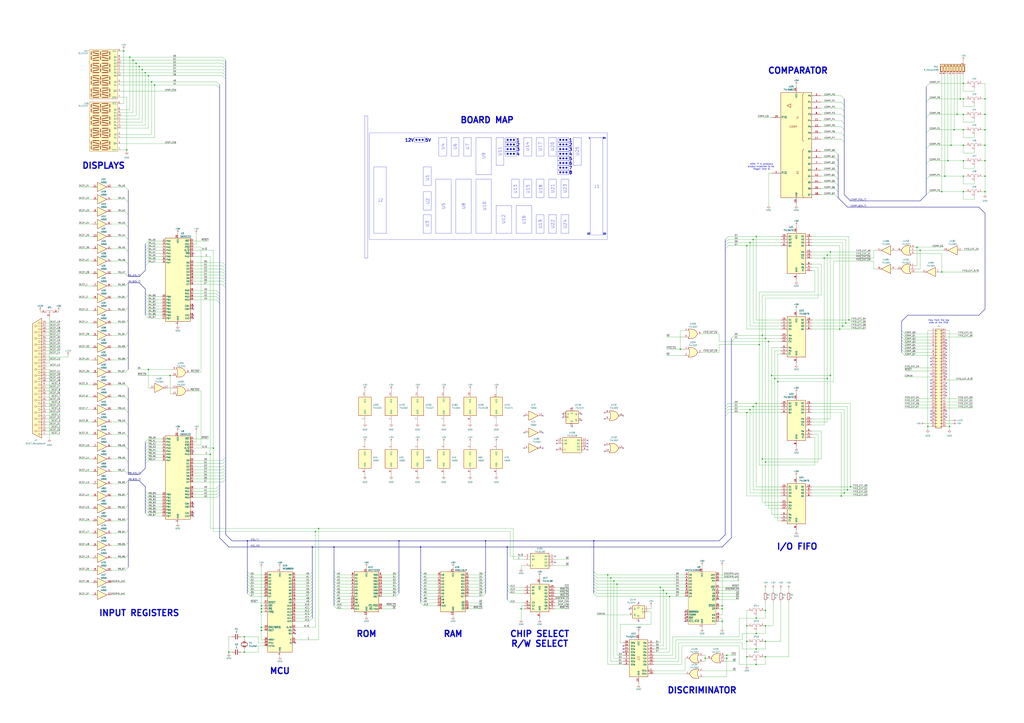
<source format=kicad_sch>
(kicad_sch (version 20231120) (generator "eeschema") (generator_version "8.0")
  (paper "A1")
  (lib_symbols
    (symbol "4xxx:4050" (pin_names (offset 1.016))
      (property "Reference" "U" (at 0 1.27 0))
      (property "Value" "4050" (at 0 -1.27 0))
      (symbol "4050_1_0"
        (pin output line (at 7.62 0 180) (length 3.81) (name "~") (number "2"))
        (pin input line (at -7.62 0 0) (length 3.81) (name "~") (number "3"))
      )
      (symbol "4050_2_0"
        (pin output line (at 7.62 0 180) (length 3.81) (name "~") (number "4"))
        (pin input line (at -7.62 0 0) (length 3.81) (name "~") (number "5"))
      )
      (symbol "4050_3_0"
        (pin output line (at 7.62 0 180) (length 3.81) (name "~") (number "6"))
        (pin input line (at -7.62 0 0) (length 3.81) (name "~") (number "7"))
      )
      (symbol "4050_4_0"
        (pin output line (at 7.62 0 180) (length 3.81) (name "~") (number "10"))
        (pin input line (at -7.62 0 0) (length 3.81) (name "~") (number "9"))
      )
      (symbol "4050_5_0"
        (pin input line (at -7.62 0 0) (length 3.81) (name "~") (number "11"))
        (pin output line (at 7.62 0 180) (length 3.81) (name "~") (number "12"))
      )
      (symbol "4050_6_0"
        (pin input line (at -7.62 0 0) (length 3.81) (name "~") (number "14"))
        (pin output line (at 7.62 0 180) (length 3.81) (name "~") (number "15"))
      )
      (symbol "4050_7_0"
        (pin power_in line (at 0 12.7 270) (length 5.08) (name "VCC") (number "1"))
        (pin power_in line (at 0 -12.7 90) (length 5.08) (name "VSS") (number "8"))
      )
    )
    (symbol "74xx:74LS02" (pin_names (offset 1.016))
      (property "Reference" "U" (at 0 1.27 0))
      (property "Value" "74LS02" (at 0 -1.27 0))
      (symbol "74LS02_1_1"
        (pin output inverted (at 7.62 0 180) (length 3.81) (name "~") (number "1"))
        (pin input line (at -7.62 2.54 0) (length 4.318) (name "~") (number "2"))
        (pin input line (at -7.62 -2.54 0) (length 4.318) (name "~") (number "3"))
      )
      (symbol "74LS02_1_2"
        (pin output line (at 7.62 0 180) (length 3.81) (name "~") (number "1"))
        (pin input inverted (at -7.62 2.54 0) (length 3.81) (name "~") (number "2"))
        (pin input inverted (at -7.62 -2.54 0) (length 3.81) (name "~") (number "3"))
      )
      (symbol "74LS02_2_1"
        (pin output inverted (at 7.62 0 180) (length 3.81) (name "~") (number "4"))
        (pin input line (at -7.62 2.54 0) (length 4.318) (name "~") (number "5"))
        (pin input line (at -7.62 -2.54 0) (length 4.318) (name "~") (number "6"))
      )
      (symbol "74LS02_2_2"
        (pin output line (at 7.62 0 180) (length 3.81) (name "~") (number "4"))
        (pin input inverted (at -7.62 2.54 0) (length 3.81) (name "~") (number "5"))
        (pin input inverted (at -7.62 -2.54 0) (length 3.81) (name "~") (number "6"))
      )
      (symbol "74LS02_3_1"
        (pin output inverted (at 7.62 0 180) (length 3.81) (name "~") (number "10"))
        (pin input line (at -7.62 2.54 0) (length 4.318) (name "~") (number "8"))
        (pin input line (at -7.62 -2.54 0) (length 4.318) (name "~") (number "9"))
      )
      (symbol "74LS02_3_2"
        (pin output line (at 7.62 0 180) (length 3.81) (name "~") (number "10"))
        (pin input inverted (at -7.62 2.54 0) (length 3.81) (name "~") (number "8"))
        (pin input inverted (at -7.62 -2.54 0) (length 3.81) (name "~") (number "9"))
      )
      (symbol "74LS02_4_1"
        (pin input line (at -7.62 2.54 0) (length 4.318) (name "~") (number "11"))
        (pin input line (at -7.62 -2.54 0) (length 4.318) (name "~") (number "12"))
        (pin output inverted (at 7.62 0 180) (length 3.81) (name "~") (number "13"))
      )
      (symbol "74LS02_4_2"
        (pin input inverted (at -7.62 2.54 0) (length 3.81) (name "~") (number "11"))
        (pin input inverted (at -7.62 -2.54 0) (length 3.81) (name "~") (number "12"))
        (pin output line (at 7.62 0 180) (length 3.81) (name "~") (number "13"))
      )
      (symbol "74LS02_5_0"
        (pin power_in line (at 0 12.7 270) (length 5.08) (name "VCC") (number "14"))
        (pin power_in line (at 0 -12.7 90) (length 5.08) (name "GND") (number "7"))
      )
    )
    (symbol "74xx:74LS04"
      (property "Reference" "U" (at 0 1.27 0))
      (property "Value" "74LS04" (at 0 -1.27 0))
      (symbol "74LS04_1_0"
        (pin input line (at -7.62 0 0) (length 3.81) (name "~") (number "1"))
        (pin output inverted (at 7.62 0 180) (length 3.81) (name "~") (number "2"))
      )
      (symbol "74LS04_2_0"
        (pin input line (at -7.62 0 0) (length 3.81) (name "~") (number "3"))
        (pin output inverted (at 7.62 0 180) (length 3.81) (name "~") (number "4"))
      )
      (symbol "74LS04_3_0"
        (pin input line (at -7.62 0 0) (length 3.81) (name "~") (number "5"))
        (pin output inverted (at 7.62 0 180) (length 3.81) (name "~") (number "6"))
      )
      (symbol "74LS04_4_0"
        (pin output inverted (at 7.62 0 180) (length 3.81) (name "~") (number "8"))
        (pin input line (at -7.62 0 0) (length 3.81) (name "~") (number "9"))
      )
      (symbol "74LS04_5_0"
        (pin output inverted (at 7.62 0 180) (length 3.81) (name "~") (number "10"))
        (pin input line (at -7.62 0 0) (length 3.81) (name "~") (number "11"))
      )
      (symbol "74LS04_6_0"
        (pin output inverted (at 7.62 0 180) (length 3.81) (name "~") (number "12"))
        (pin input line (at -7.62 0 0) (length 3.81) (name "~") (number "13"))
      )
      (symbol "74LS04_7_0"
        (pin power_in line (at 0 12.7 270) (length 5.08) (name "VCC") (number "14"))
        (pin power_in line (at 0 -12.7 90) (length 5.08) (name "GND") (number "7"))
      )
    )
    (symbol "74xx:74LS138" (pin_names (offset 1.016))
      (property "Reference" "U" (at -7.62 11.43 0))
      (property "Value" "74LS138" (at -7.62 -13.97 0))
      (symbol "74LS138_1_0"
        (pin input line (at -12.7 7.62 0) (length 5.08) (name "A0") (number "1"))
        (pin output output_low (at 12.7 -5.08 180) (length 5.08) (name "O5") (number "10"))
        (pin output output_low (at 12.7 -2.54 180) (length 5.08) (name "O4") (number "11"))
        (pin output output_low (at 12.7 0 180) (length 5.08) (name "O3") (number "12"))
        (pin output output_low (at 12.7 2.54 180) (length 5.08) (name "O2") (number "13"))
        (pin output output_low (at 12.7 5.08 180) (length 5.08) (name "O1") (number "14"))
        (pin output output_low (at 12.7 7.62 180) (length 5.08) (name "O0") (number "15"))
        (pin power_in line (at 0 15.24 270) (length 5.08) (name "VCC") (number "16"))
        (pin input line (at -12.7 5.08 0) (length 5.08) (name "A1") (number "2"))
        (pin input line (at -12.7 2.54 0) (length 5.08) (name "A2") (number "3"))
        (pin input input_low (at -12.7 -10.16 0) (length 5.08) (name "E1") (number "4"))
        (pin input input_low (at -12.7 -7.62 0) (length 5.08) (name "E2") (number "5"))
        (pin input line (at -12.7 -5.08 0) (length 5.08) (name "E3") (number "6"))
        (pin output output_low (at 12.7 -10.16 180) (length 5.08) (name "O7") (number "7"))
        (pin power_in line (at 0 -17.78 90) (length 5.08) (name "GND") (number "8"))
        (pin output output_low (at 12.7 -7.62 180) (length 5.08) (name "O6") (number "9"))
      )
    )
    (symbol "74xx:74LS139" (pin_names (offset 1.016))
      (property "Reference" "U" (at -7.62 8.89 0))
      (property "Value" "74LS139" (at -7.62 -8.89 0))
      (symbol "74LS139_1_0"
        (pin input inverted (at -12.7 -5.08 0) (length 5.08) (name "E") (number "1"))
        (pin input line (at -12.7 0 0) (length 5.08) (name "A0") (number "2"))
        (pin input line (at -12.7 2.54 0) (length 5.08) (name "A1") (number "3"))
        (pin output inverted (at 12.7 2.54 180) (length 5.08) (name "O0") (number "4"))
        (pin output inverted (at 12.7 0 180) (length 5.08) (name "O1") (number "5"))
        (pin output inverted (at 12.7 -2.54 180) (length 5.08) (name "O2") (number "6"))
        (pin output inverted (at 12.7 -5.08 180) (length 5.08) (name "O3") (number "7"))
      )
      (symbol "74LS139_2_0"
        (pin output inverted (at 12.7 -2.54 180) (length 5.08) (name "O2") (number "10"))
        (pin output inverted (at 12.7 0 180) (length 5.08) (name "O1") (number "11"))
        (pin output inverted (at 12.7 2.54 180) (length 5.08) (name "O0") (number "12"))
        (pin input line (at -12.7 2.54 0) (length 5.08) (name "A1") (number "13"))
        (pin input line (at -12.7 0 0) (length 5.08) (name "A0") (number "14"))
        (pin input inverted (at -12.7 -5.08 0) (length 5.08) (name "E") (number "15"))
        (pin output inverted (at 12.7 -5.08 180) (length 5.08) (name "O3") (number "9"))
      )
      (symbol "74LS139_3_0"
        (pin power_in line (at 0 12.7 270) (length 5.08) (name "VCC") (number "16"))
        (pin power_in line (at 0 -12.7 90) (length 5.08) (name "GND") (number "8"))
      )
    )
    (symbol "74xx:74LS241" (pin_names (offset 1.016))
      (property "Reference" "U" (at -7.62 16.51 0))
      (property "Value" "74LS241" (at -7.62 -16.51 0))
      (symbol "74LS241_1_0"
        (pin input inverted (at -12.7 -10.16 0) (length 5.08) (name "OEa") (number "1"))
        (pin power_in line (at 0 -20.32 90) (length 5.08) (name "GND") (number "10"))
        (pin input line (at -12.7 2.54 0) (length 5.08) (name "I0b") (number "11"))
        (pin tri_state line (at 12.7 5.08 180) (length 5.08) (name "O3a") (number "12"))
        (pin input line (at -12.7 0 0) (length 5.08) (name "I1b") (number "13"))
        (pin tri_state line (at 12.7 7.62 180) (length 5.08) (name "O2a") (number "14"))
        (pin input line (at -12.7 -2.54 0) (length 5.08) (name "I2b") (number "15"))
        (pin tri_state line (at 12.7 10.16 180) (length 5.08) (name "O1a") (number "16"))
        (pin input line (at -12.7 -5.08 0) (length 5.08) (name "I3b") (number "17"))
        (pin tri_state line (at 12.7 12.7 180) (length 5.08) (name "O0a") (number "18"))
        (pin input line (at -12.7 -12.7 0) (length 5.08) (name "OEb") (number "19"))
        (pin input line (at -12.7 12.7 0) (length 5.08) (name "I0a") (number "2"))
        (pin power_in line (at 0 20.32 270) (length 5.08) (name "VCC") (number "20"))
        (pin tri_state line (at 12.7 -5.08 180) (length 5.08) (name "O3b") (number "3"))
        (pin input line (at -12.7 10.16 0) (length 5.08) (name "I1a") (number "4"))
        (pin tri_state line (at 12.7 -2.54 180) (length 5.08) (name "O2b") (number "5"))
        (pin input line (at -12.7 7.62 0) (length 5.08) (name "I2a") (number "6"))
        (pin tri_state line (at 12.7 0 180) (length 5.08) (name "O1b") (number "7"))
        (pin input line (at -12.7 5.08 0) (length 5.08) (name "I3a") (number "8"))
        (pin tri_state line (at 12.7 2.54 180) (length 5.08) (name "O0b") (number "9"))
      )
    )
    (symbol "74xx:74LS27" (pin_names (offset 1.016))
      (property "Reference" "U" (at 0 1.27 0))
      (property "Value" "74LS27" (at 0 -1.27 0))
      (symbol "74LS27_1_1"
        (pin input line (at -7.62 2.54 0) (length 4.318) (name "~") (number "1"))
        (pin output inverted (at 7.62 0 180) (length 3.81) (name "~") (number "12"))
        (pin input line (at -7.62 -2.54 0) (length 4.318) (name "~") (number "13"))
        (pin input line (at -7.62 0 0) (length 4.953) (name "~") (number "2"))
      )
      (symbol "74LS27_1_2"
        (pin input inverted (at -7.62 2.54 0) (length 3.81) (name "~") (number "1"))
        (pin output line (at 7.62 0 180) (length 3.81) (name "~") (number "12"))
        (pin input inverted (at -7.62 -2.54 0) (length 3.81) (name "~") (number "13"))
        (pin input inverted (at -7.62 0 0) (length 3.81) (name "~") (number "2"))
      )
      (symbol "74LS27_2_1"
        (pin input line (at -7.62 2.54 0) (length 4.318) (name "~") (number "3"))
        (pin input line (at -7.62 0 0) (length 4.953) (name "~") (number "4"))
        (pin input line (at -7.62 -2.54 0) (length 4.318) (name "~") (number "5"))
        (pin output inverted (at 7.62 0 180) (length 3.81) (name "~") (number "6"))
      )
      (symbol "74LS27_2_2"
        (pin input inverted (at -7.62 2.54 0) (length 3.81) (name "~") (number "3"))
        (pin input inverted (at -7.62 0 0) (length 3.81) (name "~") (number "4"))
        (pin input inverted (at -7.62 -2.54 0) (length 3.81) (name "~") (number "5"))
        (pin output line (at 7.62 0 180) (length 3.81) (name "~") (number "6"))
      )
      (symbol "74LS27_3_1"
        (pin input line (at -7.62 0 0) (length 4.953) (name "~") (number "10"))
        (pin input line (at -7.62 -2.54 0) (length 4.318) (name "~") (number "11"))
        (pin output inverted (at 7.62 0 180) (length 3.81) (name "~") (number "8"))
        (pin input line (at -7.62 2.54 0) (length 4.318) (name "~") (number "9"))
      )
      (symbol "74LS27_3_2"
        (pin input inverted (at -7.62 0 0) (length 3.81) (name "~") (number "10"))
        (pin input inverted (at -7.62 -2.54 0) (length 3.81) (name "~") (number "11"))
        (pin output line (at 7.62 0 180) (length 3.81) (name "~") (number "8"))
        (pin input inverted (at -7.62 2.54 0) (length 3.81) (name "~") (number "9"))
      )
      (symbol "74LS27_4_0"
        (pin power_in line (at 0 12.7 270) (length 5.08) (name "VCC") (number "14"))
        (pin power_in line (at 0 -12.7 90) (length 5.08) (name "GND") (number "7"))
      )
    )
    (symbol "74xx:74LS32" (pin_names (offset 1.016))
      (property "Reference" "U" (at 0 1.27 0))
      (property "Value" "74LS32" (at 0 -1.27 0))
      (symbol "74LS32_1_1"
        (pin input line (at -7.62 2.54 0) (length 4.318) (name "~") (number "1"))
        (pin input line (at -7.62 -2.54 0) (length 4.318) (name "~") (number "2"))
        (pin output line (at 7.62 0 180) (length 3.81) (name "~") (number "3"))
      )
      (symbol "74LS32_1_2"
        (pin input inverted (at -7.62 2.54 0) (length 3.81) (name "~") (number "1"))
        (pin input inverted (at -7.62 -2.54 0) (length 3.81) (name "~") (number "2"))
        (pin output inverted (at 7.62 0 180) (length 3.81) (name "~") (number "3"))
      )
      (symbol "74LS32_2_1"
        (pin input line (at -7.62 2.54 0) (length 4.318) (name "~") (number "4"))
        (pin input line (at -7.62 -2.54 0) (length 4.318) (name "~") (number "5"))
        (pin output line (at 7.62 0 180) (length 3.81) (name "~") (number "6"))
      )
      (symbol "74LS32_2_2"
        (pin input inverted (at -7.62 2.54 0) (length 3.81) (name "~") (number "4"))
        (pin input inverted (at -7.62 -2.54 0) (length 3.81) (name "~") (number "5"))
        (pin output inverted (at 7.62 0 180) (length 3.81) (name "~") (number "6"))
      )
      (symbol "74LS32_3_1"
        (pin input line (at -7.62 -2.54 0) (length 4.318) (name "~") (number "10"))
        (pin output line (at 7.62 0 180) (length 3.81) (name "~") (number "8"))
        (pin input line (at -7.62 2.54 0) (length 4.318) (name "~") (number "9"))
      )
      (symbol "74LS32_3_2"
        (pin input inverted (at -7.62 -2.54 0) (length 3.81) (name "~") (number "10"))
        (pin output inverted (at 7.62 0 180) (length 3.81) (name "~") (number "8"))
        (pin input inverted (at -7.62 2.54 0) (length 3.81) (name "~") (number "9"))
      )
      (symbol "74LS32_4_1"
        (pin output line (at 7.62 0 180) (length 3.81) (name "~") (number "11"))
        (pin input line (at -7.62 2.54 0) (length 4.318) (name "~") (number "12"))
        (pin input line (at -7.62 -2.54 0) (length 4.318) (name "~") (number "13"))
      )
      (symbol "74LS32_4_2"
        (pin output inverted (at 7.62 0 180) (length 3.81) (name "~") (number "11"))
        (pin input inverted (at -7.62 2.54 0) (length 3.81) (name "~") (number "12"))
        (pin input inverted (at -7.62 -2.54 0) (length 3.81) (name "~") (number "13"))
      )
      (symbol "74LS32_5_0"
        (pin power_in line (at 0 12.7 270) (length 5.08) (name "VCC") (number "14"))
        (pin power_in line (at 0 -12.7 90) (length 5.08) (name "GND") (number "7"))
      )
    )
    (symbol "74xx:74LS670" (pin_names (offset 1.016))
      (property "Reference" "U" (at -7.62 16.51 0))
      (property "Value" "74LS670" (at -7.62 -19.05 0))
      (symbol "74LS670_1_0"
        (pin input line (at -12.7 10.16 0) (length 5.08) (name "D2") (number "1"))
        (pin tri_state line (at 12.7 12.7 180) (length 5.08) (name "Q1") (number "10"))
        (pin input line (at -12.7 -15.24 0) (length 5.08) (name "~{Er}") (number "11"))
        (pin input line (at -12.7 -5.08 0) (length 5.08) (name "~{Ew}") (number "12"))
        (pin input line (at -12.7 -2.54 0) (length 5.08) (name "Wb") (number "13"))
        (pin input line (at -12.7 0 0) (length 5.08) (name "Wa") (number "14"))
        (pin input line (at -12.7 12.7 0) (length 5.08) (name "D1") (number "15"))
        (pin power_in line (at 0 20.32 270) (length 5.08) (name "VCC") (number "16"))
        (pin input line (at -12.7 7.62 0) (length 5.08) (name "D3") (number "2"))
        (pin input line (at -12.7 5.08 0) (length 5.08) (name "D4") (number "3"))
        (pin input line (at -12.7 -12.7 0) (length 5.08) (name "Rb") (number "4"))
        (pin input line (at -12.7 -10.16 0) (length 5.08) (name "Ra") (number "5"))
        (pin tri_state line (at 12.7 5.08 180) (length 5.08) (name "Q4") (number "6"))
        (pin tri_state line (at 12.7 7.62 180) (length 5.08) (name "Q3") (number "7"))
        (pin power_in line (at 0 -22.86 90) (length 5.08) (name "GND") (number "8"))
        (pin tri_state line (at 12.7 10.16 180) (length 5.08) (name "Q2") (number "9"))
      )
    )
    (symbol "74xx:74LS74" (pin_names (offset 1.016))
      (property "Reference" "U" (at -7.62 8.89 0))
      (property "Value" "74LS74" (at -7.62 -8.89 0))
      (symbol "74LS74_1_0"
        (pin input line (at 0 -7.62 90) (length 2.54) (name "~{R}") (number "1"))
        (pin input line (at -7.62 2.54 0) (length 2.54) (name "D") (number "2"))
        (pin input clock (at -7.62 0 0) (length 2.54) (name "C") (number "3"))
        (pin input line (at 0 7.62 270) (length 2.54) (name "~{S}") (number "4"))
        (pin output line (at 7.62 2.54 180) (length 2.54) (name "Q") (number "5"))
        (pin output line (at 7.62 -2.54 180) (length 2.54) (name "~{Q}") (number "6"))
      )
      (symbol "74LS74_2_0"
        (pin input line (at 0 7.62 270) (length 2.54) (name "~{S}") (number "10"))
        (pin input clock (at -7.62 0 0) (length 2.54) (name "C") (number "11"))
        (pin input line (at -7.62 2.54 0) (length 2.54) (name "D") (number "12"))
        (pin input line (at 0 -7.62 90) (length 2.54) (name "~{R}") (number "13"))
        (pin output line (at 7.62 -2.54 180) (length 2.54) (name "~{Q}") (number "8"))
        (pin output line (at 7.62 2.54 180) (length 2.54) (name "Q") (number "9"))
      )
      (symbol "74LS74_3_0"
        (pin power_in line (at 0 10.16 270) (length 2.54) (name "VCC") (number "14"))
        (pin power_in line (at 0 -10.16 90) (length 2.54) (name "GND") (number "7"))
      )
    )
    (symbol "74xx_IEEE:74LS682"
      (property "Reference" "U" (at 15.24 45.72 0))
      (property "Value" "74LS682" (at 20.32 -45.72 0))
      (symbol "74LS682_0_0"
        (text "COMP" (at 2.54 15.24 0) (effects (font (size 1.524 1.524))))
        (text "P" (at -1.016 22.352 0) (effects (font (size 2.032 2.032))))
        (text "Q" (at -1.016 -22.352 0) (effects (font (size 2.032 2.032))))
      )
      (symbol "74LS682_0_1"
        (pin power_in line (at 0 -48.26 90) (length 5.08) (name "GND") (number "10"))
      )
      (symbol "74LS682_1_1"
        (pin output line (at 20.32 -22.86 180) (length 7.62) (name "~{P>Q}") (number "1"))
        (pin input line (at -20.32 20.32 0) (length 7.62) (name "P4") (number "11"))
        (pin input line (at -20.32 -25.4 0) (length 7.62) (name "Q4") (number "12"))
        (pin input line (at -20.32 15.24 0) (length 7.62) (name "P5") (number "13"))
        (pin input line (at -20.32 -30.48 0) (length 7.62) (name "Q5") (number "14"))
        (pin input line (at -20.32 10.16 0) (length 7.62) (name "P6") (number "15"))
        (pin input line (at -20.32 -35.56 0) (length 7.62) (name "Q6") (number "16"))
        (pin input line (at -20.32 5.08 0) (length 7.62) (name "P7") (number "17"))
        (pin input line (at -20.32 -40.64 0) (length 7.62) (name "Q7") (number "18"))
        (pin output line (at 20.32 22.86 180) (length 7.62) (name "~{P=Q}") (number "19"))
        (pin input line (at -20.32 40.64 0) (length 7.62) (name "P0") (number "2"))
        (pin power_in line (at 0 48.26 270) (length 5.08) (name "VCC") (number "20"))
        (pin input line (at -20.32 -5.08 0) (length 7.62) (name "Q0") (number "3"))
        (pin input line (at -20.32 35.56 0) (length 7.62) (name "P1") (number "4"))
        (pin input line (at -20.32 -10.16 0) (length 7.62) (name "Q1") (number "5"))
        (pin input line (at -20.32 30.48 0) (length 7.62) (name "P2") (number "6"))
        (pin input line (at -20.32 -15.24 0) (length 7.62) (name "Q2") (number "7"))
        (pin input line (at -20.32 25.4 0) (length 7.62) (name "P3") (number "8"))
        (pin input line (at -20.32 -20.32 0) (length 7.62) (name "Q3") (number "9"))
      )
    )
    (symbol "CPU_NXP_6800:MC68B09"
      (property "Reference" "U" (at -7.62 34.29 0))
      (property "Value" "MC68B09" (at 10.16 34.29 0))
      (symbol "MC68B09_1_1"
        (pin power_in line (at 0 -35.56 90) (length 2.54) (name "VSS") (number "1"))
        (pin output line (at 12.7 25.4 180) (length 2.54) (name "A2") (number "10"))
        (pin output line (at 12.7 22.86 180) (length 2.54) (name "A3") (number "11"))
        (pin output line (at 12.7 20.32 180) (length 2.54) (name "A4") (number "12"))
        (pin output line (at 12.7 17.78 180) (length 2.54) (name "A5") (number "13"))
        (pin output line (at 12.7 15.24 180) (length 2.54) (name "A6") (number "14"))
        (pin output line (at 12.7 12.7 180) (length 2.54) (name "A7") (number "15"))
        (pin output line (at 12.7 10.16 180) (length 2.54) (name "A8") (number "16"))
        (pin output line (at 12.7 7.62 180) (length 2.54) (name "A9") (number "17"))
        (pin output line (at 12.7 5.08 180) (length 2.54) (name "A10") (number "18"))
        (pin output line (at 12.7 2.54 180) (length 2.54) (name "A11") (number "19"))
        (pin input line (at -12.7 5.08 0) (length 2.54) (name "~{NMI}") (number "2"))
        (pin output line (at 12.7 0 180) (length 2.54) (name "A12") (number "20"))
        (pin output line (at 12.7 -2.54 180) (length 2.54) (name "A13") (number "21"))
        (pin output line (at 12.7 -5.08 180) (length 2.54) (name "A14") (number "22"))
        (pin output line (at 12.7 -7.62 180) (length 2.54) (name "A15") (number "23"))
        (pin bidirectional line (at -12.7 12.7 0) (length 2.54) (name "D7") (number "24"))
        (pin bidirectional line (at -12.7 15.24 0) (length 2.54) (name "D6") (number "25"))
        (pin bidirectional line (at -12.7 17.78 0) (length 2.54) (name "D5") (number "26"))
        (pin bidirectional line (at -12.7 20.32 0) (length 2.54) (name "D4") (number "27"))
        (pin bidirectional line (at -12.7 22.86 0) (length 2.54) (name "D3") (number "28"))
        (pin bidirectional line (at -12.7 25.4 0) (length 2.54) (name "D2") (number "29"))
        (pin input line (at -12.7 2.54 0) (length 2.54) (name "~{IRQ}") (number "3"))
        (pin bidirectional line (at -12.7 27.94 0) (length 2.54) (name "D1") (number "30"))
        (pin bidirectional line (at -12.7 30.48 0) (length 2.54) (name "D0") (number "31"))
        (pin output line (at 12.7 -12.7 180) (length 2.54) (name "R/~{W}") (number "32"))
        (pin input line (at -12.7 -12.7 0) (length 2.54) (name "~{DMA/BREQ}") (number "33"))
        (pin output line (at 12.7 -22.86 180) (length 2.54) (name "E") (number "34"))
        (pin output line (at 12.7 -25.4 180) (length 2.54) (name "Q") (number "35"))
        (pin input line (at -12.7 -22.86 0) (length 2.54) (name "MRDY") (number "36"))
        (pin input line (at -12.7 7.62 0) (length 2.54) (name "~{RESET}") (number "37"))
        (pin input line (at -12.7 -27.94 0) (length 2.54) (name "EXTAL") (number "38"))
        (pin input line (at -12.7 -25.4 0) (length 2.54) (name "XTAL") (number "39"))
        (pin input line (at -12.7 0 0) (length 2.54) (name "~{FIRQ}") (number "4"))
        (pin input line (at -12.7 -15.24 0) (length 2.54) (name "~{HALT}") (number "40"))
        (pin output line (at 12.7 -15.24 180) (length 2.54) (name "BS") (number "5"))
        (pin output line (at 12.7 -17.78 180) (length 2.54) (name "BA") (number "6"))
        (pin power_in line (at 0 35.56 270) (length 2.54) (name "VCC") (number "7"))
        (pin output line (at 12.7 30.48 180) (length 2.54) (name "A0") (number "8"))
        (pin output line (at 12.7 27.94 180) (length 2.54) (name "A1") (number "9"))
      )
    )
    (symbol "Connector:DC37_Receptacle" (pin_names (offset 1.016) hide)
      (property "Reference" "J" (at 0 50.165 0))
      (property "Value" "DC37_Receptacle" (at 0 -50.8 0))
      (symbol "DC37_Receptacle_1_1"
        (pin passive line (at -7.62 45.72 0) (length 3.81) (name "1") (number "1"))
        (pin passive line (at -7.62 0 0) (length 3.81) (name "10") (number "10"))
        (pin passive line (at -7.62 -5.08 0) (length 3.81) (name "11") (number "11"))
        (pin passive line (at -7.62 -10.16 0) (length 3.81) (name "12") (number "12"))
        (pin passive line (at -7.62 -15.24 0) (length 3.81) (name "13") (number "13"))
        (pin passive line (at -7.62 -20.32 0) (length 3.81) (name "14") (number "14"))
        (pin passive line (at -7.62 -25.4 0) (length 3.81) (name "15") (number "15"))
        (pin passive line (at -7.62 -30.48 0) (length 3.81) (name "16") (number "16"))
        (pin passive line (at -7.62 -35.56 0) (length 3.81) (name "17") (number "17"))
        (pin passive line (at -7.62 -40.64 0) (length 3.81) (name "18") (number "18"))
        (pin passive line (at -7.62 -45.72 0) (length 3.81) (name "19") (number "19"))
        (pin passive line (at -7.62 40.64 0) (length 3.81) (name "2") (number "2"))
        (pin passive line (at -7.62 43.18 0) (length 3.81) (name "20") (number "20"))
        (pin passive line (at -7.62 38.1 0) (length 3.81) (name "21") (number "21"))
        (pin passive line (at -7.62 33.02 0) (length 3.81) (name "22") (number "22"))
        (pin passive line (at -7.62 27.94 0) (length 3.81) (name "23") (number "23"))
        (pin passive line (at -7.62 22.86 0) (length 3.81) (name "24") (number "24"))
        (pin passive line (at -7.62 17.78 0) (length 3.81) (name "25") (number "25"))
        (pin passive line (at -7.62 12.7 0) (length 3.81) (name "26") (number "26"))
        (pin passive line (at -7.62 7.62 0) (length 3.81) (name "27") (number "27"))
        (pin passive line (at -7.62 2.54 0) (length 3.81) (name "28") (number "28"))
        (pin passive line (at -7.62 -2.54 0) (length 3.81) (name "29") (number "29"))
        (pin passive line (at -7.62 35.56 0) (length 3.81) (name "3") (number "3"))
        (pin passive line (at -7.62 -7.62 0) (length 3.81) (name "30") (number "30"))
        (pin passive line (at -7.62 -12.7 0) (length 3.81) (name "31") (number "31"))
        (pin passive line (at -7.62 -17.78 0) (length 3.81) (name "32") (number "32"))
        (pin passive line (at -7.62 -22.86 0) (length 3.81) (name "33") (number "33"))
        (pin passive line (at -7.62 -27.94 0) (length 3.81) (name "34") (number "34"))
        (pin passive line (at -7.62 -33.02 0) (length 3.81) (name "35") (number "35"))
        (pin passive line (at -7.62 -38.1 0) (length 3.81) (name "36") (number "36"))
        (pin passive line (at -7.62 -43.18 0) (length 3.81) (name "37") (number "37"))
        (pin passive line (at -7.62 30.48 0) (length 3.81) (name "4") (number "4"))
        (pin passive line (at -7.62 25.4 0) (length 3.81) (name "5") (number "5"))
        (pin passive line (at -7.62 20.32 0) (length 3.81) (name "6") (number "6"))
        (pin passive line (at -7.62 15.24 0) (length 3.81) (name "7") (number "7"))
        (pin passive line (at -7.62 10.16 0) (length 3.81) (name "8") (number "8"))
        (pin passive line (at -7.62 5.08 0) (length 3.81) (name "9") (number "9"))
      )
    )
    (symbol "Connector_Generic:Conn_02x32_Counter_Clockwise" (pin_names (offset 1.016) hide)
      (property "Reference" "J" (at 1.27 40.64 0))
      (property "Value" "Conn_02x32_Counter_Clockwise" (at 1.27 -43.18 0))
      (symbol "Conn_02x32_Counter_Clockwise_1_1"
        (pin passive line (at -5.08 38.1 0) (length 3.81) (name "Pin_1") (number "1"))
        (pin passive line (at -5.08 15.24 0) (length 3.81) (name "Pin_10") (number "10"))
        (pin passive line (at -5.08 12.7 0) (length 3.81) (name "Pin_11") (number "11"))
        (pin passive line (at -5.08 10.16 0) (length 3.81) (name "Pin_12") (number "12"))
        (pin passive line (at -5.08 7.62 0) (length 3.81) (name "Pin_13") (number "13"))
        (pin passive line (at -5.08 5.08 0) (length 3.81) (name "Pin_14") (number "14"))
        (pin passive line (at -5.08 2.54 0) (length 3.81) (name "Pin_15") (number "15"))
        (pin passive line (at -5.08 0 0) (length 3.81) (name "Pin_16") (number "16"))
        (pin passive line (at -5.08 -2.54 0) (length 3.81) (name "Pin_17") (number "17"))
        (pin passive line (at -5.08 -5.08 0) (length 3.81) (name "Pin_18") (number "18"))
        (pin passive line (at -5.08 -7.62 0) (length 3.81) (name "Pin_19") (number "19"))
        (pin passive line (at -5.08 35.56 0) (length 3.81) (name "Pin_2") (number "2"))
        (pin passive line (at -5.08 -10.16 0) (length 3.81) (name "Pin_20") (number "20"))
        (pin passive line (at -5.08 -12.7 0) (length 3.81) (name "Pin_21") (number "21"))
        (pin passive line (at -5.08 -15.24 0) (length 3.81) (name "Pin_22") (number "22"))
        (pin passive line (at -5.08 -17.78 0) (length 3.81) (name "Pin_23") (number "23"))
        (pin passive line (at -5.08 -20.32 0) (length 3.81) (name "Pin_24") (number "24"))
        (pin passive line (at -5.08 -22.86 0) (length 3.81) (name "Pin_25") (number "25"))
        (pin passive line (at -5.08 -25.4 0) (length 3.81) (name "Pin_26") (number "26"))
        (pin passive line (at -5.08 -27.94 0) (length 3.81) (name "Pin_27") (number "27"))
        (pin passive line (at -5.08 -30.48 0) (length 3.81) (name "Pin_28") (number "28"))
        (pin passive line (at -5.08 -33.02 0) (length 3.81) (name "Pin_29") (number "29"))
        (pin passive line (at -5.08 33.02 0) (length 3.81) (name "Pin_3") (number "3"))
        (pin passive line (at -5.08 -35.56 0) (length 3.81) (name "Pin_30") (number "30"))
        (pin passive line (at -5.08 -38.1 0) (length 3.81) (name "Pin_31") (number "31"))
        (pin passive line (at -5.08 -40.64 0) (length 3.81) (name "Pin_32") (number "32"))
        (pin passive line (at 7.62 -40.64 180) (length 3.81) (name "Pin_33") (number "33"))
        (pin passive line (at 7.62 -38.1 180) (length 3.81) (name "Pin_34") (number "34"))
        (pin passive line (at 7.62 -35.56 180) (length 3.81) (name "Pin_35") (number "35"))
        (pin passive line (at 7.62 -33.02 180) (length 3.81) (name "Pin_36") (number "36"))
        (pin passive line (at 7.62 -30.48 180) (length 3.81) (name "Pin_37") (number "37"))
        (pin passive line (at 7.62 -27.94 180) (length 3.81) (name "Pin_38") (number "38"))
        (pin passive line (at 7.62 -25.4 180) (length 3.81) (name "Pin_39") (number "39"))
        (pin passive line (at -5.08 30.48 0) (length 3.81) (name "Pin_4") (number "4"))
        (pin passive line (at 7.62 -22.86 180) (length 3.81) (name "Pin_40") (number "40"))
        (pin passive line (at 7.62 -20.32 180) (length 3.81) (name "Pin_41") (number "41"))
        (pin passive line (at 7.62 -17.78 180) (length 3.81) (name "Pin_42") (number "42"))
        (pin passive line (at 7.62 -15.24 180) (length 3.81) (name "Pin_43") (number "43"))
        (pin passive line (at 7.62 -12.7 180) (length 3.81) (name "Pin_44") (number "44"))
        (pin passive line (at 7.62 -10.16 180) (length 3.81) (name "Pin_45") (number "45"))
        (pin passive line (at 7.62 -7.62 180) (length 3.81) (name "Pin_46") (number "46"))
        (pin passive line (at 7.62 -5.08 180) (length 3.81) (name "Pin_47") (number "47"))
        (pin passive line (at 7.62 -2.54 180) (length 3.81) (name "Pin_48") (number "48"))
        (pin passive line (at 7.62 0 180) (length 3.81) (name "Pin_49") (number "49"))
        (pin passive line (at -5.08 27.94 0) (length 3.81) (name "Pin_5") (number "5"))
        (pin passive line (at 7.62 2.54 180) (length 3.81) (name "Pin_50") (number "50"))
        (pin passive line (at 7.62 5.08 180) (length 3.81) (name "Pin_51") (number "51"))
        (pin passive line (at 7.62 7.62 180) (length 3.81) (name "Pin_52") (number "52"))
        (pin passive line (at 7.62 10.16 180) (length 3.81) (name "Pin_53") (number "53"))
        (pin passive line (at 7.62 12.7 180) (length 3.81) (name "Pin_54") (number "54"))
        (pin passive line (at 7.62 15.24 180) (length 3.81) (name "Pin_55") (number "55"))
        (pin passive line (at 7.62 17.78 180) (length 3.81) (name "Pin_56") (number "56"))
        (pin passive line (at 7.62 20.32 180) (length 3.81) (name "Pin_57") (number "57"))
        (pin passive line (at 7.62 22.86 180) (length 3.81) (name "Pin_58") (number "58"))
        (pin passive line (at 7.62 25.4 180) (length 3.81) (name "Pin_59") (number "59"))
        (pin passive line (at -5.08 25.4 0) (length 3.81) (name "Pin_6") (number "6"))
        (pin passive line (at 7.62 27.94 180) (length 3.81) (name "Pin_60") (number "60"))
        (pin passive line (at 7.62 30.48 180) (length 3.81) (name "Pin_61") (number "61"))
        (pin passive line (at 7.62 33.02 180) (length 3.81) (name "Pin_62") (number "62"))
        (pin passive line (at 7.62 35.56 180) (length 3.81) (name "Pin_63") (number "63"))
        (pin passive line (at 7.62 38.1 180) (length 3.81) (name "Pin_64") (number "64"))
        (pin passive line (at -5.08 22.86 0) (length 3.81) (name "Pin_7") (number "7"))
        (pin passive line (at -5.08 20.32 0) (length 3.81) (name "Pin_8") (number "8"))
        (pin passive line (at -5.08 17.78 0) (length 3.81) (name "Pin_9") (number "9"))
      )
    )
    (symbol "Device:C" (pin_numbers hide) (pin_names (offset 0.254))
      (property "Reference" "C" (at 0.635 2.54 0))
      (property "Value" "C" (at 0.635 -2.54 0))
      (symbol "C_1_1"
        (pin passive line (at 0 3.81 270) (length 2.794) (name "~") (number "1"))
        (pin passive line (at 0 -3.81 90) (length 2.794) (name "~") (number "2"))
      )
    )
    (symbol "Device:Crystal" (pin_numbers hide) (pin_names (offset 1.016) hide)
      (property "Reference" "Y" (at 0 3.81 0))
      (property "Value" "Crystal" (at 0 -3.81 0))
      (symbol "Crystal_1_1"
        (pin passive line (at -3.81 0 0) (length 1.27) (name "1") (number "1"))
        (pin passive line (at 3.81 0 180) (length 1.27) (name "2") (number "2"))
      )
    )
    (symbol "Device:R" (pin_numbers hide) (pin_names (offset 0))
      (property "Reference" "R" (at 2.032 0 90))
      (property "Value" "R" (at 0 0 90))
      (symbol "R_1_1"
        (pin passive line (at 0 3.81 270) (length 1.27) (name "~") (number "1"))
        (pin passive line (at 0 -3.81 90) (length 1.27) (name "~") (number "2"))
      )
    )
    (symbol "Device:R_Network08" (pin_names (offset 0) hide)
      (property "Reference" "RN" (at -12.7 0 90))
      (property "Value" "R_Network08" (at 10.16 0 90))
      (symbol "R_Network08_1_1"
        (pin passive line (at -10.16 5.08 270) (length 2.54) (name "common") (number "1"))
        (pin passive line (at -10.16 -5.08 90) (length 1.27) (name "R1") (number "2"))
        (pin passive line (at -7.62 -5.08 90) (length 1.27) (name "R2") (number "3"))
        (pin passive line (at -5.08 -5.08 90) (length 1.27) (name "R3") (number "4"))
        (pin passive line (at -2.54 -5.08 90) (length 1.27) (name "R4") (number "5"))
        (pin passive line (at 0 -5.08 90) (length 1.27) (name "R5") (number "6"))
        (pin passive line (at 2.54 -5.08 90) (length 1.27) (name "R6") (number "7"))
        (pin passive line (at 5.08 -5.08 90) (length 1.27) (name "R7") (number "8"))
        (pin passive line (at 7.62 -5.08 90) (length 1.27) (name "R8") (number "9"))
      )
    )
    (symbol "Jumper:Jumper_3_Open" (pin_names (offset 0) hide) (exclude_from_sim yes) (in_bom no)
      (property "Reference" "JP" (at -2.54 -2.54 0))
      (property "Value" "Jumper_3_Open" (at 0 2.794 0))
      (symbol "Jumper_3_Open_1_1"
        (pin passive line (at -6.35 0 0) (length 2.54) (name "A") (number "1"))
        (pin passive line (at 0 -3.81 90) (length 2.54) (name "C") (number "2"))
        (pin passive line (at 6.35 0 180) (length 2.54) (name "B") (number "3"))
      )
    )
    (symbol "decoder:AM2732DC"
      (property "Reference" "U" (at 2.54 20.32 0))
      (property "Value" "AM2732DC" (at 6.35 17.78 0))
      (symbol "AM2732DC_1_1"
        (pin input line (at -12.7 -3.81 0) (length 2.54) (name "A7") (number "1"))
        (pin input line (at 12.7 11.43 180) (length 2.54) (name "DQ1") (number "10"))
        (pin input line (at 12.7 8.89 180) (length 2.54) (name "DQ2") (number "11"))
        (pin input line (at 0 -19.05 90) (length 2.54) (name "GND") (number "12"))
        (pin input line (at 12.7 6.35 180) (length 2.54) (name "DQ3") (number "13"))
        (pin input line (at 12.7 3.81 180) (length 2.54) (name "DQ4") (number "14"))
        (pin input line (at 12.7 1.27 180) (length 2.54) (name "DQ5") (number "15"))
        (pin input line (at 12.7 -1.27 180) (length 2.54) (name "DQ6") (number "16"))
        (pin input line (at 12.7 -3.81 180) (length 2.54) (name "DQ7") (number "17"))
        (pin input line (at 12.7 -11.43 180) (length 2.54) (name "~{CS}/~{PGM}") (number "18"))
        (pin input line (at -12.7 -11.43 0) (length 2.54) (name "A10") (number "19"))
        (pin input line (at -12.7 -1.27 0) (length 2.54) (name "A6") (number "2"))
        (pin input line (at 12.7 -13.97 180) (length 2.54) (name "~{OE}/Vpp") (number "20"))
        (pin input line (at -12.7 -13.97 0) (length 2.54) (name "A11") (number "21"))
        (pin input line (at -12.7 -8.89 0) (length 2.54) (name "A9") (number "22"))
        (pin input line (at -12.7 -6.35 0) (length 2.54) (name "A8") (number "23"))
        (pin input line (at 0 19.05 270) (length 2.54) (name "VCC") (number "24"))
        (pin input line (at -12.7 1.27 0) (length 2.54) (name "A5") (number "3"))
        (pin input line (at -12.7 3.81 0) (length 2.54) (name "A4") (number "4"))
        (pin input line (at -12.7 6.35 0) (length 2.54) (name "A3") (number "5"))
        (pin input line (at -12.7 8.89 0) (length 2.54) (name "A2") (number "6"))
        (pin input line (at -12.7 11.43 0) (length 2.54) (name "A1") (number "7"))
        (pin input line (at -12.7 13.97 0) (length 2.54) (name "A0") (number "8"))
        (pin input line (at 12.7 13.97 180) (length 2.54) (name "DQ0") (number "9"))
      )
    )
    (symbol "decoder:DL1414T"
      (property "Reference" "U" (at 0 24.13 0))
      (property "Value" "DL1414T" (at 0 21.59 0))
      (symbol "DL1414T_1_1"
        (pin input line (at -13.97 1.27 0) (length 2.54) (name "D5") (number "1"))
        (pin input line (at -13.97 8.89 0) (length 2.54) (name "D2") (number "10"))
        (pin input line (at -13.97 6.35 0) (length 2.54) (name "D3") (number "11"))
        (pin input line (at -13.97 -1.27 0) (length 2.54) (name "D6") (number "12"))
        (pin input line (at -13.97 3.81 0) (length 2.54) (name "D4") (number "2"))
        (pin input line (at -13.97 -13.97 0) (length 2.54) (name "~{WR}") (number "3"))
        (pin input line (at -13.97 -8.89 0) (length 2.54) (name "A1") (number "4"))
        (pin input line (at -13.97 -6.35 0) (length 2.54) (name "A0") (number "5"))
        (pin input line (at -13.97 19.05 0) (length 2.54) (name "VCC") (number "6"))
        (pin input line (at -13.97 -19.05 0) (length 2.54) (name "GND") (number "7"))
        (pin input line (at -13.97 13.97 0) (length 2.54) (name "D0") (number "8"))
        (pin input line (at -13.97 11.43 0) (length 2.54) (name "D1") (number "9"))
      )
    )
    (symbol "decoder:G65SC22"
      (property "Reference" "U" (at 3.81 36.83 0))
      (property "Value" "G65SC22" (at 7.62 34.29 0))
      (symbol "G65SC22_1_1"
        (pin input line (at 0 -38.1 90) (length 2.54) (name "GND") (number "1"))
        (pin input line (at -12.7 -15.24 0) (length 2.54) (name "PB0") (number "10"))
        (pin input line (at -12.7 -17.78 0) (length 2.54) (name "PB1") (number "11"))
        (pin input line (at -12.7 -20.32 0) (length 2.54) (name "PB2") (number "12"))
        (pin input line (at -12.7 -22.86 0) (length 2.54) (name "PB3") (number "13"))
        (pin input line (at -12.7 -25.4 0) (length 2.54) (name "PB4") (number "14"))
        (pin input line (at -12.7 -27.94 0) (length 2.54) (name "PB5") (number "15"))
        (pin input line (at -12.7 -30.48 0) (length 2.54) (name "PB6") (number "16"))
        (pin input line (at -12.7 -33.02 0) (length 2.54) (name "PB7") (number "17"))
        (pin input line (at 12.7 -22.86 180) (length 2.54) (name "CB1") (number "18"))
        (pin input line (at 12.7 -25.4 180) (length 2.54) (name "CB2") (number "19"))
        (pin input line (at -12.7 30.48 0) (length 2.54) (name "PA0") (number "2"))
        (pin input line (at 0 35.56 270) (length 2.54) (name "VCC") (number "20"))
        (pin input line (at 12.7 20.32 180) (length 2.54) (name "~{IRQ}") (number "21"))
        (pin input line (at 12.7 22.86 180) (length 2.54) (name "R/~{W}") (number "22"))
        (pin input line (at 12.7 25.4 180) (length 2.54) (name "~{CS2}") (number "23"))
        (pin input line (at 12.7 27.94 180) (length 2.54) (name "CS1") (number "24"))
        (pin input line (at 12.7 17.78 180) (length 2.54) (name "PH2") (number "25"))
        (pin input line (at 12.7 -5.08 180) (length 2.54) (name "D7") (number "26"))
        (pin input line (at 12.7 -2.54 180) (length 2.54) (name "D6") (number "27"))
        (pin input line (at 12.7 0 180) (length 2.54) (name "D5") (number "28"))
        (pin input line (at 12.7 2.54 180) (length 2.54) (name "D4") (number "29"))
        (pin input line (at -12.7 27.94 0) (length 2.54) (name "PA1") (number "3"))
        (pin input line (at 12.7 5.08 180) (length 2.54) (name "D3") (number "30"))
        (pin input line (at 12.7 7.62 180) (length 2.54) (name "D2") (number "31"))
        (pin input line (at 12.7 10.16 180) (length 2.54) (name "D1") (number "32"))
        (pin input line (at 12.7 12.7 180) (length 2.54) (name "D0") (number "33"))
        (pin input line (at 12.7 30.48 180) (length 2.54) (name "~{RST}") (number "34"))
        (pin input line (at 12.7 -17.78 180) (length 2.54) (name "RS3") (number "35"))
        (pin input line (at 12.7 -15.24 180) (length 2.54) (name "RS2") (number "36"))
        (pin input line (at 12.7 -12.7 180) (length 2.54) (name "RS1") (number "37"))
        (pin input line (at 12.7 -10.16 180) (length 2.54) (name "RS0") (number "38"))
        (pin input line (at 12.7 -33.02 180) (length 2.54) (name "CA2") (number "39"))
        (pin input line (at -12.7 25.4 0) (length 2.54) (name "PA2") (number "4"))
        (pin input line (at 12.7 -30.48 180) (length 2.54) (name "CA1") (number "40"))
        (pin input line (at -12.7 22.86 0) (length 2.54) (name "PA3") (number "5"))
        (pin input line (at -12.7 20.32 0) (length 2.54) (name "PA4") (number "6"))
        (pin input line (at -12.7 17.78 0) (length 2.54) (name "PA5") (number "7"))
        (pin input line (at -12.7 15.24 0) (length 2.54) (name "PA6") (number "8"))
        (pin input line (at -12.7 12.7 0) (length 2.54) (name "PA7") (number "9"))
      )
    )
    (symbol "decoder:HM6116LP"
      (property "Reference" "U" (at 2.54 20.32 0))
      (property "Value" "HM6116LP" (at 6.35 17.78 0))
      (symbol "HM6116LP_1_1"
        (pin input line (at -12.7 -3.81 0) (length 2.54) (name "A7") (number "1"))
        (pin input line (at 12.7 11.43 180) (length 2.54) (name "IO1") (number "10"))
        (pin input line (at 12.7 8.89 180) (length 2.54) (name "IO2") (number "11"))
        (pin input line (at 0 -19.05 90) (length 2.54) (name "GND") (number "12"))
        (pin input line (at 12.7 6.35 180) (length 2.54) (name "IO3") (number "13"))
        (pin input line (at 12.7 3.81 180) (length 2.54) (name "IO4") (number "14"))
        (pin input line (at 12.7 1.27 180) (length 2.54) (name "IO5") (number "15"))
        (pin input line (at 12.7 -1.27 180) (length 2.54) (name "IO6") (number "16"))
        (pin input line (at 12.7 -3.81 180) (length 2.54) (name "IO7") (number "17"))
        (pin input line (at 12.7 -13.97 180) (length 2.54) (name "~{CS}") (number "18"))
        (pin input line (at -12.7 -11.43 0) (length 2.54) (name "A10") (number "19"))
        (pin input line (at -12.7 -1.27 0) (length 2.54) (name "A6") (number "2"))
        (pin input line (at 12.7 -11.43 180) (length 2.54) (name "~{OE}") (number "20"))
        (pin input line (at 12.7 -8.89 180) (length 2.54) (name "~{WE}") (number "21"))
        (pin input line (at -12.7 -8.89 0) (length 2.54) (name "A9") (number "22"))
        (pin input line (at -12.7 -6.35 0) (length 2.54) (name "A8") (number "23"))
        (pin input line (at 0 19.05 270) (length 2.54) (name "VCC") (number "24"))
        (pin input line (at -12.7 1.27 0) (length 2.54) (name "A5") (number "3"))
        (pin input line (at -12.7 3.81 0) (length 2.54) (name "A4") (number "4"))
        (pin input line (at -12.7 6.35 0) (length 2.54) (name "A3") (number "5"))
        (pin input line (at -12.7 8.89 0) (length 2.54) (name "A2") (number "6"))
        (pin input line (at -12.7 11.43 0) (length 2.54) (name "A1") (number "7"))
        (pin input line (at -12.7 13.97 0) (length 2.54) (name "A0") (number "8"))
        (pin input line (at 12.7 13.97 180) (length 2.54) (name "IO0") (number "9"))
      )
    )
    (symbol "decoder:SN74LS2000"
      (property "Reference" "U" (at 2.54 25.4 0))
      (property "Value" "SN74LS2000" (at 7.62 22.86 0))
      (symbol "SN74LS2000_1_1"
        (pin input line (at -13.97 6.35 0) (length 2.54) (name "~{CS}") (number "1"))
        (pin output line (at 13.97 3.81 180) (length 2.54) (name "D6") (number "10"))
        (pin output line (at 13.97 1.27 180) (length 2.54) (name "D7") (number "11"))
        (pin output line (at 13.97 -11.43 180) (length 2.54) (name "~{BORROW}") (number "12"))
        (pin output line (at 13.97 -13.97 180) (length 2.54) (name "~{CARRY}") (number "13"))
        (pin input line (at 0 -24.13 90) (length 2.54) hide (name "GND") (number "14"))
        (pin output line (at 13.97 -19.05 180) (length 2.54) (name "~{KL1}/~{KL0}") (number "15"))
        (pin output line (at 13.97 -16.51 180) (length 2.54) (name "~{RDY}") (number "16"))
        (pin input line (at -13.97 -19.05 0) (length 2.54) (name "M2") (number "17"))
        (pin input line (at -13.97 -16.51 0) (length 2.54) (name "M1") (number "18"))
        (pin input line (at -13.97 -13.97 0) (length 2.54) (name "M0") (number "19"))
        (pin input line (at -13.97 1.27 0) (length 2.54) (name "~{RD}") (number "2"))
        (pin input line (at -13.97 19.05 0) (length 2.54) (name "UA1") (number "20"))
        (pin input line (at -13.97 16.51 0) (length 2.54) (name "UA2") (number "21"))
        (pin input line (at -13.97 13.97 0) (length 2.54) (name "PH") (number "22"))
        (pin input line (at -13.97 3.81 0) (length 2.54) (name "A0") (number "23"))
        (pin input line (at -13.97 8.89 0) (length 2.54) (name "~{RST}") (number "24"))
        (pin input line (at -13.97 -1.27 0) (length 2.54) (name "~{WE}") (number "25"))
        (pin input line (at -13.97 -6.35 0) (length 2.54) (name "~{DOWN}") (number "26"))
        (pin input line (at -13.97 -8.89 0) (length 2.54) (name "~{UP}") (number "27"))
        (pin input line (at 0 24.13 270) (length 2.54) (name "VCC") (number "28"))
        (pin output line (at 13.97 19.05 180) (length 2.54) (name "D0") (number "3"))
        (pin output line (at 13.97 16.51 180) (length 2.54) (name "D1") (number "4"))
        (pin output line (at 13.97 13.97 180) (length 2.54) (name "D2") (number "5"))
        (pin output line (at 13.97 11.43 180) (length 2.54) (name "D3") (number "6"))
        (pin input line (at 0 -24.13 90) (length 2.54) (name "GND") (number "7"))
        (pin output line (at 13.97 8.89 180) (length 2.54) (name "D4") (number "8"))
        (pin output line (at 13.97 6.35 180) (length 2.54) (name "D5") (number "9"))
      )
    )
    (symbol "power:+12V" (power) (pin_numbers hide) (pin_names (offset 0) hide)
      (property "Value" "+12V" (at 0 3.556 0))
      (symbol "+12V_1_1"
        (pin power_in line (at 0 0 90) (length 0) (name "~") (number "1"))
      )
    )
    (symbol "power:+5V" (power) (pin_numbers hide) (pin_names (offset 0) hide)
      (property "Value" "+5V" (at 0 3.556 0))
      (symbol "+5V_1_1"
        (pin power_in line (at 0 0 90) (length 0) (name "~") (number "1"))
      )
    )
    (symbol "power:GND" (power) (pin_numbers hide) (pin_names (offset 0) hide)
      (property "Value" "GND" (at 0 -3.81 0))
      (symbol "GND_1_1"
        (pin power_in line (at 0 0 270) (length 0) (name "~") (number "1"))
      )
    )
  )
  (junction (at 791.21 119.38))
  (junction (at 613.41 339.09))
  (junction (at 214.63 497.84))
  (junction (at 121.92 303.53))
  (junction (at 327.66 444.5))
  (junction (at 679.45 209.55))
  (junction (at 109.22 49.53))
  (junction (at 121.92 62.23))
  (junction (at 626.11 275.59))
  (junction (at 613.41 514.35))
  (junction (at 558.8 287.02))
  (junction (at 628.65 514.35))
  (junction (at 693.42 405.13))
  (junction (at 114.3 54.61))
  (junction (at 544.83 485.14))
  (junction (at 613.41 539.75))
  (junction (at 633.73 308.61))
  (junction (at 681.99 308.61))
  (junction (at 692.15 267.97))
  (junction (at 775.97 144.78))
  (junction (at 808.99 119.38))
  (junction (at 783.59 106.68))
  (junction (at 501.65 474.98))
  (junction (at 808.99 106.68))
  (junction (at 628.65 527.05))
  (junction (at 755.65 205.74))
  (junction (at 261.62 434.34))
  (junction (at 690.88 407.67))
  (junction (at 681.99 207.01))
  (junction (at 101.6 41.91))
  (junction (at 427.99 500.38))
  (junction (at 547.37 487.68))
  (junction (at 593.09 497.84))
  (junction (at 628.65 278.13))
  (junction (at 628.65 379.73))
  (junction (at 779.78 350.52))
  (junction (at 786.13 93.98))
  (junction (at 618.49 196.85))
  (junction (at 256.54 449.58))
  (junction (at 762 350.52))
  (junction (at 621.03 508))
  (junction (at 628.65 501.65))
  (junction (at 596.9 538.48))
  (junction (at 689.61 270.51))
  (junction (at 579.12 541.02))
  (junction (at 791.21 81.28))
  (junction (at 791.21 106.68))
  (junction (at 808.99 132.08))
  (junction (at 778.51 132.08))
  (junction (at 274.32 449.58))
  (junction (at 791.21 132.08))
  (junction (at 791.21 157.48))
  (junction (at 106.68 46.99))
  (junction (at 214.63 518.16))
  (junction (at 104.14 123.19))
  (junction (at 808.99 93.98))
  (junction (at 621.03 331.47))
  (junction (at 416.56 449.58))
  (junction (at 621.03 520.7))
  (junction (at 200.66 535.94))
  (junction (at 119.38 59.69))
  (junction (at 808.99 157.48))
  (junction (at 139.7 308.61))
  (junction (at 613.41 527.05))
  (junction (at 549.91 490.22))
  (junction (at 214.63 515.62))
  (junction (at 499.11 472.44))
  (junction (at 487.68 444.5))
  (junction (at 808.99 81.28))
  (junction (at 621.03 546.1))
  (junction (at 542.29 482.6))
  (junction (at 621.03 533.4))
  (junction (at 791.21 93.98))
  (junction (at 791.21 68.58))
  (junction (at 618.49 334.01))
  (junction (at 111.76 52.07))
  (junction (at 679.45 311.15))
  (junction (at 203.2 444.5))
  (junction (at 172.72 373.38))
  (junction (at 116.84 57.15))
  (junction (at 694.69 265.43))
  (junction (at 621.03 194.31))
  (junction (at 504.19 477.52))
  (junction (at 788.67 81.28))
  (junction (at 697.23 262.89))
  (junction (at 214.63 502.92))
  (junction (at 187.96 535.94))
  (junction (at 773.43 157.48))
  (junction (at 615.95 336.55))
  (junction (at 398.78 444.5))
  (junction (at 628.65 539.75))
  (junction (at 808.99 144.78))
  (junction (at 214.63 500.38))
  (junction (at 124.46 67.31))
  (junction (at 695.96 402.59))
  (junction (at 791.21 144.78))
  (junction (at 259.08 436.88))
  (junction (at 200.66 523.24))
  (junction (at 781.05 119.38))
  (junction (at 613.41 201.93))
  (junction (at 593.09 510.54))
  (junction (at 638.81 313.69))
  (junction (at 175.26 368.3))
  (junction (at 506.73 480.06))
  (junction (at 127 69.85))
  (junction (at 596.9 541.02))
  (junction (at 698.5 400.05))
  (junction (at 773.43 223.52))
  (junction (at 593.09 500.38))
  (junction (at 345.44 449.58))
  (junction (at 623.57 283.21))
  (junction (at 753.11 203.2))
  (junction (at 615.95 199.39))
  (junction (at 626.11 377.19))
  (junction (at 636.27 311.15))
  (junction (at 631.19 280.67))
  (junction (at 676.91 212.09))
  (no_connect (at 764.54 317.5))
  (no_connect (at 455.93 457.2))
  (no_connect (at 764.54 340.36))
  (no_connect (at 511.81 535.94))
  (no_connect (at 462.28 340.36))
  (no_connect (at 469.9 350.52))
  (no_connect (at 777.24 304.8))
  (no_connect (at 777.24 297.18))
  (no_connect (at 562.61 502.92))
  (no_connect (at 777.24 340.36))
  (no_connect (at 462.28 342.9))
  (no_connect (at 445.77 355.6))
  (no_connect (at 777.24 287.02))
  (no_connect (at 777.24 294.64))
  (no_connect (at 242.57 528.32))
  (no_connect (at 777.24 325.12))
  (no_connect (at 496.57 344.17))
  (no_connect (at 764.54 314.96))
  (no_connect (at 764.54 299.72))
  (no_connect (at 764.54 337.82))
  (no_connect (at 777.24 320.04))
  (no_connect (at 158.75 421.64))
  (no_connect (at 482.6 367.03))
  (no_connect (at 469.9 335.28))
  (no_connect (at 477.52 345.44))
  (no_connect (at 777.24 284.48))
  (no_connect (at 158.75 251.46))
  (no_connect (at 158.75 208.28))
  (no_connect (at 496.57 370.84))
  (no_connect (at 777.24 292.1))
  (no_connect (at 764.54 342.9))
  (no_connect (at 764.54 345.44))
  (no_connect (at 764.54 307.34))
  (no_connect (at 445.77 341.63))
  (no_connect (at 457.2 361.95))
  (no_connect (at 511.81 368.3))
  (no_connect (at 496.57 339.09))
  (no_connect (at 511.81 530.86))
  (no_connect (at 445.77 368.3))
  (no_connect (at 562.61 505.46))
  (no_connect (at 158.75 261.62))
  (no_connect (at 158.75 416.56))
  (no_connect (at 777.24 337.82))
  (no_connect (at 777.24 314.96))
  (no_connect (at 158.75 370.84))
  (no_connect (at 777.24 281.94))
  (no_connect (at 482.6 361.95))
  (no_connect (at 158.75 414.02))
  (no_connect (at 158.75 254))
  (no_connect (at 764.54 297.18))
  (no_connect (at 777.24 299.72))
  (no_connect (at 482.6 364.49))
  (no_connect (at 524.51 495.3))
  (no_connect (at 777.24 289.56))
  (no_connect (at 777.24 309.88))
  (no_connect (at 158.75 259.08))
  (no_connect (at 777.24 279.4))
  (no_connect (at 524.51 510.54))
  (no_connect (at 430.53 368.3))
  (no_connect (at 562.61 510.54))
  (no_connect (at 777.24 307.34))
  (no_connect (at 562.61 508))
  (no_connect (at 764.54 294.64))
  (no_connect (at 457.2 364.49))
  (no_connect (at 430.53 341.63))
  (no_connect (at 764.54 322.58))
  (no_connect (at 496.57 365.76))
  (no_connect (at 764.54 325.12))
  (no_connect (at 457.2 369.57))
  (no_connect (at 764.54 312.42))
  (no_connect (at 242.57 518.16))
  (no_connect (at 158.75 424.18))
  (no_connect (at 777.24 322.58))
  (no_connect (at 777.24 302.26))
  (no_connect (at 430.53 355.6))
  (no_connect (at 511.81 341.63))
  (no_connect (at 242.57 520.7))
  (no_connect (at 777.24 317.5))
  (no_connect (at 777.24 342.9))
  (no_connect (at 482.6 369.57))
  (no_connect (at 455.93 462.28))
  (no_connect (at 764.54 320.04))
  (no_connect (at 516.89 500.38))
  (no_connect (at 511.81 533.4))
  (no_connect (at 477.52 340.36))
  (bus_entry (at 119.38 246.38) (size 2.54 2.54))
  (bus_entry (at 347.98 492.76) (size -2.54 -2.54))
  (bus_entry (at 398.78 482.6) (size -2.54 2.54))
  (bus_entry (at 685.8 129.54) (size 2.54 2.54))
  (bus_entry (at 685.8 144.78) (size 2.54 2.54))
  (bus_entry (at 347.98 474.98) (size -2.54 -2.54))
  (bus_entry (at 763.27 106.68) (size -2.54 2.54))
  (bus_entry (at 690.88 104.14) (size 2.54 2.54))
  (bus_entry (at 102.87 224.79) (size 2.54 2.54))
  (bus_entry (at 398.78 472.44) (size -2.54 2.54))
  (bus_entry (at 487.68 472.44) (size 2.54 2.54))
  (bus_entry (at 102.87 356.87) (size 2.54 2.54))
  (bus_entry (at 102.87 407.67) (size 2.54 -2.54))
  (bus_entry (at 119.38 414.02) (size 2.54 2.54))
  (bus_entry (at 256.54 492.76) (size -2.54 2.54))
  (bus_entry (at 595.63 196.85) (size 2.54 -2.54))
  (bus_entry (at 102.87 417.83) (size 2.54 -2.54))
  (bus_entry (at 595.63 201.93) (size 2.54 -2.54))
  (bus_entry (at 119.38 213.36) (size 2.54 -2.54))
  (bus_entry (at 205.74 485.14) (size -2.54 -2.54))
  (bus_entry (at 119.38 205.74) (size 2.54 -2.54))
  (bus_entry (at 102.87 265.43) (size 2.54 -2.54))
  (bus_entry (at 102.87 173.99) (size 2.54 2.54))
  (bus_entry (at 102.87 346.71) (size 2.54 2.54))
  (bus_entry (at 102.87 255.27) (size 2.54 -2.54))
  (bus_entry (at 595.63 199.39) (size 2.54 -2.54))
  (bus_entry (at 119.38 256.54) (size 2.54 2.54))
  (bus_entry (at 102.87 306.07) (size 2.54 -2.54))
  (bus_entry (at 119.38 408.94) (size 2.54 2.54))
  (bus_entry (at 119.38 421.64) (size 2.54 2.54))
  (bus_entry (at 180.34 69.85) (size -2.54 -2.54))
  (bus_entry (at 595.63 339.09) (size 2.54 -2.54))
  (bus_entry (at 740.41 287.02) (size 2.54 2.54))
  (bus_entry (at 119.38 406.4) (size 2.54 2.54))
  (bus_entry (at 487.68 480.06) (size 2.54 2.54))
  (bus_entry (at 102.87 468.63) (size 2.54 -2.54))
  (bus_entry (at 256.54 508) (size -2.54 2.54))
  (bus_entry (at 327.66 480.06) (size -2.54 2.54))
  (bus_entry (at 185.42 228.6) (size -2.54 -2.54))
  (bus_entry (at 102.87 295.91) (size 2.54 -2.54))
  (bus_entry (at 276.86 485.14) (size -2.54 -2.54))
  (bus_entry (at 119.38 259.08) (size 2.54 2.54))
  (bus_entry (at 185.42 381) (size -2.54 2.54))
  (bus_entry (at 276.86 497.84) (size -2.54 -2.54))
  (bus_entry (at 119.38 203.2) (size 2.54 -2.54))
  (bus_entry (at 256.54 497.84) (size -2.54 2.54))
  (bus_entry (at 487.68 477.52) (size 2.54 2.54))
  (bus_entry (at 347.98 495.3) (size -2.54 -2.54))
  (bus_entry (at 205.74 474.98) (size -2.54 -2.54))
  (bus_entry (at 180.34 241.3) (size -2.54 -2.54))
  (bus_entry (at 416.56 485.14) (size 2.54 2.54))
  (bus_entry (at 256.54 482.6) (size -2.54 2.54))
  (bus_entry (at 185.42 49.53) (size -2.54 -2.54))
  (bus_entry (at 102.87 234.95) (size 2.54 -2.54))
  (bus_entry (at 205.74 482.6) (size -2.54 -2.54))
  (bus_entry (at 119.38 373.38) (size 2.54 -2.54))
  (bus_entry (at 256.54 474.98) (size -2.54 2.54))
  (bus_entry (at 185.42 236.22) (size -2.54 -2.54))
  (bus_entry (at 276.86 492.76) (size -2.54 -2.54))
  (bus_entry (at 180.34 406.4) (size -2.54 2.54))
  (bus_entry (at 256.54 490.22) (size -2.54 2.54))
  (bus_entry (at 185.42 57.15) (size -2.54 -2.54))
  (bus_entry (at 102.87 448.31) (size 2.54 -2.54))
  (bus_entry (at 685.8 134.62) (size 2.54 2.54))
  (bus_entry (at 256.54 495.3) (size -2.54 2.54))
  (bus_entry (at 763.27 93.98) (size -2.54 2.54))
  (bus_entry (at 119.38 243.84) (size 2.54 2.54))
  (bus_entry (at 487.68 469.9) (size 2.54 2.54))
  (bus_entry (at 185.42 393.7) (size -2.54 2.54))
  (bus_entry (at 690.88 78.74) (size 2.54 2.54))
  (bus_entry (at 603.25 275.59) (size -2.54 2.54))
  (bus_entry (at 740.41 279.4) (size 2.54 2.54))
  (bus_entry (at 327.66 474.98) (size -2.54 2.54))
  (bus_entry (at 102.87 194.31) (size 2.54 2.54))
  (bus_entry (at 185.42 223.52) (size -2.54 -2.54))
  (bus_entry (at 185.42 378.46) (size -2.54 2.54))
  (bus_entry (at 102.87 326.39) (size 2.54 2.54))
  (bus_entry (at 102.87 163.83) (size 2.54 2.54))
  (bus_entry (at 398.78 477.52) (size -2.54 2.54))
  (bus_entry (at 102.87 458.47) (size 2.54 -2.54))
  (bus_entry (at 487.68 474.98) (size 2.54 2.54))
  (bus_entry (at 487.68 487.68) (size 2.54 2.54))
  (bus_entry (at 685.8 154.94) (size 2.54 2.54))
  (bus_entry (at 595.63 334.01) (size 2.54 -2.54))
  (bus_entry (at 276.86 472.44) (size -2.54 -2.54))
  (bus_entry (at 180.34 243.84) (size -2.54 -2.54))
  (bus_entry (at 185.42 233.68) (size -2.54 -2.54))
  (bus_entry (at 119.38 370.84) (size 2.54 -2.54))
  (bus_entry (at 180.34 401.32) (size -2.54 2.54))
  (bus_entry (at 185.42 62.23) (size -2.54 -2.54))
  (bus_entry (at 119.38 200.66) (size 2.54 -2.54))
  (bus_entry (at 102.87 316.23) (size 2.54 2.54))
  (bus_entry (at 256.54 487.68) (size -2.54 2.54))
  (bus_entry (at 185.42 383.54) (size -2.54 2.54))
  (bus_entry (at 185.42 218.44) (size -2.54 -2.54))
  (bus_entry (at 205.74 472.44) (size -2.54 -2.54))
  (bus_entry (at 763.27 68.58) (size -2.54 2.54))
  (bus_entry (at 276.86 500.38) (size -2.54 -2.54))
  (bus_entry (at 327.66 469.9) (size -2.54 2.54))
  (bus_entry (at 690.88 88.9) (size 2.54 2.54))
  (bus_entry (at 347.98 497.84) (size -2.54 -2.54))
  (bus_entry (at 180.34 248.92) (size -2.54 -2.54))
  (bus_entry (at 276.86 487.68) (size -2.54 -2.54))
  (bus_entry (at 398.78 487.68) (size -2.54 2.54))
  (bus_entry (at 256.54 505.46) (size -2.54 2.54))
  (bus_entry (at 276.86 480.06) (size -2.54 -2.54))
  (bus_entry (at 185.42 388.62) (size -2.54 2.54))
  (bus_entry (at 256.54 485.14) (size -2.54 2.54))
  (bus_entry (at 347.98 487.68) (size -2.54 -2.54))
  (bus_entry (at 180.34 246.38) (size -2.54 -2.54))
  (bus_entry (at 119.38 375.92) (size 2.54 -2.54))
  (bus_entry (at 740.41 276.86) (size 2.54 2.54))
  (bus_entry (at 119.38 218.44) (size 2.54 -2.54))
  (bus_entry (at 603.25 278.13) (size -2.54 2.54))
  (bus_entry (at 690.88 114.3) (size 2.54 2.54))
  (bus_entry (at 595.63 336.55) (size 2.54 -2.54))
  (bus_entry (at 763.27 132.08) (size -2.54 2.54))
  (bus_entry (at 763.27 81.28) (size -2.54 2.54))
  (bus_entry (at 102.87 438.15) (size 2.54 -2.54))
  (bus_entry (at 690.88 93.98) (size 2.54 2.54))
  (bus_entry (at 185.42 226.06) (size -2.54 -2.54))
  (bus_entry (at 180.34 403.86) (size -2.54 2.54))
  (bus_entry (at 102.87 245.11) (size 2.54 -2.54))
  (bus_entry (at 740.41 289.56) (size 2.54 2.54))
  (bus_entry (at 347.98 490.22) (size -2.54 -2.54))
  (bus_entry (at 185.42 231.14) (size -2.54 -2.54))
  (bus_entry (at 185.42 375.92) (size -2.54 2.54))
  (bus_entry (at 347.98 477.52) (size -2.54 -2.54))
  (bus_entry (at 398.78 474.98) (size -2.54 2.54))
  (bus_entry (at 398.78 469.9) (size -2.54 2.54))
  (bus_entry (at 398.78 485.14) (size -2.54 2.54))
  (bus_entry (at 119.38 381) (size 2.54 -2.54))
  (bus_entry (at 119.38 368.3) (size 2.54 -2.54))
  (bus_entry (at 102.87 214.63) (size 2.54 2.54))
  (bus_entry (at 119.38 254) (size 2.54 2.54))
  (bus_entry (at 763.27 157.48) (size -2.54 2.54))
  (bus_entry (at 685.8 124.46) (size 2.54 2.54))
  (bus_entry (at 119.38 241.3) (size 2.54 2.54))
  (bus_entry (at 119.38 419.1) (size 2.54 2.54))
  (bus_entry (at 119.38 416.56) (size 2.54 2.54))
  (bus_entry (at 256.54 500.38) (size -2.54 2.54))
  (bus_entry (at 327.66 487.68) (size -2.54 2.54))
  (bus_entry (at 102.87 427.99) (size 2.54 -2.54))
  (bus_entry (at 347.98 482.6) (size -2.54 -2.54))
  (bus_entry (at 416.56 482.6) (size 2.54 2.54))
  (bus_entry (at 119.38 363.22) (size 2.54 -2.54))
  (bus_entry (at 102.87 367.03) (size 2.54 2.54))
  (bus_entry (at 327.66 472.44) (size -2.54 2.54))
  (bus_entry (at 102.87 397.51) (size 2.54 -2.54))
  (bus_entry (at 347.98 480.06) (size -2.54 -2.54))
  (bus_entry (at 276.86 477.52) (size -2.54 -2.54))
  (bus_entry (at 119.38 248.92) (size 2.54 2.54))
  (bus_entry (at 102.87 377.19) (size 2.54 2.54))
  (bus_entry (at 205.74 480.06) (size -2.54 -2.54))
  (bus_entry (at 327.66 482.6) (size -2.54 2.54))
  (bus_entry (at 102.87 275.59) (size 2.54 -2.54))
  (bus_entry (at 205.74 477.52) (size -2.54 -2.54))
  (bus_entry (at 763.27 144.78) (size -2.54 2.54))
  (bus_entry (at 256.54 469.9) (size -2.54 2.54))
  (bus_entry (at 416.56 492.76) (size 2.54 2.54))
  (bus_entry (at 347.98 485.14) (size -2.54 -2.54))
  (bus_entry (at 487.68 485.14) (size 2.54 2.54))
  (bus_entry (at 276.86 495.3) (size -2.54 -2.54))
  (bus_entry (at 185.42 59.69) (size -2.54 -2.54))
  (bus_entry (at 185.42 386.08) (size -2.54 2.54))
  (bus_entry (at 102.87 336.55) (size 2.54 2.54))
  (bus_entry (at 740.41 271.78) (size 2.54 2.54))
  (bus_entry (at 256.54 477.52) (size -2.54 2.54))
  (bus_entry (at 487.68 482.6) (size 2.54 2.54))
  (bus_entry (at 276.86 482.6) (size -2.54 -2.54))
  (bus_entry (at 119.38 210.82) (size 2.54 -2.54))
  (bus_entry (at 595.63 341.63) (size 2.54 -2.54))
  (bus_entry (at 690.88 109.22) (size 2.54 2.54))
  (bus_entry (at 327.66 477.52) (size -2.54 2.54))
  (bus_entry (at 119.38 365.76) (size 2.54 -2.54))
  (bus_entry (at 102.87 285.75) (size 2.54 -2.54))
  (bus_entry (at 685.8 160.02) (size 2.54 2.54))
  (bus_entry (at 185.42 64.77) (size -2.54 -2.54))
  (bus_entry (at 185.42 391.16) (size -2.54 2.54))
  (bus_entry (at 119.38 215.9) (size 2.54 -2.54))
  (bus_entry (at 690.88 83.82) (size 2.54 2.54))
  (bus_entry (at 119.38 403.86) (size 2.54 2.54))
  (bus_entry (at 276.86 474.98) (size -2.54 -2.54))
  (bus_entry (at 256.54 480.06) (size -2.54 2.54))
  (bus_entry (at 102.87 184.15) (size 2.54 2.54))
  (bus_entry (at 685.8 139.7) (size 2.54 2.54))
  (bus_entry (at 690.88 99.06) (size 2.54 2.54))
  (bus_entry (at 102.87 387.35) (size 2.54 2.54))
  (bus_entry (at 119.38 251.46) (size 2.54 2.54))
  (bus_entry (at 185.42 220.98) (size -2.54 -2.54))
  (bus_entry (at 740.41 274.32) (size 2.54 2.54))
  (bus_entry (at 180.34 398.78) (size -2.54 2.54))
  (bus_entry (at 102.87 153.67) (size 2.54 2.54))
  (bus_entry (at 119.38 378.46) (size 2.54 -2.54))
  (bus_entry (at 347.98 472.44) (size -2.54 -2.54))
  (bus_entry (at 327.66 485.14) (size -2.54 2.54))
  (bus_entry (at 180.34 72.39) (size -2.54 -2.54))
  (bus_entry (at 102.87 204.47) (size 2.54 2.54))
  (bus_entry (at 185.42 52.07) (size -2.54 -2.54))
  (bus_entry (at 119.38 208.28) (size 2.54 -2.54))
  (bus_entry (at 763.27 119.38) (size -2.54 2.54))
  (bus_entry (at 256.54 472.44) (size -2.54 2.54))
  (bus_entry (at 398.78 480.06) (size -2.54 2.54))
  (bus_entry (at 205.74 487.68) (size -2.54 -2.54))
  (bus_entry (at 416.56 480.06) (size 2.54 2.54))
  (bus_entry (at 740.41 281.94) (size 2.54 2.54))
  (bus_entry (at 256.54 502.92) (size -2.54 2.54))
  (bus_entry (at 595.63 204.47) (size 2.54 -2.54))
  (bus_entry (at 685.8 149.86) (size 2.54 2.54))
  (bus_entry (at 185.42 54.61) (size -2.54 -2.54))
  (bus_entry (at 740.41 284.48) (size 2.54 2.54))
  (bus_entry (at 119.38 411.48) (size 2.54 2.54))
  (bus_entry (at 276.86 490.22) (size -2.54 -2.54))
  (bus_entry (at 205.74 490.22) (size -2.54 -2.54))
  (wire (pts (xy 38.1 323.85) (xy 49.53 323.85)))
  (wire (pts (xy 38.1 331.47) (xy 49.53 331.47)))
  (wire (pts (xy 674.37 354.33) (xy 674.37 377.19)))
  (wire (pts (xy 121.92 248.92) (xy 133.35 248.92)))
  (wire (pts (xy 596.9 538.48) (xy 596.9 541.02)))
  (wire (pts (xy 554.99 541.02) (xy 537.21 541.02)))
  (wire (pts (xy 786.13 60.96) (xy 786.13 93.98)))
  (wire (pts (xy 628.65 508) (xy 628.65 501.65)))
  (wire (pts (xy 64.77 367.03) (xy 76.2 367.03)))
  (bus (pts (xy 740.41 271.78) (xy 740.41 274.32)))
  (bus (pts (xy 688.34 127) (xy 688.34 132.08)))
  (wire (pts (xy 64.77 265.43) (xy 76.2 265.43)))
  (wire (pts (xy 38.1 356.87) (xy 49.53 356.87)))
  (bus (pts (xy 256.54 449.58) (xy 274.32 449.58)))
  (wire (pts (xy 276.86 482.6) (xy 288.29 482.6)))
  (wire (pts (xy 666.75 222.25) (xy 669.29 222.25)))
  (wire (pts (xy 666.75 196.85) (xy 694.69 196.85)))
  (bus (pts (xy 119.38 213.36) (xy 119.38 215.9)))
  (wire (pts (xy 121.92 303.53) (xy 121.92 318.77)))
  (wire (pts (xy 91.44 326.39) (xy 102.87 326.39)))
  (wire (pts (xy 396.24 482.6) (xy 384.81 482.6)))
  (bus (pts (xy 119.38 208.28) (xy 119.38 210.82)))
  (bus (pts (xy 487.68 472.44) (xy 487.68 474.98)))
  (wire (pts (xy 386.08 346.71) (xy 386.08 347.98)))
  (bus (pts (xy 180.34 248.92) (xy 180.34 398.78)))
  (wire (pts (xy 547.37 276.86) (xy 561.34 276.86)))
  (wire (pts (xy 55.88 292.1) (xy 55.88 293.37)))
  (wire (pts (xy 99.06 85.09) (xy 101.6 85.09)))
  (wire (pts (xy 579.12 538.48) (xy 579.12 541.02)))
  (wire (pts (xy 654.05 367.03) (xy 654.05 368.3)))
  (wire (pts (xy 621.03 400.05) (xy 641.35 400.05)))
  (bus (pts (xy 688.34 147.32) (xy 688.34 152.4)))
  (wire (pts (xy 214.63 497.84) (xy 217.17 497.84)))
  (bus (pts (xy 274.32 469.9) (xy 274.32 449.58)))
  (wire (pts (xy 325.12 497.84) (xy 313.69 497.84)))
  (wire (pts (xy 791.21 68.58) (xy 763.27 68.58)))
  (wire (pts (xy 681.99 308.61) (xy 681.99 344.17)))
  (wire (pts (xy 121.92 303.53) (xy 140.97 303.53)))
  (wire (pts (xy 626.11 242.57) (xy 674.37 242.57)))
  (wire (pts (xy 121.92 375.92) (xy 133.35 375.92)))
  (wire (pts (xy 121.92 318.77) (xy 123.19 318.77)))
  (bus (pts (xy 487.68 444.5) (xy 590.55 444.5)))
  (wire (pts (xy 64.77 377.19) (xy 76.2 377.19)))
  (wire (pts (xy 121.92 365.76) (xy 133.35 365.76)))
  (wire (pts (xy 547.37 533.4) (xy 537.21 533.4)))
  (wire (pts (xy 674.37 217.17) (xy 674.37 242.57)))
  (wire (pts (xy 808.99 93.98) (xy 808.99 106.68)))
  (wire (pts (xy 753.11 203.2) (xy 774.7 203.2)))
  (wire (pts (xy 638.81 313.69) (xy 684.53 313.69)))
  (wire (pts (xy 791.21 163.83) (xy 791.21 157.48)))
  (wire (pts (xy 158.75 203.2) (xy 165.1 203.2)))
  (wire (pts (xy 579.12 541.02) (xy 579.12 543.56)))
  (wire (pts (xy 552.45 523.24) (xy 607.06 523.24)))
  (wire (pts (xy 38.1 270.51) (xy 49.53 270.51)))
  (wire (pts (xy 455.93 492.76) (xy 467.36 492.76)))
  (bus (pts (xy 105.41 196.85) (xy 105.41 207.01)))
  (wire (pts (xy 626.11 275.59) (xy 641.35 275.59)))
  (wire (pts (xy 64.77 295.91) (xy 76.2 295.91)))
  (wire (pts (xy 524.51 561.34) (xy 524.51 562.61)))
  (wire (pts (xy 121.92 208.28) (xy 133.35 208.28)))
  (wire (pts (xy 577.85 538.48) (xy 579.12 538.48)))
  (wire (pts (xy 609.6 528.32) (xy 609.6 533.4)))
  (wire (pts (xy 773.43 223.52) (xy 773.43 208.28)))
  (bus (pts (xy 256.54 472.44) (xy 256.54 474.98)))
  (wire (pts (xy 689.61 201.93) (xy 689.61 270.51)))
  (wire (pts (xy 64.77 245.11) (xy 76.2 245.11)))
  (wire (pts (xy 607.06 546.1) (xy 621.03 546.1)))
  (bus (pts (xy 416.56 480.06) (xy 416.56 482.6)))
  (bus (pts (xy 105.41 328.93) (xy 105.41 339.09)))
  (wire (pts (xy 666.75 356.87) (xy 671.83 356.87)))
  (wire (pts (xy 631.19 280.67) (xy 631.19 417.83)))
  (wire (pts (xy 64.77 153.67) (xy 76.2 153.67)))
  (wire (pts (xy 633.73 285.75) (xy 633.73 308.61)))
  (wire (pts (xy 165.1 321.31) (xy 165.1 365.76)))
  (wire (pts (xy 506.73 480.06) (xy 490.22 480.06)))
  (wire (pts (xy 127 113.03) (xy 99.06 113.03)))
  (wire (pts (xy 777.24 274.32) (xy 798.83 274.32)))
  (wire (pts (xy 158.75 386.08) (xy 182.88 386.08)))
  (wire (pts (xy 778.51 60.96) (xy 778.51 132.08)))
  (wire (pts (xy 214.63 525.78) (xy 214.63 518.16)))
  (bus (pts (xy 740.41 287.02) (xy 740.41 284.48)))
  (wire (pts (xy 91.44 458.47) (xy 102.87 458.47)))
  (wire (pts (xy 590.55 487.68) (xy 607.06 487.68)))
  (wire (pts (xy 609.6 520.7) (xy 609.6 525.78)))
  (wire (pts (xy 396.24 477.52) (xy 384.81 477.52)))
  (wire (pts (xy 205.74 472.44) (xy 217.17 472.44)))
  (wire (pts (xy 621.03 331.47) (xy 641.35 331.47)))
  (bus (pts (xy 688.34 162.56) (xy 695.96 170.18)))
  (wire (pts (xy 161.29 191.77) (xy 161.29 200.66)))
  (wire (pts (xy 618.49 196.85) (xy 618.49 265.43)))
  (wire (pts (xy 198.12 523.24) (xy 200.66 523.24)))
  (wire (pts (xy 762 350.52) (xy 762 353.06)))
  (wire (pts (xy 121.92 246.38) (xy 133.35 246.38)))
  (wire (pts (xy 666.75 267.97) (xy 692.15 267.97)))
  (wire (pts (xy 114.3 54.61) (xy 182.88 54.61)))
  (wire (pts (xy 38.1 326.39) (xy 49.53 326.39)))
  (wire (pts (xy 669.29 359.41) (xy 669.29 382.27)))
  (wire (pts (xy 455.93 482.6) (xy 467.36 482.6)))
  (wire (pts (xy 593.09 510.54) (xy 590.55 510.54)))
  (wire (pts (xy 212.09 523.24) (xy 200.66 523.24)))
  (bus (pts (xy 180.34 441.96) (xy 187.96 449.58)))
  (wire (pts (xy 636.27 288.29) (xy 641.35 288.29)))
  (wire (pts (xy 791.21 157.48) (xy 793.75 157.48)))
  (wire (pts (xy 685.8 134.62) (xy 674.37 134.62)))
  (wire (pts (xy 717.55 205.74) (xy 720.09 205.74)))
  (wire (pts (xy 259.08 436.88) (xy 259.08 515.62)))
  (bus (pts (xy 600.71 441.96) (xy 593.09 449.58)))
  (wire (pts (xy 800.1 148.59) (xy 800.1 151.13)))
  (bus (pts (xy 185.42 49.53) (xy 185.42 52.07)))
  (wire (pts (xy 467.36 500.38) (xy 455.93 500.38)))
  (wire (pts (xy 621.03 533.4) (xy 609.6 533.4)))
  (bus (pts (xy 105.41 359.41) (xy 105.41 369.57)))
  (wire (pts (xy 595.63 543.56) (xy 604.52 543.56)))
  (wire (pts (xy 64.77 448.31) (xy 76.2 448.31)))
  (wire (pts (xy 666.75 199.39) (xy 692.15 199.39)))
  (wire (pts (xy 736.6 220.98) (xy 735.33 220.98)))
  (wire (pts (xy 628.65 501.65) (xy 627.38 501.65)))
  (wire (pts (xy 509.27 513.08) (xy 534.67 513.08)))
  (wire (pts (xy 347.98 487.68) (xy 359.41 487.68)))
  (wire (pts (xy 38.1 316.23) (xy 49.53 316.23)))
  (wire (pts (xy 91.44 377.19) (xy 102.87 377.19)))
  (wire (pts (xy 91.44 255.27) (xy 102.87 255.27)))
  (wire (pts (xy 628.65 539.75) (xy 627.38 539.75)))
  (wire (pts (xy 609.6 520.7) (xy 621.03 520.7)))
  (wire (pts (xy 621.03 520.7) (xy 628.65 520.7)))
  (wire (pts (xy 685.8 160.02) (xy 674.37 160.02)))
  (wire (pts (xy 791.21 144.78) (xy 775.97 144.78)))
  (wire (pts (xy 590.55 477.52) (xy 607.06 477.52)))
  (wire (pts (xy 607.06 530.86) (xy 560.07 530.86)))
  (wire (pts (xy 421.64 434.34) (xy 421.64 459.74)))
  (wire (pts (xy 562.61 482.6) (xy 542.29 482.6)))
  (wire (pts (xy 772.16 223.52) (xy 773.43 223.52)))
  (wire (pts (xy 676.91 349.25) (xy 666.75 349.25)))
  (wire (pts (xy 64.77 468.63) (xy 76.2 468.63)))
  (wire (pts (xy 217.17 518.16) (xy 214.63 518.16)))
  (wire (pts (xy 596.9 538.48) (xy 604.52 538.48)))
  (wire (pts (xy 638.81 290.83) (xy 638.81 313.69)))
  (bus (pts (xy 185.42 381) (xy 185.42 383.54)))
  (wire (pts (xy 636.27 311.15) (xy 636.27 425.45)))
  (bus (pts (xy 740.41 276.86) (xy 740.41 274.32)))
  (wire (pts (xy 641.35 265.43) (xy 618.49 265.43)))
  (bus (pts (xy 105.41 293.37) (xy 105.41 303.53)))
  (wire (pts (xy 229.87 466.09) (xy 229.87 467.36)))
  (wire (pts (xy 615.95 336.55) (xy 641.35 336.55)))
  (bus (pts (xy 105.41 394.97) (xy 114.3 394.97)))
  (wire (pts (xy 618.49 334.01) (xy 618.49 402.59)))
  (bus (pts (xy 487.68 474.98) (xy 487.68 477.52)))
  (bus (pts (xy 274.32 477.52) (xy 274.32 474.98)))
  (bus (pts (xy 256.54 505.46) (xy 256.54 508)))
  (bus (pts (xy 105.41 405.13) (xy 105.41 415.29)))
  (wire (pts (xy 443.23 508) (xy 443.23 509.27)))
  (bus (pts (xy 274.32 485.14) (xy 274.32 482.6)))
  (wire (pts (xy 778.51 132.08) (xy 763.27 132.08)))
  (wire (pts (xy 666.75 346.71) (xy 679.45 346.71)))
  (wire (pts (xy 534.67 513.08) (xy 534.67 502.92)))
  (wire (pts (xy 647.7 539.75) (xy 628.65 539.75)))
  (wire (pts (xy 321.31 320.04) (xy 321.31 321.31)))
  (wire (pts (xy 618.49 334.01) (xy 641.35 334.01)))
  (wire (pts (xy 261.62 525.78) (xy 261.62 434.34)))
  (bus (pts (xy 398.78 487.68) (xy 398.78 485.14)))
  (bus (pts (xy 105.41 262.89) (xy 105.41 273.05)))
  (wire (pts (xy 791.21 132.08) (xy 793.75 132.08)))
  (wire (pts (xy 669.29 222.25) (xy 669.29 240.03)))
  (bus (pts (xy 256.54 500.38) (xy 256.54 502.92)))
  (wire (pts (xy 121.92 360.68) (xy 133.35 360.68)))
  (wire (pts (xy 161.29 200.66) (xy 158.75 200.66)))
  (bus (pts (xy 105.41 283.21) (xy 105.41 293.37)))
  (wire (pts (xy 800.1 110.49) (xy 800.1 113.03)))
  (wire (pts (xy 158.75 228.6) (xy 182.88 228.6)))
  (wire (pts (xy 276.86 490.22) (xy 288.29 490.22)))
  (wire (pts (xy 214.63 466.09) (xy 214.63 497.84)))
  (bus (pts (xy 256.54 485.14) (xy 256.54 487.68)))
  (wire (pts (xy 633.73 308.61) (xy 681.99 308.61)))
  (bus (pts (xy 487.68 444.5) (xy 487.68 469.9)))
  (bus (pts (xy 595.63 439.42) (xy 590.55 444.5)))
  (wire (pts (xy 106.68 46.99) (xy 99.06 46.99)))
  (wire (pts (xy 633.73 308.61) (xy 633.73 422.91)))
  (wire (pts (xy 562.61 474.98) (xy 501.65 474.98)))
  (bus (pts (xy 693.42 116.84) (xy 693.42 160.02)))
  (wire (pts (xy 690.88 99.06) (xy 674.37 99.06)))
  (bus (pts (xy 256.54 502.92) (xy 256.54 505.46)))
  (wire (pts (xy 121.92 62.23) (xy 182.88 62.23)))
  (wire (pts (xy 791.21 49.53) (xy 791.21 50.8)))
  (wire (pts (xy 576.58 515.62) (xy 576.58 516.89)))
  (wire (pts (xy 516.89 505.46) (xy 490.22 505.46)))
  (wire (pts (xy 631.19 142.24) (xy 633.73 142.24)))
  (wire (pts (xy 753.11 203.2) (xy 753.11 218.44)))
  (wire (pts (xy 467.36 497.84) (xy 455.93 497.84)))
  (bus (pts (xy 693.42 81.28) (xy 693.42 86.36)))
  (wire (pts (xy 321.31 346.71) (xy 321.31 347.98)))
  (wire (pts (xy 91.44 265.43) (xy 102.87 265.43)))
  (bus (pts (xy 119.38 400.05) (xy 114.3 394.97)))
  (wire (pts (xy 182.88 383.54) (xy 158.75 383.54)))
  (wire (pts (xy 636.27 311.15) (xy 679.45 311.15)))
  (wire (pts (xy 38.1 290.83) (xy 49.53 290.83)))
  (wire (pts (xy 532.13 500.38) (xy 534.67 500.38)))
  (wire (pts (xy 99.06 69.85) (xy 127 69.85)))
  (wire (pts (xy 621.03 533.4) (xy 628.65 533.4)))
  (wire (pts (xy 121.92 259.08) (xy 133.35 259.08)))
  (wire (pts (xy 427.99 497.84) (xy 430.53 497.84)))
  (wire (pts (xy 430.53 485.14) (xy 419.1 485.14)))
  (wire (pts (xy 755.65 205.74) (xy 751.84 205.74)))
  (wire (pts (xy 590.55 472.44) (xy 607.06 472.44)))
  (wire (pts (xy 64.77 326.39) (xy 76.2 326.39)))
  (wire (pts (xy 121.92 424.18) (xy 133.35 424.18)))
  (wire (pts (xy 755.65 205.74) (xy 774.7 205.74)))
  (wire (pts (xy 694.69 265.43) (xy 711.2 265.43)))
  (wire (pts (xy 501.65 474.98) (xy 490.22 474.98)))
  (wire (pts (xy 791.21 81.28) (xy 793.75 81.28)))
  (bus (pts (xy 119.38 218.44) (xy 119.38 222.25)))
  (wire (pts (xy 679.45 209.55) (xy 715.01 209.55)))
  (wire (pts (xy 64.77 163.83) (xy 76.2 163.83)))
  (wire (pts (xy 773.43 223.52) (xy 803.91 223.52)))
  (wire (pts (xy 139.7 308.61) (xy 139.7 323.85)))
  (wire (pts (xy 773.43 157.48) (xy 763.27 157.48)))
  (bus (pts (xy 345.44 472.44) (xy 345.44 469.9)))
  (wire (pts (xy 158.75 205.74) (xy 175.26 205.74)))
  (wire (pts (xy 641.35 483.87) (xy 641.35 486.41)))
  (wire (pts (xy 407.67 320.04) (xy 407.67 323.85)))
  (wire (pts (xy 172.72 373.38) (xy 172.72 434.34)))
  (bus (pts (xy 105.41 455.93) (xy 105.41 466.09)))
  (wire (pts (xy 121.92 373.38) (xy 133.35 373.38)))
  (wire (pts (xy 685.8 124.46) (xy 674.37 124.46)))
  (wire (pts (xy 38.1 349.25) (xy 49.53 349.25)))
  (bus (pts (xy 256.54 490.22) (xy 256.54 492.76)))
  (wire (pts (xy 742.95 330.2) (xy 764.54 330.2)))
  (bus (pts (xy 119.38 251.46) (xy 119.38 248.92)))
  (wire (pts (xy 91.44 367.03) (xy 102.87 367.03)))
  (wire (pts (xy 560.07 530.86) (xy 560.07 546.1)))
  (wire (pts (xy 613.41 527.05) (xy 614.68 527.05)))
  (wire (pts (xy 347.98 480.06) (xy 359.41 480.06)))
  (wire (pts (xy 562.61 472.44) (xy 499.11 472.44)))
  (bus (pts (xy 119.38 241.3) (xy 119.38 237.49)))
  (bus (pts (xy 119.38 215.9) (xy 119.38 218.44)))
  (wire (pts (xy 681.99 207.01) (xy 681.99 308.61)))
  (wire (pts (xy 666.75 359.41) (xy 669.29 359.41)))
  (wire (pts (xy 552.45 538.48) (xy 537.21 538.48)))
  (wire (pts (xy 38.1 278.13) (xy 49.53 278.13)))
  (wire (pts (xy 276.86 495.3) (xy 288.29 495.3)))
  (wire (pts (xy 91.44 478.79) (xy 102.87 478.79)))
  (wire (pts (xy 421.64 459.74) (xy 430.53 459.74)))
  (bus (pts (xy 693.42 91.44) (xy 693.42 96.52)))
  (wire (pts (xy 124.46 110.49) (xy 124.46 67.31)))
  (wire (pts (xy 158.75 408.94) (xy 177.8 408.94)))
  (bus (pts (xy 180.34 401.32) (xy 180.34 403.86)))
  (wire (pts (xy 623.57 240.03) (xy 669.29 240.03)))
  (wire (pts (xy 364.49 363.22) (xy 364.49 364.49)))
  (wire (pts (xy 158.75 365.76) (xy 165.1 365.76)))
  (wire (pts (xy 501.65 474.98) (xy 501.65 543.56)))
  (wire (pts (xy 38.1 280.67) (xy 49.53 280.67)))
  (wire (pts (xy 175.26 205.74) (xy 175.26 368.3)))
  (wire (pts (xy 674.37 109.22) (xy 690.88 109.22)))
  (wire (pts (xy 791.21 125.73) (xy 791.21 119.38)))
  (wire (pts (xy 742.95 292.1) (xy 764.54 292.1)))
  (wire (pts (xy 791.21 60.96) (xy 791.21 68.58)))
  (wire (pts (xy 242.57 474.98) (xy 254 474.98)))
  (wire (pts (xy 121.92 408.94) (xy 133.35 408.94)))
  (bus (pts (xy 185.42 62.23) (xy 185.42 64.77)))
  (wire (pts (xy 109.22 92.71) (xy 99.06 92.71)))
  (wire (pts (xy 628.65 278.13) (xy 603.25 278.13)))
  (wire (pts (xy 562.61 541.02) (xy 562.61 551.18)))
  (wire (pts (xy 684.53 214.63) (xy 717.55 214.63)))
  (bus (pts (xy 740.41 281.94) (xy 740.41 279.4)))
  (wire (pts (xy 111.76 52.07) (xy 182.88 52.07)))
  (wire (pts (xy 590.55 474.98) (xy 607.06 474.98)))
  (wire (pts (xy 38.1 283.21) (xy 49.53 283.21)))
  (wire (pts (xy 121.92 198.12) (xy 133.35 198.12)))
  (wire (pts (xy 99.06 49.53) (xy 109.22 49.53)))
  (bus (pts (xy 119.38 406.4) (xy 119.38 403.86)))
  (bus (pts (xy 119.38 200.66) (xy 119.38 203.2)))
  (bus (pts (xy 345.44 495.3) (xy 345.44 492.76)))
  (wire (pts (xy 38.1 306.07) (xy 49.53 306.07)))
  (wire (pts (xy 407.67 363.22) (xy 407.67 364.49)))
  (bus (pts (xy 203.2 444.5) (xy 327.66 444.5)))
  (bus (pts (xy 203.2 472.44) (xy 203.2 469.9)))
  (bus (pts (xy 274.32 487.68) (xy 274.32 485.14)))
  (bus (pts (xy 185.42 388.62) (xy 185.42 391.16)))
  (wire (pts (xy 534.67 500.38) (xy 534.67 497.84)))
  (wire (pts (xy 347.98 482.6) (xy 359.41 482.6)))
  (wire (pts (xy 777.24 276.86) (xy 798.83 276.86)))
  (bus (pts (xy 187.96 449.58) (xy 256.54 449.58)))
  (wire (pts (xy 38.1 285.75) (xy 49.53 285.75)))
  (wire (pts (xy 101.6 40.64) (xy 101.6 41.91)))
  (wire (pts (xy 751.84 218.44) (xy 753.11 218.44)))
  (bus (pts (xy 755.65 165.1) (xy 760.73 160.02)))
  (bus (pts (xy 185.42 218.44) (xy 185.42 220.98)))
  (wire (pts (xy 158.75 220.98) (xy 182.88 220.98)))
  (wire (pts (xy 182.88 226.06) (xy 158.75 226.06)))
  (wire (pts (xy 91.44 397.51) (xy 102.87 397.51)))
  (bus (pts (xy 185.42 52.07) (xy 185.42 54.61)))
  (wire (pts (xy 791.21 151.13) (xy 791.21 144.78)))
  (bus (pts (xy 487.68 480.06) (xy 487.68 482.6)))
  (wire (pts (xy 547.37 487.68) (xy 547.37 533.4)))
  (wire (pts (xy 762 350.52) (xy 762 271.78)))
  (wire (pts (xy 205.74 490.22) (xy 217.17 490.22)))
  (wire (pts (xy 455.93 464.82) (xy 467.36 464.82)))
  (wire (pts (xy 504.19 541.02) (xy 504.19 477.52)))
  (wire (pts (xy 590.55 280.67) (xy 600.71 280.67)))
  (bus (pts (xy 180.34 406.4) (xy 180.34 441.96)))
  (bus (pts (xy 119.38 205.74) (xy 119.38 208.28)))
  (wire (pts (xy 347.98 472.44) (xy 359.41 472.44)))
  (bus (pts (xy 416.56 449.58) (xy 593.09 449.58)))
  (wire (pts (xy 641.35 270.51) (xy 613.41 270.51)))
  (wire (pts (xy 38.1 336.55) (xy 49.53 336.55)))
  (wire (pts (xy 212.09 535.94) (xy 200.66 535.94)))
  (wire (pts (xy 808.99 157.48) (xy 808.99 160.02)))
  (wire (pts (xy 628.65 514.35) (xy 627.38 514.35)))
  (bus (pts (xy 327.66 482.6) (xy 327.66 480.06)))
  (wire (pts (xy 40.64 303.53) (xy 40.64 360.68)))
  (bus (pts (xy 274.32 497.84) (xy 274.32 495.3)))
  (wire (pts (xy 106.68 90.17) (xy 106.68 46.99)))
  (wire (pts (xy 666.75 331.47) (xy 698.5 331.47)))
  (wire (pts (xy 607.06 490.22) (xy 590.55 490.22)))
  (wire (pts (xy 654.05 167.64) (xy 654.05 168.91)))
  (bus (pts (xy 105.41 425.45) (xy 105.41 435.61)))
  (wire (pts (xy 549.91 535.94) (xy 537.21 535.94)))
  (wire (pts (xy 101.6 41.91) (xy 99.06 41.91)))
  (bus (pts (xy 256.54 495.3) (xy 256.54 497.84)))
  (wire (pts (xy 121.92 261.62) (xy 133.35 261.62)))
  (wire (pts (xy 259.08 436.88) (xy 175.26 436.88)))
  (wire (pts (xy 628.65 494.03) (xy 628.65 501.65)))
  (wire (pts (xy 621.03 508) (xy 628.65 508)))
  (wire (pts (xy 628.65 520.7) (xy 628.65 514.35)))
  (wire (pts (xy 121.92 414.02) (xy 133.35 414.02)))
  (wire (pts (xy 91.44 153.67) (xy 102.87 153.67)))
  (wire (pts (xy 38.1 328.93) (xy 49.53 328.93)))
  (wire (pts (xy 562.61 487.68) (xy 547.37 487.68)))
  (wire (pts (xy 628.65 483.87) (xy 628.65 486.41)))
  (wire (pts (xy 679.45 311.15) (xy 679.45 346.71)))
  (wire (pts (xy 654.05 185.42) (xy 654.05 186.69)))
  (wire (pts (xy 524.51 519.43) (xy 524.51 520.7)))
  (wire (pts (xy 158.75 378.46) (xy 182.88 378.46)))
  (wire (pts (xy 613.41 201.93) (xy 641.35 201.93)))
  (wire (pts (xy 427.99 464.82) (xy 430.53 464.82)))
  (wire (pts (xy 38.1 346.71) (xy 49.53 346.71)))
  (wire (pts (xy 156.21 321.31) (xy 165.1 321.31)))
  (wire (pts (xy 641.35 405.13) (xy 615.95 405.13)))
  (wire (pts (xy 647.7 483.87) (xy 647.7 486.41)))
  (wire (pts (xy 783.59 60.96) (xy 783.59 106.68)))
  (wire (pts (xy 613.41 539.75) (xy 613.41 547.37)))
  (wire (pts (xy 641.35 415.29) (xy 628.65 415.29)))
  (bus (pts (xy 345.44 480.06) (xy 345.44 477.52)))
  (wire (pts (xy 242.57 492.76) (xy 254 492.76)))
  (wire (pts (xy 342.9 346.71) (xy 342.9 347.98)))
  (bus (pts (xy 274.32 495.3) (xy 274.32 492.76)))
  (wire (pts (xy 800.1 161.29) (xy 800.1 163.83)))
  (wire (pts (xy 347.98 490.22) (xy 359.41 490.22)))
  (wire (pts (xy 755.65 205.74) (xy 755.65 220.98)))
  (wire (pts (xy 91.44 234.95) (xy 102.87 234.95)))
  (wire (pts (xy 386.08 320.04) (xy 386.08 321.31)))
  (wire (pts (xy 666.75 262.89) (xy 697.23 262.89)))
  (wire (pts (xy 455.93 485.14) (xy 467.36 485.14)))
  (wire (pts (xy 242.57 487.68) (xy 254 487.68)))
  (wire (pts (xy 419.1 436.88) (xy 419.1 457.2)))
  (wire (pts (xy 91.44 417.83) (xy 102.87 417.83)))
  (wire (pts (xy 549.91 490.22) (xy 549.91 535.94)))
  (wire (pts (xy 623.57 240.03) (xy 623.57 283.21)))
  (wire (pts (xy 121.92 205.74) (xy 133.35 205.74)))
  (wire (pts (xy 38.1 311.15) (xy 49.53 311.15)))
  (bus (pts (xy 345.44 469.9) (xy 345.44 449.58)))
  (wire (pts (xy 641.35 494.03) (xy 641.35 527.05)))
  (wire (pts (xy 300.99 505.46) (xy 300.99 506.73)))
  (wire (pts (xy 788.67 60.96) (xy 788.67 81.28)))
  (wire (pts (xy 654.05 69.85) (xy 654.05 71.12)))
  (wire (pts (xy 638.81 427.99) (xy 641.35 427.99)))
  (wire (pts (xy 635 514.35) (xy 628.65 514.35)))
  (bus (pts (xy 688.34 152.4) (xy 688.34 157.48)))
  (wire (pts (xy 773.43 208.28) (xy 751.84 208.28)))
  (bus (pts (xy 185.42 59.69) (xy 185.42 62.23)))
  (wire (pts (xy 121.92 363.22) (xy 133.35 363.22)))
  (bus (pts (xy 274.32 482.6) (xy 274.32 480.06)))
  (wire (pts (xy 139.7 308.61) (xy 113.03 308.61)))
  (wire (pts (xy 364.49 389.89) (xy 364.49 391.16)))
  (wire (pts (xy 783.59 106.68) (xy 791.21 106.68)))
  (wire (pts (xy 598.17 194.31) (xy 621.03 194.31)))
  (wire (pts (xy 127 69.85) (xy 127 113.03)))
  (wire (pts (xy 690.88 114.3) (xy 674.37 114.3)))
  (wire (pts (xy 99.06 95.25) (xy 111.76 95.25)))
  (wire (pts (xy 396.24 480.06) (xy 384.81 480.06)))
  (bus (pts (xy 105.41 273.05) (xy 105.41 283.21)))
  (bus (pts (xy 698.5 165.1) (xy 755.65 165.1)))
  (wire (pts (xy 38.1 344.17) (xy 49.53 344.17)))
  (wire (pts (xy 161.29 363.22) (xy 158.75 363.22)))
  (wire (pts (xy 654.05 254) (xy 654.05 255.27)))
  (wire (pts (xy 467.36 495.3) (xy 455.93 495.3)))
  (wire (pts (xy 40.64 260.35) (xy 40.64 298.45)))
  (wire (pts (xy 276.86 500.38) (xy 288.29 500.38)))
  (wire (pts (xy 561.34 271.78) (xy 558.8 271.78)))
  (wire (pts (xy 427.99 497.84) (xy 427.99 500.38)))
  (wire (pts (xy 64.77 356.87) (xy 76.2 356.87)))
  (wire (pts (xy 242.57 502.92) (xy 254 502.92)))
  (wire (pts (xy 509.27 528.32) (xy 509.27 513.08)))
  (wire (pts (xy 109.22 49.53) (xy 109.22 92.71)))
  (wire (pts (xy 501.65 543.56) (xy 511.81 543.56)))
  (wire (pts (xy 596.9 556.26) (xy 577.85 556.26)))
  (wire (pts (xy 685.8 154.94) (xy 674.37 154.94)))
  (wire (pts (xy 325.12 485.14) (xy 313.69 485.14)))
  (wire (pts (xy 641.35 412.75) (xy 626.11 412.75)))
  (wire (pts (xy 64.77 204.47) (xy 76.2 204.47)))
  (bus (pts (xy 185.42 391.16) (xy 185.42 393.7)))
  (wire (pts (xy 695.96 402.59) (xy 712.47 402.59)))
  (wire (pts (xy 64.77 255.27) (xy 76.2 255.27)))
  (wire (pts (xy 764.54 350.52) (xy 762 350.52)))
  (wire (pts (xy 633.73 285.75) (xy 641.35 285.75)))
  (wire (pts (xy 182.88 393.7) (xy 158.75 393.7)))
  (wire (pts (xy 242.57 477.52) (xy 254 477.52)))
  (wire (pts (xy 347.98 497.84) (xy 359.41 497.84)))
  (wire (pts (xy 175.26 436.88) (xy 175.26 368.3)))
  (wire (pts (xy 205.74 474.98) (xy 217.17 474.98)))
  (bus (pts (xy 740.41 279.4) (xy 740.41 276.86)))
  (wire (pts (xy 325.12 490.22) (xy 313.69 490.22)))
  (bus (pts (xy 345.44 490.22) (xy 345.44 487.68)))
  (bus (pts (xy 398.78 444.5) (xy 487.68 444.5)))
  (bus (pts (xy 203.2 469.9) (xy 203.2 444.5)))
  (wire (pts (xy 205.74 480.06) (xy 217.17 480.06)))
  (wire (pts (xy 615.95 199.39) (xy 641.35 199.39)))
  (wire (pts (xy 325.12 480.06) (xy 313.69 480.06)))
  (wire (pts (xy 638.81 313.69) (xy 638.81 427.99)))
  (wire (pts (xy 146.05 354.33) (xy 146.05 355.6)))
  (bus (pts (xy 119.38 384.81) (xy 114.3 389.89)))
  (wire (pts (xy 626.11 377.19) (xy 674.37 377.19)))
  (wire (pts (xy 38.1 267.97) (xy 49.53 267.97)))
  (bus (pts (xy 119.38 243.84) (xy 119.38 241.3)))
  (bus (pts (xy 256.54 480.06) (xy 256.54 482.6)))
  (wire (pts (xy 116.84 57.15) (xy 99.06 57.15)))
  (wire (pts (xy 791.21 138.43) (xy 791.21 132.08)))
  (wire (pts (xy 276.86 472.44) (xy 288.29 472.44)))
  (wire (pts (xy 791.21 113.03) (xy 791.21 106.68)))
  (bus (pts (xy 105.41 389.89) (xy 114.3 389.89)))
  (wire (pts (xy 64.77 407.67) (xy 76.2 407.67)))
  (wire (pts (xy 64.77 306.07) (xy 76.2 306.07)))
  (wire (pts (xy 146.05 266.7) (xy 146.05 267.97)))
  (wire (pts (xy 628.65 533.4) (xy 628.65 527.05)))
  (bus (pts (xy 105.41 445.77) (xy 105.41 455.93)))
  (wire (pts (xy 91.44 407.67) (xy 102.87 407.67)))
  (wire (pts (xy 419.1 457.2) (xy 430.53 457.2)))
  (wire (pts (xy 121.92 368.3) (xy 133.35 368.3)))
  (wire (pts (xy 791.21 93.98) (xy 793.75 93.98)))
  (wire (pts (xy 613.41 527.05) (xy 613.41 539.75)))
  (wire (pts (xy 214.63 502.92) (xy 214.63 500.38)))
  (bus (pts (xy 416.56 449.58) (xy 416.56 480.06)))
  (wire (pts (xy 791.21 87.63) (xy 791.21 81.28)))
  (wire (pts (xy 777.24 350.52) (xy 779.78 350.52)))
  (wire (pts (xy 666.75 207.01) (xy 681.99 207.01)))
  (wire (pts (xy 674.37 88.9) (xy 690.88 88.9)))
  (bus (pts (xy 180.34 243.84) (xy 180.34 246.38)))
  (wire (pts (xy 593.09 505.46) (xy 590.55 505.46)))
  (wire (pts (xy 791.21 74.93) (xy 791.21 68.58)))
  (bus (pts (xy 398.78 480.06) (xy 398.78 477.52)))
  (bus (pts (xy 105.41 394.97) (xy 105.41 405.13)))
  (wire (pts (xy 537.21 553.72) (xy 562.61 553.72)))
  (wire (pts (xy 742.95 281.94) (xy 764.54 281.94)))
  (wire (pts (xy 717.55 212.09) (xy 717.55 205.74)))
  (wire (pts (xy 347.98 485.14) (xy 359.41 485.14)))
  (wire (pts (xy 121.92 251.46) (xy 133.35 251.46)))
  (wire (pts (xy 666.75 400.05) (xy 698.5 400.05)))
  (wire (pts (xy 33.02 255.27) (xy 33.02 256.54)))
  (wire (pts (xy 742.95 274.32) (xy 764.54 274.32)))
  (wire (pts (xy 808.99 119.38) (xy 808.99 132.08)))
  (bus (pts (xy 105.41 349.25) (xy 105.41 359.41)))
  (wire (pts (xy 427.99 500.38) (xy 430.53 500.38)))
  (bus (pts (xy 345.44 487.68) (xy 345.44 485.14)))
  (wire (pts (xy 158.75 198.12) (xy 171.45 198.12)))
  (wire (pts (xy 690.88 407.67) (xy 712.47 407.67)))
  (bus (pts (xy 119.38 411.48) (xy 119.38 408.94)))
  (bus (pts (xy 185.42 220.98) (xy 185.42 223.52)))
  (wire (pts (xy 636.27 288.29) (xy 636.27 311.15)))
  (wire (pts (xy 607.06 508) (xy 621.03 508)))
  (wire (pts (xy 511.81 528.32) (xy 509.27 528.32)))
  (wire (pts (xy 593.09 497.84) (xy 590.55 497.84)))
  (wire (pts (xy 800.1 85.09) (xy 800.1 87.63)))
  (bus (pts (xy 595.63 336.55) (xy 595.63 339.09)))
  (bus (pts (xy 105.41 166.37) (xy 105.41 176.53)))
  (bus (pts (xy 600.71 278.13) (xy 600.71 280.67)))
  (wire (pts (xy 654.05 298.45) (xy 654.05 299.72)))
  (bus (pts (xy 180.34 69.85) (xy 180.34 72.39)))
  (bus (pts (xy 274.32 490.22) (xy 274.32 487.68)))
  (wire (pts (xy 742.95 302.26) (xy 764.54 302.26)))
  (wire (pts (xy 671.83 245.11) (xy 671.83 219.71)))
  (bus (pts (xy 693.42 106.68) (xy 693.42 111.76)))
  (wire (pts (xy 598.17 199.39) (xy 615.95 199.39)))
  (wire (pts (xy 775.97 144.78) (xy 763.27 144.78)))
  (wire (pts (xy 777.24 345.44) (xy 782.32 345.44)))
  (wire (pts (xy 562.61 551.18) (xy 537.21 551.18)))
  (wire (pts (xy 558.8 271.78) (xy 558.8 287.02)))
  (wire (pts (xy 621.03 505.46) (xy 621.03 508)))
  (wire (pts (xy 633.73 96.52) (xy 622.3 96.52)))
  (wire (pts (xy 593.09 500.38) (xy 590.55 500.38)))
  (bus (pts (xy 203.2 485.14) (xy 203.2 482.6)))
  (wire (pts (xy 689.61 270.51) (xy 711.2 270.51)))
  (wire (pts (xy 666.75 339.09) (xy 690.88 339.09)))
  (wire (pts (xy 621.03 262.89) (xy 641.35 262.89)))
  (wire (pts (xy 146.05 191.77) (xy 146.05 193.04)))
  (wire (pts (xy 698.5 331.47) (xy 698.5 400.05)))
  (wire (pts (xy 38.1 265.43) (xy 49.53 265.43)))
  (wire (pts (xy 38.1 341.63) (xy 49.53 341.63)))
  (bus (pts (xy 203.2 474.98) (xy 203.2 472.44)))
  (wire (pts (xy 788.67 81.28) (xy 763.27 81.28)))
  (wire (pts (xy 791.21 144.78) (xy 793.75 144.78)))
  (wire (pts (xy 121.92 378.46) (xy 133.35 378.46)))
  (wire (pts (xy 205.74 487.68) (xy 217.17 487.68)))
  (bus (pts (xy 595.63 341.63) (xy 595.63 439.42)))
  (wire (pts (xy 38.1 275.59) (xy 49.53 275.59)))
  (bus (pts (xy 203.2 487.68) (xy 203.2 485.14)))
  (wire (pts (xy 38.1 313.69) (xy 49.53 313.69)))
  (wire (pts (xy 742.95 309.88) (xy 764.54 309.88)))
  (wire (pts (xy 217.17 502.92) (xy 214.63 502.92)))
  (wire (pts (xy 38.1 303.53) (xy 40.64 303.53)))
  (wire (pts (xy 205.74 477.52) (xy 217.17 477.52)))
  (wire (pts (xy 676.91 212.09) (xy 717.55 212.09)))
  (bus (pts (xy 808.99 175.26) (xy 808.99 254)))
  (wire (pts (xy 808.99 144.78) (xy 808.99 157.48)))
  (wire (pts (xy 300.99 466.09) (xy 300.99 467.36)))
  (wire (pts (xy 386.08 389.89) (xy 386.08 391.16)))
  (bus (pts (xy 256.54 497.84) (xy 256.54 500.38)))
  (bus (pts (xy 740.41 284.48) (xy 740.41 281.94)))
  (wire (pts (xy 596.9 556.26) (xy 596.9 541.02)))
  (wire (pts (xy 158.75 360.68) (xy 171.45 360.68)))
  (wire (pts (xy 773.43 60.96) (xy 773.43 157.48)))
  (wire (pts (xy 623.57 382.27) (xy 669.29 382.27)))
  (bus (pts (xy 119.38 237.49) (xy 114.3 232.41)))
  (bus (pts (xy 345.44 485.14) (xy 345.44 482.6)))
  (wire (pts (xy 198.12 535.94) (xy 200.66 535.94)))
  (bus (pts (xy 185.42 231.14) (xy 185.42 233.68)))
  (wire (pts (xy 681.99 344.17) (xy 666.75 344.17)))
  (bus (pts (xy 119.38 222.25) (xy 114.3 227.33)))
  (wire (pts (xy 259.08 436.88) (xy 419.1 436.88)))
  (wire (pts (xy 791.21 100.33) (xy 791.21 93.98)))
  (wire (pts (xy 631.19 280.67) (xy 641.35 280.67)))
  (wire (pts (xy 542.29 528.32) (xy 542.29 482.6)))
  (bus (pts (xy 105.41 435.61) (xy 105.41 445.77)))
  (bus (pts (xy 105.41 176.53) (xy 105.41 186.69)))
  (wire (pts (xy 64.77 387.35) (xy 76.2 387.35)))
  (bus (pts (xy 119.38 381) (xy 119.38 384.81)))
  (wire (pts (xy 590.55 283.21) (xy 590.55 289.56)))
  (bus (pts (xy 760.73 83.82) (xy 760.73 96.52)))
  (wire (pts (xy 38.1 295.91) (xy 49.53 295.91)))
  (bus (pts (xy 105.41 232.41) (xy 114.3 232.41)))
  (wire (pts (xy 621.03 331.47) (xy 621.03 400.05)))
  (bus (pts (xy 185.42 54.61) (xy 185.42 57.15)))
  (wire (pts (xy 808.99 106.68) (xy 806.45 106.68)))
  (wire (pts (xy 111.76 95.25) (xy 111.76 52.07)))
  (wire (pts (xy 161.29 354.33) (xy 161.29 363.22)))
  (wire (pts (xy 800.1 163.83) (xy 791.21 163.83)))
  (wire (pts (xy 789.94 205.74) (xy 803.91 205.74)))
  (wire (pts (xy 690.88 339.09) (xy 690.88 407.67)))
  (bus (pts (xy 487.68 477.52) (xy 487.68 480.06)))
  (wire (pts (xy 681.99 207.01) (xy 715.01 207.01)))
  (wire (pts (xy 562.61 485.14) (xy 544.83 485.14)))
  (wire (pts (xy 558.8 287.02) (xy 561.34 287.02)))
  (wire (pts (xy 276.86 480.06) (xy 288.29 480.06)))
  (wire (pts (xy 562.61 477.52) (xy 504.19 477.52)))
  (wire (pts (xy 547.37 292.1) (xy 561.34 292.1)))
  (bus (pts (xy 327.66 487.68) (xy 327.66 485.14)))
  (wire (pts (xy 557.53 543.56) (xy 557.53 528.32)))
  (wire (pts (xy 593.09 510.54) (xy 593.09 508)))
  (wire (pts (xy 635 494.03) (xy 635 514.35)))
  (wire (pts (xy 742.95 304.8) (xy 764.54 304.8)))
  (bus (pts (xy 203.2 477.52) (xy 203.2 474.98)))
  (wire (pts (xy 654.05 435.61) (xy 654.05 436.88)))
  (bus (pts (xy 105.41 369.57) (xy 105.41 379.73)))
  (wire (pts (xy 628.65 546.1) (xy 628.65 539.75)))
  (bus (pts (xy 256.54 482.6) (xy 256.54 485.14)))
  (wire (pts (xy 121.92 416.56) (xy 133.35 416.56)))
  (wire (pts (xy 91.44 346.71) (xy 102.87 346.71)))
  (bus (pts (xy 256.54 469.9) (xy 256.54 472.44)))
  (wire (pts (xy 717.55 220.98) (xy 720.09 220.98)))
  (wire (pts (xy 504.19 477.52) (xy 490.22 477.52)))
  (bus (pts (xy 693.42 96.52) (xy 693.42 101.6)))
  (wire (pts (xy 542.29 482.6) (xy 490.22 482.6)))
  (wire (pts (xy 791.21 157.48) (xy 773.43 157.48)))
  (wire (pts (xy 121.92 419.1) (xy 133.35 419.1)))
  (wire (pts (xy 613.41 501.65) (xy 613.41 514.35)))
  (wire (pts (xy 158.75 243.84) (xy 177.8 243.84)))
  (wire (pts (xy 91.44 468.63) (xy 102.87 468.63)))
  (wire (pts (xy 121.92 200.66) (xy 133.35 200.66)))
  (wire (pts (xy 631.19 168.91) (xy 631.19 142.24)))
  (bus (pts (xy 180.34 403.86) (xy 180.34 406.4)))
  (bus (pts (xy 185.42 393.7) (xy 185.42 439.42)))
  (wire (pts (xy 99.06 110.49) (xy 124.46 110.49)))
  (bus (pts (xy 105.41 242.57) (xy 105.41 252.73)))
  (bus (pts (xy 185.42 226.06) (xy 185.42 228.6)))
  (wire (pts (xy 121.92 105.41) (xy 99.06 105.41)))
  (bus (pts (xy 119.38 259.08) (xy 119.38 256.54)))
  (wire (pts (xy 430.53 482.6) (xy 419.1 482.6)))
  (wire (pts (xy 590.55 485.14) (xy 607.06 485.14)))
  (wire (pts (xy 762 271.78) (xy 764.54 271.78)))
  (bus (pts (xy 688.34 132.08) (xy 688.34 137.16)))
  (wire (pts (xy 91.44 387.35) (xy 102.87 387.35)))
  (wire (pts (xy 781.05 60.96) (xy 781.05 119.38)))
  (wire (pts (xy 549.91 490.22) (xy 490.22 490.22)))
  (wire (pts (xy 38.1 321.31) (xy 49.53 321.31)))
  (bus (pts (xy 398.78 472.44) (xy 398.78 469.9)))
  (wire (pts (xy 276.86 497.84) (xy 288.29 497.84)))
  (bus (pts (xy 345.44 449.58) (xy 416.56 449.58)))
  (wire (pts (xy 666.75 407.67) (xy 690.88 407.67)))
  (wire (pts (xy 576.58 289.56) (xy 590.55 289.56)))
  (wire (pts (xy 242.57 505.46) (xy 254 505.46)))
  (wire (pts (xy 114.3 97.79) (xy 114.3 54.61)))
  (wire (pts (xy 276.86 485.14) (xy 288.29 485.14)))
  (wire (pts (xy 511.81 546.1) (xy 499.11 546.1)))
  (bus (pts (xy 416.56 485.14) (xy 416.56 492.76)))
  (wire (pts (xy 276.86 487.68) (xy 288.29 487.68)))
  (wire (pts (xy 91.44 163.83) (xy 102.87 163.83)))
  (wire (pts (xy 116.84 57.15) (xy 182.88 57.15)))
  (wire (pts (xy 628.65 245.11) (xy 671.83 245.11)))
  (wire (pts (xy 99.06 90.17) (xy 106.68 90.17)))
  (wire (pts (xy 690.88 104.14) (xy 674.37 104.14)))
  (bus (pts (xy 416.56 482.6) (xy 416.56 485.14)))
  (wire (pts (xy 621.03 518.16) (xy 621.03 520.7)))
  (wire (pts (xy 598.17 331.47) (xy 621.03 331.47)))
  (wire (pts (xy 64.77 458.47) (xy 76.2 458.47)))
  (bus (pts (xy 119.38 246.38) (xy 119.38 243.84)))
  (bus (pts (xy 760.73 109.22) (xy 760.73 121.92)))
  (wire (pts (xy 121.92 210.82) (xy 133.35 210.82)))
  (bus (pts (xy 119.38 408.94) (xy 119.38 406.4)))
  (wire (pts (xy 158.75 368.3) (xy 175.26 368.3)))
  (wire (pts (xy 786.13 93.98) (xy 791.21 93.98)))
  (bus (pts (xy 119.38 421.64) (xy 119.38 419.1)))
  (wire (pts (xy 697.23 194.31) (xy 697.23 262.89)))
  (wire (pts (xy 613.41 514.35) (xy 614.68 514.35)))
  (wire (pts (xy 800.1 87.63) (xy 791.21 87.63)))
  (bus (pts (xy 185.42 57.15) (xy 185.42 59.69)))
  (wire (pts (xy 91.44 488.95) (xy 102.87 488.95)))
  (bus (pts (xy 693.42 111.76) (xy 693.42 116.84)))
  (wire (pts (xy 165.1 203.2) (xy 165.1 306.07)))
  (wire (pts (xy 615.95 336.55) (xy 615.95 405.13)))
  (bus (pts (xy 185.42 233.68) (xy 185.42 236.22)))
  (wire (pts (xy 124.46 67.31) (xy 99.06 67.31)))
  (bus (pts (xy 693.42 86.36) (xy 693.42 91.44)))
  (wire (pts (xy 793.75 68.58) (xy 791.21 68.58)))
  (wire (pts (xy 628.65 379.73) (xy 628.65 415.29)))
  (bus (pts (xy 256.54 477.52) (xy 256.54 480.06)))
  (wire (pts (xy 396.24 472.44) (xy 384.81 472.44)))
  (wire (pts (xy 576.58 274.32) (xy 590.55 274.32)))
  (wire (pts (xy 38.1 308.61) (xy 49.53 308.61)))
  (wire (pts (xy 547.37 287.02) (xy 558.8 287.02)))
  (wire (pts (xy 580.39 541.02) (xy 579.12 541.02)))
  (bus (pts (xy 595.63 199.39) (xy 595.63 201.93)))
  (wire (pts (xy 455.93 459.74) (xy 467.36 459.74)))
  (wire (pts (xy 119.38 59.69) (xy 182.88 59.69)))
  (wire (pts (xy 595.63 538.48) (xy 596.9 538.48)))
  (wire (pts (xy 800.1 125.73) (xy 791.21 125.73)))
  (bus (pts (xy 274.32 474.98) (xy 274.32 472.44)))
  (wire (pts (xy 109.22 49.53) (xy 182.88 49.53)))
  (bus (pts (xy 105.41 217.17) (xy 105.41 227.33)))
  (wire (pts (xy 621.03 194.31) (xy 641.35 194.31)))
  (bus (pts (xy 119.38 370.84) (xy 119.38 373.38)))
  (bus (pts (xy 740.41 289.56) (xy 740.41 287.02)))
  (wire (pts (xy 443.23 473.71) (xy 443.23 474.98)))
  (wire (pts (xy 91.44 356.87) (xy 102.87 356.87)))
  (wire (pts (xy 666.75 219.71) (xy 671.83 219.71)))
  (wire (pts (xy 64.77 336.55) (xy 76.2 336.55)))
  (wire (pts (xy 685.8 149.86) (xy 674.37 149.86)))
  (wire (pts (xy 276.86 477.52) (xy 288.29 477.52)))
  (bus (pts (xy 119.38 248.92) (xy 119.38 246.38)))
  (wire (pts (xy 666.75 201.93) (xy 689.61 201.93)))
  (wire (pts (xy 64.77 417.83) (xy 76.2 417.83)))
  (wire (pts (xy 455.93 490.22) (xy 467.36 490.22)))
  (wire (pts (xy 641.35 402.59) (xy 618.49 402.59)))
  (wire (pts (xy 121.92 411.48) (xy 133.35 411.48)))
  (bus (pts (xy 119.38 373.38) (xy 119.38 375.92)))
  (wire (pts (xy 557.53 528.32) (xy 609.6 528.32)))
  (wire (pts (xy 666.75 354.33) (xy 674.37 354.33)))
  (wire (pts (xy 755.65 220.98) (xy 751.84 220.98)))
  (wire (pts (xy 372.11 466.09) (xy 372.11 467.36)))
  (wire (pts (xy 751.84 223.52) (xy 756.92 223.52)))
  (bus (pts (xy 760.73 71.12) (xy 760.73 83.82)))
  (wire (pts (xy 598.17 201.93) (xy 613.41 201.93)))
  (wire (pts (xy 590.55 482.6) (xy 607.06 482.6)))
  (wire (pts (xy 299.72 389.89) (xy 299.72 391.16)))
  (wire (pts (xy 205.74 485.14) (xy 217.17 485.14)))
  (bus (pts (xy 256.54 487.68) (xy 256.54 490.22)))
  (wire (pts (xy 64.77 285.75) (xy 76.2 285.75)))
  (wire (pts (xy 158.75 223.52) (xy 182.88 223.52)))
  (wire (pts (xy 613.41 501.65) (xy 614.68 501.65)))
  (wire (pts (xy 593.09 516.89) (xy 593.09 510.54)))
  (bus (pts (xy 398.78 477.52) (xy 398.78 474.98)))
  (bus (pts (xy 185.42 236.22) (xy 185.42 375.92)))
  (wire (pts (xy 91.44 173.99) (xy 102.87 173.99)))
  (bus (pts (xy 595.63 201.93) (xy 595.63 204.47)))
  (wire (pts (xy 156.21 306.07) (xy 165.1 306.07)))
  (wire (pts (xy 342.9 363.22) (xy 342.9 364.49)))
  (wire (pts (xy 261.62 434.34) (xy 421.64 434.34)))
  (wire (pts (xy 242.57 525.78) (xy 261.62 525.78)))
  (bus (pts (xy 185.42 64.77) (xy 185.42 218.44)))
  (bus (pts (xy 688.34 142.24) (xy 688.34 147.32)))
  (wire (pts (xy 666.75 405.13) (xy 693.42 405.13)))
  (wire (pts (xy 121.92 406.4) (xy 133.35 406.4)))
  (wire (pts (xy 800.1 100.33) (xy 791.21 100.33)))
  (wire (pts (xy 121.92 421.64) (xy 133.35 421.64)))
  (wire (pts (xy 313.69 500.38) (xy 325.12 500.38)))
  (wire (pts (xy 742.95 335.28) (xy 764.54 335.28)))
  (wire (pts (xy 276.86 474.98) (xy 288.29 474.98)))
  (wire (pts (xy 666.75 209.55) (xy 679.45 209.55)))
  (wire (pts (xy 205.74 482.6) (xy 217.17 482.6)))
  (wire (pts (xy 800.1 97.79) (xy 800.1 100.33)))
  (wire (pts (xy 781.05 119.38) (xy 763.27 119.38)))
  (wire (pts (xy 364.49 346.71) (xy 364.49 347.98)))
  (wire (pts (xy 384.81 497.84) (xy 396.24 497.84)))
  (bus (pts (xy 345.44 492.76) (xy 345.44 490.22)))
  (wire (pts (xy 800.1 113.03) (xy 791.21 113.03)))
  (wire (pts (xy 396.24 490.22) (xy 384.81 490.22)))
  (wire (pts (xy 628.65 379.73) (xy 671.83 379.73)))
  (wire (pts (xy 217.17 500.38) (xy 214.63 500.38)))
  (bus (pts (xy 693.42 101.6) (xy 693.42 106.68)))
  (bus (pts (xy 745.49 259.08) (xy 803.91 259.08)))
  (wire (pts (xy 182.88 381) (xy 158.75 381)))
  (wire (pts (xy 626.11 377.19) (xy 626.11 412.75)))
  (wire (pts (xy 325.12 472.44) (xy 313.69 472.44)))
  (wire (pts (xy 91.44 427.99) (xy 102.87 427.99)))
  (wire (pts (xy 104.14 80.01) (xy 104.14 123.19)))
  (bus (pts (xy 256.54 492.76) (xy 256.54 495.3)))
  (wire (pts (xy 666.75 217.17) (xy 674.37 217.17)))
  (bus (pts (xy 487.68 469.9) (xy 487.68 472.44)))
  (bus (pts (xy 119.38 363.22) (xy 119.38 365.76)))
  (bus (pts (xy 256.54 474.98) (xy 256.54 477.52)))
  (wire (pts (xy 791.21 119.38) (xy 793.75 119.38)))
  (bus (pts (xy 119.38 203.2) (xy 119.38 205.74)))
  (wire (pts (xy 140.97 323.85) (xy 139.7 323.85)))
  (wire (pts (xy 641.35 407.67) (xy 613.41 407.67)))
  (wire (pts (xy 396.24 485.14) (xy 384.81 485.14)))
  (wire (pts (xy 808.99 81.28) (xy 808.99 68.58)))
  (wire (pts (xy 182.88 215.9) (xy 158.75 215.9)))
  (bus (pts (xy 180.34 398.78) (xy 180.34 401.32)))
  (wire (pts (xy 598.17 334.01) (xy 618.49 334.01)))
  (wire (pts (xy 679.45 209.55) (xy 679.45 311.15)))
  (wire (pts (xy 590.55 274.32) (xy 590.55 280.67)))
  (wire (pts (xy 590.55 283.21) (xy 623.57 283.21)))
  (wire (pts (xy 808.99 132.08) (xy 808.99 144.78)))
  (wire (pts (xy 613.41 514.35) (xy 613.41 527.05)))
  (wire (pts (xy 777.24 332.74) (xy 798.83 332.74)))
  (wire (pts (xy 544.83 485.14) (xy 490.22 485.14)))
  (wire (pts (xy 214.63 518.16) (xy 214.63 515.62)))
  (wire (pts (xy 386.08 363.22) (xy 386.08 364.49)))
  (wire (pts (xy 347.98 474.98) (xy 359.41 474.98)))
  (wire (pts (xy 190.5 523.24) (xy 187.96 523.24)))
  (wire (pts (xy 636.27 425.45) (xy 641.35 425.45)))
  (wire (pts (xy 38.1 334.01) (xy 49.53 334.01)))
  (wire (pts (xy 537.21 543.56) (xy 557.53 543.56)))
  (wire (pts (xy 690.88 83.82) (xy 674.37 83.82)))
  (wire (pts (xy 321.31 363.22) (xy 321.31 364.49)))
  (bus (pts (xy 203.2 480.06) (xy 203.2 477.52)))
  (wire (pts (xy 593.09 464.82) (xy 593.09 497.84)))
  (bus (pts (xy 600.71 280.67) (xy 600.71 441.96)))
  (bus (pts (xy 119.38 416.56) (xy 119.38 414.02)))
  (wire (pts (xy 104.14 123.19) (xy 99.06 123.19)))
  (wire (pts (xy 593.09 500.38) (xy 593.09 505.46)))
  (wire (pts (xy 742.95 279.4) (xy 764.54 279.4)))
  (wire (pts (xy 121.92 256.54) (xy 133.35 256.54)))
  (bus (pts (xy 398.78 469.9) (xy 398.78 444.5)))
  (wire (pts (xy 104.14 123.19) (xy 104.14 124.46)))
  (wire (pts (xy 544.83 530.86) (xy 544.83 485.14)))
  (wire (pts (xy 347.98 495.3) (xy 359.41 495.3)))
  (wire (pts (xy 685.8 129.54) (xy 674.37 129.54)))
  (wire (pts (xy 654.05 322.58) (xy 654.05 323.85)))
  (wire (pts (xy 200.66 535.94) (xy 200.66 533.4)))
  (wire (pts (xy 396.24 487.68) (xy 384.81 487.68)))
  (bus (pts (xy 190.5 444.5) (xy 203.2 444.5)))
  (wire (pts (xy 91.44 275.59) (xy 102.87 275.59)))
  (wire (pts (xy 783.59 106.68) (xy 763.27 106.68)))
  (wire (pts (xy 101.6 85.09) (xy 101.6 41.91)))
  (bus (pts (xy 119.38 365.76) (xy 119.38 368.3)))
  (wire (pts (xy 121.92 62.23) (xy 121.92 105.41)))
  (wire (pts (xy 609.6 525.78) (xy 554.99 525.78)))
  (wire (pts (xy 64.77 346.71) (xy 76.2 346.71)))
  (wire (pts (xy 777.24 271.78) (xy 779.78 271.78)))
  (wire (pts (xy 618.49 196.85) (xy 641.35 196.85)))
  (wire (pts (xy 742.95 287.02) (xy 764.54 287.02)))
  (bus (pts (xy 119.38 378.46) (xy 119.38 381)))
  (wire (pts (xy 693.42 405.13) (xy 712.47 405.13)))
  (wire (pts (xy 777.24 312.42) (xy 798.83 312.42)))
  (wire (pts (xy 607.06 523.24) (xy 607.06 508)))
  (bus (pts (xy 274.32 472.44) (xy 274.32 469.9)))
  (wire (pts (xy 91.44 285.75) (xy 102.87 285.75)))
  (bus (pts (xy 105.41 227.33) (xy 114.3 227.33)))
  (wire (pts (xy 684.53 313.69) (xy 684.53 214.63)))
  (wire (pts (xy 172.72 210.82) (xy 172.72 373.38)))
  (wire (pts (xy 427.99 467.36) (xy 427.99 464.82)))
  (wire (pts (xy 577.85 543.56) (xy 579.12 543.56)))
  (wire (pts (xy 116.84 100.33) (xy 116.84 57.15)))
  (bus (pts (xy 595.63 204.47) (xy 595.63 334.01)))
  (wire (pts (xy 685.8 139.7) (xy 674.37 139.7)))
  (wire (pts (xy 347.98 477.52) (xy 359.41 477.52)))
  (wire (pts (xy 205.74 495.3) (xy 217.17 495.3)))
  (bus (pts (xy 398.78 482.6) (xy 398.78 480.06)))
  (wire (pts (xy 34.29 256.54) (xy 33.02 256.54)))
  (bus (pts (xy 740.41 264.16) (xy 740.41 271.78)))
  (bus (pts (xy 119.38 256.54) (xy 119.38 254)))
  (bus (pts (xy 105.41 318.77) (xy 105.41 328.93)))
  (wire (pts (xy 791.21 106.68) (xy 793.75 106.68)))
  (wire (pts (xy 742.95 276.86) (xy 764.54 276.86)))
  (wire (pts (xy 621.03 543.56) (xy 621.03 546.1)))
  (wire (pts (xy 91.44 438.15) (xy 102.87 438.15)))
  (bus (pts (xy 119.38 403.86) (xy 119.38 400.05)))
  (wire (pts (xy 99.06 97.79) (xy 114.3 97.79)))
  (wire (pts (xy 242.57 508) (xy 254 508)))
  (wire (pts (xy 808.99 68.58) (xy 806.45 68.58)))
  (wire (pts (xy 666.75 334.01) (xy 695.96 334.01)))
  (wire (pts (xy 261.62 434.34) (xy 172.72 434.34)))
  (bus (pts (xy 185.42 386.08) (xy 185.42 388.62)))
  (bus (pts (xy 274.32 480.06) (xy 274.32 477.52)))
  (bus (pts (xy 105.41 339.09) (xy 105.41 349.25)))
  (wire (pts (xy 603.25 275.59) (xy 626.11 275.59)))
  (wire (pts (xy 276.86 492.76) (xy 288.29 492.76)))
  (bus (pts (xy 345.44 477.52) (xy 345.44 474.98)))
  (wire (pts (xy 666.75 212.09) (xy 676.91 212.09)))
  (bus (pts (xy 185.42 223.52) (xy 185.42 226.06)))
  (wire (pts (xy 576.58 464.82) (xy 576.58 467.36)))
  (wire (pts (xy 615.95 199.39) (xy 615.95 267.97)))
  (wire (pts (xy 64.77 488.95) (xy 76.2 488.95)))
  (wire (pts (xy 99.06 62.23) (xy 121.92 62.23)))
  (wire (pts (xy 242.57 497.84) (xy 254 497.84)))
  (wire (pts (xy 598.17 339.09) (xy 613.41 339.09)))
  (wire (pts (xy 534.67 502.92) (xy 532.13 502.92)))
  (wire (pts (xy 544.83 530.86) (xy 537.21 530.86)))
  (wire (pts (xy 800.1 74.93) (xy 791.21 74.93)))
  (wire (pts (xy 638.81 290.83) (xy 641.35 290.83)))
  (wire (pts (xy 64.77 184.15) (xy 76.2 184.15)))
  (wire (pts (xy 99.06 80.01) (xy 104.14 80.01)))
  (wire (pts (xy 242.57 490.22) (xy 254 490.22)))
  (wire (pts (xy 38.1 318.77) (xy 49.53 318.77)))
  (bus (pts (xy 119.38 414.02) (xy 119.38 411.48)))
  (wire (pts (xy 560.07 546.1) (xy 537.21 546.1)))
  (bus (pts (xy 327.66 477.52) (xy 327.66 474.98)))
  (wire (pts (xy 455.93 487.68) (xy 467.36 487.68)))
  (wire (pts (xy 808.99 93.98) (xy 806.45 93.98)))
  (wire (pts (xy 99.06 100.33) (xy 116.84 100.33)))
  (bus (pts (xy 119.38 210.82) (xy 119.38 213.36)))
  (bus (pts (xy 119.38 368.3) (xy 119.38 370.84)))
  (wire (pts (xy 506.73 538.48) (xy 511.81 538.48)))
  (wire (pts (xy 506.73 480.06) (xy 506.73 538.48)))
  (wire (pts (xy 600.71 280.67) (xy 631.19 280.67)))
  (wire (pts (xy 736.6 205.74) (xy 735.33 205.74)))
  (wire (pts (xy 562.61 490.22) (xy 549.91 490.22)))
  (wire (pts (xy 46.99 256.54) (xy 48.26 256.54)))
  (wire (pts (xy 325.12 477.52) (xy 313.69 477.52)))
  (wire (pts (xy 781.05 119.38) (xy 791.21 119.38)))
  (wire (pts (xy 299.72 320.04) (xy 299.72 321.31)))
  (wire (pts (xy 800.1 135.89) (xy 800.1 138.43)))
  (wire (pts (xy 621.03 546.1) (xy 628.65 546.1)))
  (wire (pts (xy 182.88 396.24) (xy 158.75 396.24)))
  (wire (pts (xy 158.75 238.76) (xy 177.8 238.76)))
  (bus (pts (xy 327.66 472.44) (xy 327.66 469.9)))
  (wire (pts (xy 693.42 336.55) (xy 693.42 405.13)))
  (wire (pts (xy 91.44 194.31) (xy 102.87 194.31)))
  (wire (pts (xy 808.99 81.28) (xy 808.99 93.98)))
  (bus (pts (xy 203.2 482.6) (xy 203.2 480.06)))
  (wire (pts (xy 64.77 234.95) (xy 76.2 234.95)))
  (wire (pts (xy 621.03 194.31) (xy 621.03 262.89)))
  (wire (pts (xy 633.73 422.91) (xy 641.35 422.91)))
  (wire (pts (xy 113.03 303.53) (xy 121.92 303.53)))
  (wire (pts (xy 91.44 224.79) (xy 102.87 224.79)))
  (wire (pts (xy 99.06 74.93) (xy 144.78 74.93)))
  (wire (pts (xy 121.92 243.84) (xy 133.35 243.84)))
  (wire (pts (xy 626.11 275.59) (xy 626.11 377.19)))
  (wire (pts (xy 674.37 78.74) (xy 690.88 78.74)))
  (wire (pts (xy 64.77 224.79) (xy 76.2 224.79)))
  (wire (pts (xy 779.78 271.78) (xy 779.78 350.52)))
  (wire (pts (xy 641.35 267.97) (xy 615.95 267.97)))
  (wire (pts (xy 742.95 327.66) (xy 764.54 327.66)))
  (bus (pts (xy 185.42 439.42) (xy 190.5 444.5)))
  (bus (pts (xy 119.38 254) (xy 119.38 251.46)))
  (wire (pts (xy 806.45 157.48) (xy 808.99 157.48)))
  (wire (pts (xy 641.35 527.05) (xy 628.65 527.05)))
  (bus (pts (xy 119.38 375.92) (xy 119.38 378.46)))
  (wire (pts (xy 114.3 54.61) (xy 99.06 54.61)))
  (wire (pts (xy 396.24 474.98) (xy 384.81 474.98)))
  (wire (pts (xy 200.66 523.24) (xy 200.66 525.78)))
  (bus (pts (xy 327.66 485.14) (xy 327.66 482.6)))
  (wire (pts (xy 91.44 448.31) (xy 102.87 448.31)))
  (wire (pts (xy 119.38 102.87) (xy 119.38 59.69)))
  (wire (pts (xy 742.95 332.74) (xy 764.54 332.74)))
  (bus (pts (xy 487.68 485.14) (xy 487.68 487.68)))
  (wire (pts (xy 140.97 308.61) (xy 139.7 308.61)))
  (bus (pts (xy 760.73 96.52) (xy 760.73 109.22)))
  (wire (pts (xy 64.77 316.23) (xy 76.2 316.23)))
  (wire (pts (xy 666.75 402.59) (xy 695.96 402.59)))
  (wire (pts (xy 808.99 144.78) (xy 806.45 144.78)))
  (wire (pts (xy 779.78 350.52) (xy 779.78 353.06)))
  (wire (pts (xy 217.17 530.86) (xy 212.09 530.86)))
  (wire (pts (xy 64.77 478.79) (xy 76.2 478.79)))
  (wire (pts (xy 38.1 273.05) (xy 49.53 273.05)))
  (bus (pts (xy 327.66 474.98) (xy 327.66 472.44)))
  (wire (pts (xy 628.65 278.13) (xy 628.65 379.73)))
  (wire (pts (xy 595.63 541.02) (xy 596.9 541.02)))
  (wire (pts (xy 791.21 132.08) (xy 778.51 132.08)))
  (wire (pts (xy 158.75 373.38) (xy 172.72 373.38)))
  (wire (pts (xy 212.09 530.86) (xy 212.09 535.94)))
  (wire (pts (xy 407.67 344.17) (xy 407.67 347.98)))
  (bus (pts (xy 185.42 228.6) (xy 185.42 231.14)))
  (wire (pts (xy 800.1 138.43) (xy 791.21 138.43)))
  (wire (pts (xy 64.77 275.59) (xy 76.2 275.59)))
  (wire (pts (xy 146.05 429.26) (xy 146.05 430.53)))
  (wire (pts (xy 372.11 505.46) (xy 372.11 506.73)))
  (wire (pts (xy 554.99 525.78) (xy 554.99 541.02)))
  (bus (pts (xy 595.63 196.85) (xy 595.63 199.39)))
  (wire (pts (xy 577.85 551.18) (xy 604.52 551.18)))
  (wire (pts (xy 499.11 472.44) (xy 490.22 472.44)))
  (wire (pts (xy 777.24 327.66) (xy 798.83 327.66)))
  (wire (pts (xy 537.21 528.32) (xy 542.29 528.32)))
  (wire (pts (xy 800.1 151.13) (xy 791.21 151.13)))
  (wire (pts (xy 635 483.87) (xy 635 486.41)))
  (wire (pts (xy 38.1 339.09) (xy 49.53 339.09)))
  (wire (pts (xy 690.88 93.98) (xy 674.37 93.98)))
  (wire (pts (xy 138.43 318.77) (xy 140.97 318.77)))
  (wire (pts (xy 158.75 388.62) (xy 182.88 388.62)))
  (bus (pts (xy 398.78 485.14) (xy 398.78 482.6)))
  (wire (pts (xy 242.57 500.38) (xy 254 500.38)))
  (wire (pts (xy 182.88 233.68) (xy 158.75 233.68)))
  (wire (pts (xy 91.44 336.55) (xy 102.87 336.55)))
  (wire (pts (xy 694.69 196.85) (xy 694.69 265.43)))
  (wire (pts (xy 593.09 508) (xy 590.55 508)))
  (wire (pts (xy 325.12 474.98) (xy 313.69 474.98)))
  (wire (pts (xy 91.44 204.47) (xy 102.87 204.47)))
  (wire (pts (xy 214.63 500.38) (xy 214.63 497.84)))
  (wire (pts (xy 613.41 339.09) (xy 613.41 407.67)))
  (bus (pts (xy 105.41 207.01) (xy 105.41 217.17)))
  (wire (pts (xy 321.31 389.89) (xy 321.31 391.16)))
  (wire (pts (xy 121.92 213.36) (xy 133.35 213.36)))
  (bus (pts (xy 180.34 72.39) (xy 180.34 241.3)))
  (bus (pts (xy 185.42 383.54) (xy 185.42 386.08)))
  (bus (pts (xy 803.91 259.08) (xy 808.99 254)))
  (wire (pts (xy 91.44 245.11) (xy 102.87 245.11)))
  (wire (pts (xy 91.44 295.91) (xy 102.87 295.91)))
  (bus (pts (xy 185.42 378.46) (xy 185.42 381)))
  (wire (pts (xy 64.77 427.99) (xy 76.2 427.99)))
  (wire (pts (xy 212.09 528.32) (xy 212.09 523.24)))
  (wire (pts (xy 775.97 60.96) (xy 775.97 144.78)))
  (wire (pts (xy 217.17 525.78) (xy 214.63 525.78)))
  (wire (pts (xy 499.11 546.1) (xy 499.11 472.44)))
  (wire (pts (xy 593.09 497.84) (xy 593.09 500.38)))
  (wire (pts (xy 242.57 480.06) (xy 254 480.06)))
  (wire (pts (xy 607.06 530.86) (xy 607.06 546.1)))
  (wire (pts (xy 654.05 391.16) (xy 654.05 392.43)))
  (wire (pts (xy 697.23 262.89) (xy 711.2 262.89)))
  (bus (pts (xy 688.34 157.48) (xy 688.34 162.56)))
  (bus (pts (xy 327.66 444.5) (xy 398.78 444.5)))
  (bus (pts (xy 105.41 186.69) (xy 105.41 196.85)))
  (wire (pts (xy 717.55 220.98) (xy 717.55 214.63)))
  (wire (pts (xy 158.75 246.38) (xy 177.8 246.38)))
  (wire (pts (xy 742.95 289.56) (xy 764.54 289.56)))
  (wire (pts (xy 38.1 298.45) (xy 40.64 298.45)))
  (wire (pts (xy 764.54 347.98) (xy 759.46 347.98)))
  (bus (pts (xy 274.32 492.76) (xy 274.32 490.22)))
  (wire (pts (xy 242.57 482.6) (xy 254 482.6)))
  (wire (pts (xy 628.65 527.05) (xy 627.38 527.05)))
  (bus (pts (xy 398.78 474.98) (xy 398.78 472.44)))
  (bus (pts (xy 119.38 419.1) (xy 119.38 416.56)))
  (bus (pts (xy 105.41 379.73) (xy 105.41 389.89)))
  (wire (pts (xy 562.61 480.06) (xy 506.73 480.06)))
  (wire (pts (xy 158.75 401.32) (xy 177.8 401.32)))
  (wire (pts (xy 742.95 284.48) (xy 764.54 284.48)))
  (wire (pts (xy 614.68 539.75) (xy 613.41 539.75)))
  (wire (pts (xy 511.81 541.02) (xy 504.19 541.02)))
  (wire (pts (xy 127 69.85) (xy 177.8 69.85)))
  (bus (pts (xy 760.73 121.92) (xy 760.73 134.62)))
  (wire (pts (xy 242.57 515.62) (xy 259.08 515.62)))
  (wire (pts (xy 628.65 278.13) (xy 628.65 245.11)))
  (wire (pts (xy 187.96 535.94) (xy 187.96 537.21)))
  (bus (pts (xy 760.73 134.62) (xy 760.73 147.32)))
  (bus (pts (xy 487.68 482.6) (xy 487.68 485.14)))
  (wire (pts (xy 38.1 293.37) (xy 55.88 293.37)))
  (wire (pts (xy 64.77 194.31) (xy 76.2 194.31)))
  (wire (pts (xy 547.37 487.68) (xy 490.22 487.68)))
  (wire (pts (xy 777.24 335.28) (xy 798.83 335.28)))
  (bus (pts (xy 595.63 334.01) (xy 595.63 336.55)))
  (bus (pts (xy 180.34 241.3) (xy 180.34 243.84)))
  (wire (pts (xy 325.12 482.6) (xy 313.69 482.6)))
  (wire (pts (xy 621.03 530.86) (xy 621.03 533.4)))
  (wire (pts (xy 64.77 173.99) (xy 76.2 173.99)))
  (wire (pts (xy 598.17 196.85) (xy 618.49 196.85)))
  (wire (pts (xy 64.77 438.15) (xy 76.2 438.15)))
  (wire (pts (xy 666.75 265.43) (xy 694.69 265.43)))
  (wire (pts (xy 666.75 336.55) (xy 693.42 336.55)))
  (wire (pts (xy 786.13 93.98) (xy 763.27 93.98)))
  (wire (pts (xy 698.5 400.05) (xy 712.47 400.05)))
  (wire (pts (xy 647.7 494.03) (xy 647.7 539.75)))
  (wire (pts (xy 187.96 535.94) (xy 190.5 535.94)))
  (wire (pts (xy 676.91 212.09) (xy 676.91 349.25)))
  (wire (pts (xy 613.41 339.09) (xy 641.35 339.09)))
  (bus (pts (xy 345.44 482.6) (xy 345.44 480.06)))
  (wire (pts (xy 242.57 495.3) (xy 254 495.3)))
  (wire (pts (xy 808.99 132.08) (xy 806.45 132.08)))
  (wire (pts (xy 654.05 229.87) (xy 654.05 231.14)))
  (bus (pts (xy 327.66 480.06) (xy 327.66 477.52)))
  (wire (pts (xy 182.88 218.44) (xy 158.75 218.44)))
  (wire (pts (xy 552.45 538.48) (xy 552.45 523.24)))
  (wire (pts (xy 91.44 316.23) (xy 102.87 316.23)))
  (wire (pts (xy 342.9 320.04) (xy 342.9 321.31)))
  (wire (pts (xy 38.1 354.33) (xy 49.53 354.33)))
  (wire (pts (xy 808.99 81.28) (xy 806.45 81.28)))
  (wire (pts (xy 106.68 46.99) (xy 182.88 46.99)))
  (wire (pts (xy 214.63 515.62) (xy 217.17 515.62)))
  (wire (pts (xy 808.99 106.68) (xy 808.99 119.38)))
  (wire (pts (xy 628.65 278.13) (xy 641.35 278.13)))
  (bus (pts (xy 760.73 147.32) (xy 760.73 160.02)))
  (wire (pts (xy 64.77 214.63) (xy 76.2 214.63)))
  (wire (pts (xy 124.46 67.31) (xy 177.8 67.31)))
  (wire (pts (xy 590.55 492.76) (xy 607.06 492.76)))
  (wire (pts (xy 692.15 267.97) (xy 711.2 267.97)))
  (wire (pts (xy 384.81 500.38) (xy 396.24 500.38)))
  (bus (pts (xy 274.32 449.58) (xy 345.44 449.58)))
  (wire (pts (xy 299.72 346.71) (xy 299.72 347.98)))
  (wire (pts (xy 121.92 254) (xy 133.35 254)))
  (wire (pts (xy 626.11 275.59) (xy 626.11 242.57)))
  (bus (pts (xy 695.96 170.18) (xy 803.91 170.18)))
  (wire (pts (xy 666.75 270.51) (xy 689.61 270.51)))
  (wire (pts (xy 242.57 472.44) (xy 254 472.44)))
  (wire (pts (xy 384.81 495.3) (xy 396.24 495.3)))
  (bus (pts (xy 105.41 252.73) (xy 105.41 262.89)))
  (bus (pts (xy 803.91 170.18) (xy 808.99 175.26)))
  (bus (pts (xy 345.44 474.98) (xy 345.44 472.44)))
  (wire (pts (xy 242.57 510.54) (xy 254 510.54)))
  (bus (pts (xy 180.34 246.38) (xy 180.34 248.92)))
  (wire (pts (xy 342.9 389.89) (xy 342.9 391.16)))
  (bus (pts (xy 105.41 156.21) (xy 105.41 166.37)))
  (wire (pts (xy 299.72 363.22) (xy 299.72 364.49)))
  (wire (pts (xy 808.99 119.38) (xy 806.45 119.38)))
  (wire (pts (xy 427.99 500.38) (xy 427.99 509.27)))
  (wire (pts (xy 91.44 214.63) (xy 102.87 214.63)))
  (bus (pts (xy 595.63 339.09) (xy 595.63 341.63)))
  (wire (pts (xy 666.75 194.31) (xy 697.23 194.31)))
  (wire (pts (xy 158.75 210.82) (xy 172.72 210.82)))
  (wire (pts (xy 187.96 523.24) (xy 187.96 535.94)))
  (wire (pts (xy 695.96 334.01) (xy 695.96 402.59)))
  (wire (pts (xy 111.76 52.07) (xy 99.06 52.07)))
  (bus (pts (xy 693.42 160.02) (xy 698.5 165.1)))
  (wire (pts (xy 800.1 72.39) (xy 800.1 74.93)))
  (wire (pts (xy 631.19 417.83) (xy 641.35 417.83)))
  (wire (pts (xy 99.06 102.87) (xy 119.38 102.87)))
  (wire (pts (xy 158.75 241.3) (xy 177.8 241.3)))
  (bus (pts (xy 740.41 264.16) (xy 745.49 259.08)))
  (wire (pts (xy 777.24 330.2) (xy 798.83 330.2)))
  (wire (pts (xy 91.44 306.07) (xy 102.87 306.07)))
  (wire (pts (xy 217.17 528.32) (xy 212.09 528.32)))
  (wire (pts (xy 38.1 288.29) (xy 49.53 288.29)))
  (wire (pts (xy 685.8 144.78) (xy 674.37 144.78)))
  (wire (pts (xy 598.17 336.55) (xy 615.95 336.55)))
  (wire (pts (xy 430.53 487.68) (xy 419.1 487.68)))
  (bus (pts (xy 185.42 375.92) (xy 185.42 378.46)))
  (wire (pts (xy 782.32 347.98) (xy 777.24 347.98)))
  (wire (pts (xy 671.83 379.73) (xy 671.83 356.87)))
  (wire (pts (xy 121.92 203.2) (xy 133.35 203.2)))
  (bus (pts (xy 256.54 449.58) (xy 256.54 469.9)))
  (bus (pts (xy 688.34 137.16) (xy 688.34 142.24)))
  (wire (pts (xy 48.26 255.27) (xy 48.26 256.54)))
  (bus (pts (xy 327.66 469.9) (xy 327.66 444.5)))
  (wire (pts (xy 158.75 403.86) (xy 177.8 403.86)))
  (wire (pts (xy 119.38 59.69) (xy 99.06 59.69)))
  (wire (pts (xy 158.75 406.4) (xy 177.8 406.4)))
  (wire (pts (xy 692.15 199.39) (xy 692.15 267.97)))
  (wire (pts (xy 91.44 184.15) (xy 102.87 184.15)))
  (wire (pts (xy 214.63 515.62) (xy 214.63 502.92)))
  (wire (pts (xy 623.57 283.21) (xy 623.57 382.27)))
  (wire (pts (xy 800.1 123.19) (xy 800.1 125.73)))
  (wire (pts (xy 325.12 487.68) (xy 313.69 487.68)))
  (wire (pts (xy 242.57 485.14) (xy 254 485.14)))
  (wire (pts (xy 753.11 203.2) (xy 751.84 203.2)))
  (wire (pts (xy 364.49 320.04) (xy 364.49 321.31)))
  (wire (pts (xy 430.53 495.3) (xy 419.1 495.3)))
  (wire (pts (xy 64.77 397.51) (xy 76.2 397.51)))
  (wire (pts (xy 99.06 118.11) (xy 144.78 118.11)))
  (wire (pts (xy 182.88 391.16) (xy 158.75 391.16)))
  (wire (pts (xy 407.67 389.89) (xy 407.67 391.16)))
  (bus (pts (xy 105.41 415.29) (xy 105.41 425.45)))
  (wire (pts (xy 229.87 538.48) (xy 229.87 539.75)))
  (wire (pts (xy 158.75 231.14) (xy 182.88 231.14)))
  (wire (pts (xy 38.1 351.79) (xy 49.53 351.79)))
  (wire (pts (xy 613.41 201.93) (xy 613.41 270.51)))
  (wire (pts (xy 121.92 215.9) (xy 133.35 215.9)))
  (wire (pts (xy 788.67 81.28) (xy 791.21 81.28)))
  (wire (pts (xy 121.92 370.84) (xy 133.35 370.84)))
  (wire (pts (xy 38.1 300.99) (xy 49.53 300.99)))
  (wire (pts (xy 347.98 492.76) (xy 359.41 492.76)))
  (bus (pts (xy 105.41 232.41) (xy 105.41 242.57)))
  (rectangle (start 459.486 114.3) (end 460.756 115.57) (fill (type color) (color 0 0 194 1)))
  (rectangle (start 464.566 121.92) (end 465.836 123.19) (fill (type color) (color 0 0 194 1)))
  (rectangle (start 421.386 118.11) (end 422.656 119.38) (fill (type color) (color 0 0 194 1)))
  (rectangle (start 458.216 132.08) (end 467.106 135.89))
  (rectangle (start 357.886 147.32) (end 370.586 191.77))
  (rectangle (start 380.746 113.03) (end 387.096 128.27))
  (rectangle (start 390.906 113.03) (end 403.606 143.51))
  (rectangle (start 374.396 147.32) (end 387.096 191.77))
  (rectangle (start 460.756 147.32) (end 467.106 162.56))
  (rectangle (start 462.026 140.97) (end 463.296 142.24) (fill (type color) (color 0 0 194 1)))
  (rectangle (start 464.566 114.3) (end 465.836 115.57) (fill (type color) (color 0 0 194 1)))
  (rectangle (start 458.216 116.84) (end 467.106 120.65))
  (rectangle (start 343.916 114.3) (end 345.186 115.57) (fill (type color) (color 0 0 194 1)))
  (rectangle (start 347.726 137.16) (end 354.076 152.4))
  (rectangle (start 370.586 113.03) (end 376.936 128.27))
  (rectangle (start 459.486 133.35) (end 460.756 134.62) (fill (type color) (color 0 0 194 1)))
  (rectangle (start 346.456 114.3) (end 347.726 115.57) (fill (type color) (color 0 0 194 1)))
  (rectangle (start 462.026 121.92) (end 463.296 123.19) (fill (type color) (color 0 0 194 1)))
  (rectangle (start 459.486 140.97) (end 460.756 142.24) (fill (type color) (color 0 0 194 1)))
  (rectangle (start 464.566 118.11) (end 465.836 119.38) (fill (type color) (color 0 0 194 1)))
  (rectangle (start 459.486 121.92) (end 460.756 123.19) (fill (type color) (color 0 0 194 1)))
  (rectangle (start 464.566 129.54) (end 465.836 130.81) (fill (type color) (color 0 0 194 1)))
  (rectangle (start 360.426 113.03) (end 366.776 128.27))
  (rectangle (start 415.036 116.84) (end 423.926 120.65))
  (rectangle (start 470.916 113.03) (end 477.266 135.89))
  (rectangle (start 347.726 176.53) (end 354.076 191.77))
  (rectangle (start 341.376 114.3) (end 342.646 115.57) (fill (type color) (color 0 0 194 1)))
  (rectangle (start 450.596 176.53) (end 456.946 191.77))
  (rectangle (start 416.306 125.73) (end 417.576 127) (fill (type color) (color 0 0 194 1)))
  (rectangle (start 299.466 95.25) (end 302.006 212.09))
  (rectangle (start 421.386 114.3) (end 422.656 115.57) (fill (type color) (color 0 0 194 1)))
  (rectangle (start 418.846 118.11) (end 420.116 119.38) (fill (type color) (color 0 0 194 1)))
  (rectangle (start 462.026 129.54) (end 463.296 130.81) (fill (type color) (color 0 0 194 1)))
  (rectangle (start 462.026 114.3) (end 463.296 115.57) (fill (type color) (color 0 0 194 1)))
  (rectangle (start 458.216 128.27) (end 467.106 132.08))
  (rectangle (start 458.216 124.46) (end 467.106 128.27))
  (rectangle (start 462.026 137.16) (end 463.296 138.43) (fill (type color) (color 0 0 194 1)))
  (rectangle (start 440.436 113.03) (end 446.786 128.27))
  (rectangle (start 415.036 113.03) (end 423.926 116.84))
  (rectangle (start 420.116 147.32) (end 426.466 162.56))
  (rectangle (start 462.026 118.11) (end 463.296 119.38) (fill (type color) (color 0 0 194 1)))
  (rectangle (start 303.276 109.22) (end 498.856 196.85))
  (rectangle (start 459.486 118.11) (end 460.756 119.38) (fill (type color) (color 0 0 194 1)))
  (rectangle (start 416.306 118.11) (end 417.576 119.38) (fill (type color) (color 0 0 194 1)))
  (rectangle (start 418.846 125.73) (end 420.116 127) (fill (type color) (color 0 0 194 1)))
  (rectangle (start 484.886 113.03) (end 495.046 193.04))
  (rectangle (start 464.566 133.35) (end 465.836 134.62) (fill (type color) (color 0 0 194 1)))
  (rectangle (start 347.726 157.48) (end 354.076 172.72))
  (rectangle (start 440.436 147.32) (end 446.786 162.56))
  (rectangle (start 459.486 129.54) (end 460.756 130.81) (fill (type color) (color 0 0 194 1)))
  (rectangle (start 459.486 137.16) (end 460.756 138.43) (fill (type color) (color 0 0 194 1)))
  (rectangle (start 418.846 114.3) (end 420.116 115.57) (fill (type color) (color 0 0 194 1)))
  (rectangle (start 340.106 113.03) (end 348.996 116.84))
  (rectangle (start 460.756 176.53) (end 467.106 191.77))
  (rectangle (start 464.566 125.73) (end 465.836 127) (fill (type color) (color 0 0 194 1)))
  (rectangle (start 390.906 147.32) (end 403.606 191.77))
  (rectangle (start 458.216 113.03) (end 467.106 116.84))
  (rectangle (start 423.926 168.91) (end 436.626 191.77))
  (rectangle (start 462.026 133.35) (end 463.296 134.62) (fill (type color) (color 0 0 194 1)))
  (rectangle (start 421.386 125.73) (end 422.656 127) (fill (type color) (color 0 0 194 1)))
  (rectangle (start 464.566 137.16) (end 465.836 138.43) (fill (type color) (color 0 0 194 1)))
  (rectangle (start 421.386 121.92) (end 422.656 123.19) (fill (type color) (color 0 0 194 1)))
  (rectangle (start 459.486 125.73) (end 460.756 127) (fill (type color) (color 0 0 194 1)))
  (rectangle (start 450.596 147.32) (end 456.946 162.56))
  (rectangle (start 415.036 124.46) (end 423.926 128.27))
  (rectangle (start 462.026 125.73) (end 463.296 127) (fill (type color) (color 0 0 194 1)))
  (rectangle (start 416.306 114.3) (end 417.576 115.57) (fill (type color) (color 0 0 194 1)))
  (rectangle (start 440.436 176.53) (end 446.786 191.77))
  (rectangle (start 450.596 113.03) (end 456.946 128.27))
  (rectangle (start 416.306 121.92) (end 417.576 123.19) (fill (type color) (color 0 0 194 1)))
  (rectangle (start 415.036 120.65) (end 423.926 124.46))
  (rectangle (start 430.276 113.03) (end 436.626 128.27))
  (rectangle (start 418.846 121.92) (end 420.116 123.19) (fill (type color) (color 0 0 194 1)))
  (rectangle (start 458.216 135.89) (end 467.106 139.7))
  (rectangle (start 430.276 147.32) (end 436.626 162.56))
  (rectangle (start 407.416 168.91) (end 420.116 191.77))
  (rectangle (start 458.216 120.65) (end 467.106 124.46))
  (rectangle (start 307.086 137.16) (end 317.246 191.77))
  (rectangle (start 464.566 140.97) (end 465.836 142.24) (fill (type color) (color 0 0 194 1)))
  (rectangle (start 407.416 113.03) (end 413.766 135.89))
  (rectangle (start 458.216 139.7) (end 467.106 143.51))
  (text "U6" (at 373.761 120.65 90) (effects (font (size 2.54 2.54))))
  (text "RAM" (at 372.11 518.16 0) (effects (font (size 5 5) (thickness 1) (bold yes)) (justify top)))
  (text "1" (at 467.106 116.84 0) (effects (font (size 2.54 2.54) (thickness 0.508) (bold yes)) (justify left bottom)))
  (text "U15" (at 433.451 155.575 90) (effects (font (size 2.54 2.54))))
  (text "5V" (at 348.996 116.84 0) (effects (font (size 2.54 2.54) (thickness 0.508) (bold yes)) (justify left bottom)))
  (text "U3" (at 350.901 184.15 90) (effects (font (size 2.54 2.54))))
  (text "3" (at 423.926 124.46 0) (effects (font (size 2.54 2.54) (thickness 0.508) (bold yes)) (justify left bottom)))
  (text "7" (at 467.106 139.7 0) (effects (font (size 2.54 2.54) (thickness 0.508) (bold yes)) (justify left bottom)))
  (text "U4" (at 363.601 120.65 90) (effects (font (size 2.54 2.54))))
  (text "U22" (at 455.422 188.214 90) (effects (font (size 2.54 2.54)) (justify left bottom)))
  (text "U19" (at 445.262 188.214 90) (effects (font (size 2.54 2.54)) (justify left bottom)))
  (text "33" (at 495.046 193.04 0) (effects (font (size 1.27 1.27) (thickness 0.508) (bold yes)) (justify left bottom)))
  (text "COMPARATOR" (at 655.32 55.245 0) (effects (font (size 5 5) (thickness 1) (bold yes)) (justify top)))
  (text "8" (at 467.106 143.51 0) (effects (font (size 2.54 2.54) (thickness 0.508) (bold yes)) (justify left bottom)))
  (text "U7" (at 383.921 120.65 90) (effects (font (size 2.54 2.54))))
  (text "DISPLAYS" (at 85.09 133.35 0) (effects (font (size 5 5) (thickness 1) (bold yes)) (justify top)))
  (text "U8" (at 382.27 169.545 90) (effects (font (size 2.54 2.54)) (justify bottom)))
  (text "MCU" (at 229.87 548.64 0) (effects (font (size 5 5) (thickness 1) (bold yes)) (justify top)))
  (text "J1" (at 490.22 154.94 0) (effects (font (size 2.54 2.54)) (justify bottom)))
  (text "U20" (at 453.771 120.65 90) (effects (font (size 2.54 2.54))))
  (text "WOW, P is probably\nalways expected to be \nbigger than Q" (at 625.475 139.7 0) (effects (font (size 1.27 1.27)) (justify bottom)))
  (text "64" (at 495.046 114.3 0) (effects (font (size 1.27 1.27) (thickness 0.508) (bold yes)) (justify left bottom)))
  (text "U21" (at 455.422 159.004 90) (effects (font (size 2.54 2.54)) (justify left bottom)))
  (text "U5" (at 365.76 169.545 90) (effects (font (size 2.54 2.54)) (justify bottom)))
  (text "2" (at 423.926 120.65 0) (effects (font (size 2.54 2.54) (thickness 0.508) (bold yes)) (justify left bottom)))
  (text "U18" (at 445.516 159.385 90) (effects (font (size 2.54 2.54)) (justify left bottom)))
  (text "2" (at 467.106 120.65 0) (effects (font (size 2.54 2.54) (thickness 0.508) (bold yes)) (justify left bottom)))
  (text "INPUT REGISTERS" (at 114.3 501.015 0) (effects (font (size 5 5) (thickness 1) (bold yes)) (justify top)))
  (text "32" (at 484.886 193.04 0) (effects (font (size 1.27 1.27) (thickness 0.508) (bold yes)) (justify right bottom)))
  (text "U16" (at 430.276 180.975 90) (effects (font (size 2.54 2.54))))
  (text "1" (at 484.886 114.3 0) (effects (font (size 1.27 1.27) (thickness 0.508) (bold yes)) (justify right bottom)))
  (text "4" (at 467.106 128.27 0) (effects (font (size 2.54 2.54) (thickness 0.508) (bold yes)) (justify left bottom)))
  (text "ROM" (at 300.99 518.16 0) (effects (font (size 5 5) (thickness 1) (bold yes)) (justify top)))
  (text "U14" (at 434.721 124.46 90) (effects (font (size 2.54 2.54)) (justify left bottom)))
  (text "U24" (at 465.582 188.214 90) (effects (font (size 2.54 2.54)) (justify left bottom)))
  (text "U12" (at 415.036 184.15 90) (effects (font (size 2.54 2.54)) (justify left bottom)))
  (text "4" (at 423.926 128.27 0) (effects (font (size 2.54 2.54) (thickness 0.508) (bold yes)) (justify left bottom)))
  (text "U1" (at 352.552 148.844 90) (effects (font (size 2.54 2.54)) (justify left bottom)))
  (text "5" (at 467.106 132.08 0) (effects (font (size 2.54 2.54) (thickness 0.508) (bold yes)) (justify left bottom)))
  (text "J2\n" (at 312.42 166.37 0) (effects (font (size 2.54 2.54)) (justify bottom)))
  (text "BOARD MAP" (at 400.05 95.885 0) (effects (font (size 5 5) (thickness 1) (bold yes)) (justify top)))
  (text "U10" (at 399.415 169.545 90) (effects (font (size 2.54 2.54)) (justify bottom)))
  (text "U25" (at 474.091 124.46 90) (effects (font (size 2.54 2.54))))
  (text "I/O FIFO" (at 654.685 446.405 0) (effects (font (size 5 5) (thickness 1) (bold yes)) (justify top)))
  (text "CHIP SELECT\nR/W SELECT" (at 443.23 518.16 0) (effects (font (size 5 5) (thickness 1) (bold yes)) (justify top)))
  (text "View from the top\nside of the PCB" (at 770.89 266.065 0) (effects (font (size 1.27 1.27)) (justify bottom)))
  (text "DISCRIMINATOR" (at 576.58 564.515 0) (effects (font (size 5 5) (thickness 1) (bold yes)) (justify top)))
  (text "U11" (at 410.591 124.46 90) (effects (font (size 2.54 2.54))))
  (text "3" (at 467.106 124.46 0) (effects (font (size 2.54 2.54) (thickness 0.508) (bold yes)) (justify left bottom)))
  (text "U13" (at 423.291 155.575 90) (effects (font (size 2.54 2.54))))
  (text "12V" (at 340.106 116.84 0) (effects (font (size 2.54 2.54) (thickness 0.508) (bold yes)) (justify right bottom)))
  (text "U23" (at 465.582 159.004 90) (effects (font (size 2.54 2.54)) (justify left bottom)))
  (text "U17" (at 443.611 120.65 90) (effects (font (size 2.54 2.54))))
  (text "U2" (at 352.806 168.275 90) (effects (font (size 2.54 2.54)) (justify left bottom)))
  (text "U9" (at 397.256 128.27 90) (effects (font (size 2.54 2.54))))
  (text "6" (at 467.106 135.89 0) (effects (font (size 2.54 2.54) (thickness 0.508) (bold yes)) (justify left bottom)))
  (text "1" (at 423.926 116.84 0) (effects (font (size 2.54 2.54) (thickness 0.508) (bold yes)) (justify left bottom)))
  (label "DC37_4" (at 49.53 341.63 180))
  (label "COMP_Q1" (at 742.95 276.86 0))
  (label "FIFO_EXT_A1" (at 798.83 274.32 180))
  (label "~{RB_CS2}" (at 163.83 321.31 180))
  (label "FIFO_EXT_D5" (at 742.95 330.2 0))
  (label "A3" (at 170.18 408.94 180))
  (label "COMP_Q6" (at 742.95 289.56 0))
  (label "RB_A1" (at 121.92 363.22 0))
  (label "A0" (at 144.78 67.31 180))
  (label "RB_B1" (at 121.92 408.94 0))
  (label "DC37_37" (at 49.53 267.97 180))
  (label "E" (at 170.18 210.82 180))
  (label "RB_A4" (at 121.92 370.84 0))
  (label "DC37_9" (at 49.53 316.23 180))
  (label "A1" (at 347.98 474.98 0))
  (label "COMP_Q7" (at 685.8 160.02 180))
  (label "D3" (at 170.18 386.08 180))
  (label "RB_A1" (at 102.87 326.39 180))
  (label "FIFO_EXT_D2" (at 712.47 405.13 180))
  (label "RA_A1" (at 121.92 200.66 0))
  (label "DC37_20" (at 64.77 468.63 0))
  (label "D6" (at 603.25 199.39 0))
  (label "A2" (at 170.18 243.84 180))
  (label "RB_B4" (at 102.87 438.15 180))
  (label "D4" (at 170.18 388.62 180))
  (label "DC37_12" (at 49.53 300.99 180))
  (label "RA_A[0..7]" (at 105.41 227.33 0))
  (label "COMP_P0" (at 685.8 78.74 180))
  (label "COMP_P1" (at 685.8 83.82 180))
  (label "A12" (at 254 502.92 180))
  (label "A2" (at 276.86 477.52 0))
  (label "FIFO_EXT_D4" (at 742.95 327.66 0))
  (label "COMP_P5" (at 763.27 119.38 0))
  (label "COMP_Q2" (at 685.8 134.62 180))
  (label "D2" (at 508 541.02 0))
  (label "COMP_P0" (at 763.27 81.28 0))
  (label "CON16" (at 490.22 505.46 0))
  (label "DC37_23" (at 49.53 339.09 180))
  (label "A5" (at 254 485.14 180))
  (label "A3" (at 170.18 246.38 180))
  (label "D2" (at 170.18 220.98 180))
  (label "DC37_18" (at 64.77 448.31 0))
  (label "A3" (at 254 480.06 180))
  (label "COMP_EQ" (at 622.3 96.52 0))
  (label "DC37_7" (at 49.53 326.39 180))
  (label "~{FIFO_CS}" (at 467.36 487.68 180))
  (label "COMP_Q0" (at 685.8 124.46 180))
  (label "A7" (at 347.98 490.22 0))
  (label "D7" (at 170.18 233.68 180))
  (label "D5" (at 325.12 485.14 180))
  (label "D4" (at 144.78 57.15 180))
  (label "D1" (at 144.78 49.53 180))
  (label "D4" (at 396.24 482.6 180))
  (label "RB_B6" (at 102.87 458.47 180))
  (label "COMP_P[0..7]" (at 698.5 165.1 0))
  (label "R{slash}~{W}" (at 254 515.62 180))
  (label "COMP_P6" (at 763.27 93.98 0))
  (label "D6" (at 538.48 533.4 0))
  (label "~{RESET}" (at 742.95 304.8 0))
  (label "FIFO_EXT_D0" (at 712.47 400.05 180))
  (label "DC37_2" (at 49.53 351.79 180))
  (label "COMP_Q0" (at 742.95 274.32 0))
  (label "~{WE}" (at 607.06 492.76 180))
  (label "COMP_P4" (at 763.27 144.78 0))
  (label "RA_A1" (at 102.87 163.83 180))
  (label "A10" (at 254 497.84 180))
  (label "~{WE}" (at 396.24 495.3 180))
  (label "E" (at 425.45 459.74 0))
  (label "CON16" (at 742.95 309.88 0))
  (label "RA_A3" (at 102.87 184.15 180))
  (label "A6" (at 347.98 487.68 0))
  (label "DISCRIM_UA2" (at 607.06 474.98 180))
  (label "DC37_11" (at 49.53 306.07 180))
  (label "COMP_P4" (at 685.8 99.06 180))
  (label "R{slash}~{W}" (at 170.18 205.74 180))
  (label "D3" (at 396.24 480.06 180))
  (label "DC37_29" (at 64.77 275.59 0))
  (label "RB_A0" (at 102.87 316.23 180))
  (label "DC37_8" (at 49.53 321.31 180))
  (label "COMP_Q2" (at 742.95 279.4 0))
  (label "DC37_16" (at 49.53 280.67 180))
  (label "RA_B7" (at 121.92 261.62 0))
  (label "DISCRIM_UA2" (at 102.87 478.79 180))
  (label "~{ROM_CS}" (at 467.36 500.38 180))
  (label "A2" (at 347.98 477.52 0))
  (label "~{WE}" (at 547.37 276.86 0))
  (label "D0" (at 144.78 46.99 180))
  (label "DC37_24" (at 64.77 184.15 0))
  (label "RB_B[0..7]" (at 105.41 394.97 0))
  (label "~{REG_CS}" (at 467.36 490.22 180))
  (label "D3" (at 170.18 223.52 180))
  (label "A8" (at 254 492.76 180))
  (label "A0" (at 607.06 487.68 180))
  (label "~{OE}" (at 547.37 292.1 0))
  (label "A5" (at 276.86 485.14 0))
  (label "~{REG_CS}" (at 113.03 308.61 0))
  (label "R{slash}~{W}" (at 170.18 368.3 180))
  (label "D0" (at 205.74 472.44 0))
  (label "A4" (at 254 482.6 180))
  (label "FIFO_EXT_D3" (at 712.47 407.67 180))
  (label "RA_A3" (at 121.92 205.74 0))
  (label "RA_A0" (at 102.87 153.67 180))
  (label "FIFO_EXT_D4" (at 711.2 262.89 180))
  (label "D1" (at 554.99 474.98 0))
  (label "A5" (at 347.98 485.14 0))
  (label "RB_B7" (at 121.92 424.18 0))
  (label "D0" (at 170.18 378.46 180))
  (label "DISCRIM_UA1" (at 607.06 472.44 180))
  (label "RB_A5" (at 102.87 367.03 180))
  (label "RB_B6" (at 121.92 421.64 0))
  (label "DC37_35" (at 64.77 306.07 0))
  (label "RB_A4" (at 102.87 356.87 180))
  (label "DC37_28" (at 64.77 224.79 0))
  (label "DC37_34" (at 49.53 283.21 180))
  (label "D7" (at 205.74 490.22 0))
  (label "D1" (at 325.12 474.98 180))
  (label "D4" (at 603.25 194.31 0))
  (label "RA_B7" (at 102.87 306.07 180))
  (label "COMP_Q3" (at 742.95 281.94 0))
  (label "RB_A7" (at 102.87 387.35 180))
  (label "DC37_10" (at 64.77 367.03 0))
  (label "RB_B7" (at 102.87 468.63 180))
  (label "DC37_22" (at 64.77 163.83 0))
  (label "DC37_16" (at 64.77 427.99 0))
  (label "A0" (at 603.25 275.59 0))
  (label "D2" (at 603.25 336.55 0))
  (label "D5" (at 396.24 485.14 180))
  (label "RA_B2" (at 102.87 255.27 180))
  (label "COMP_P2" (at 763.27 132.08 0))
  (label "A9" (at 254 495.3 180))
  (label "A8" (at 347.98 492.76 0))
  (label "RA_B4" (at 102.87 275.59 180))
  (label "FIFO_EXT_D0" (at 798.83 327.66 180))
  (label "RA_A4" (at 102.87 194.31 180))
  (label "DISP_CS6" (at 467.36 497.84 180))
  (label "RB_A0" (at 121.92 360.68 0))
  (label "RA_A6" (at 121.92 213.36 0))
  (label "DC37_17" (at 64.77 438.15 0))
  (label "COMP_EQ" (at 774.7 203.2 180))
  (label "~{ROM_CS}" (at 325.12 497.84 180))
  (label "A14" (at 254 508 180))
  (label "DC37_36" (at 49.53 273.05 180))
  (label "DISP_CS5" (at 467.36 495.3 180))
  (label "RB_B0" (at 102.87 397.51 180))
  (label "RA_B2" (at 121.92 248.92 0))
  (label "A5" (at 113.03 303.53 0))
  (label "D4" (at 325.12 482.6 180))
  (label "COMP_Q7" (at 742.95 292.1 0))
  (label "DC37_6" (at 49.53 331.47 180))
  (label "DC37_13" (at 64.77 397.51 0))
  (label "COMP_P7" (at 685.8 114.3 180))
  (label "A1" (at 170.18 241.3 180))
  (label "COMP_Q5" (at 742.95 287.02 0))
  (label "DC37_22" (at 49.53 344.17 180))
  (label "DISP_CS5" (at 144.78 74.93 180))
  (label "DC37_9" (at 64.77 356.87 0))
  (label "RB_A6" (at 121.92 375.92 0))
  (label "COMP_P6" (at 685.8 109.22 180))
  (label "COMP_Q1" (at 685.8 129.54 180))
  (label "A0" (at 254 472.44 180))
  (label "A9" (at 276.86 495.3 0))
  (label "DC37_5" (at 64.77 316.23 0))
  (label "DC37_13" (at 49.53 295.91 180))
  (label "DC37_36" (at 64.77 478.79 0))
  (label "COMP_P2" (at 685.8 88.9 180))
  (label "FIFO_EXT_D6" (at 711.2 267.97 180))
  (label "~{FIFO_EXT_EW}" (at 715.01 212.09 180))
  (label "~{ZZZ}" (at 467.36 482.6 180))
  (label "D0" (at 170.18 215.9 180))
  (label "FIFO_EXT_D2" (at 798.83 332.74 180))
  (label "D4" (at 554.99 482.6 0))
  (label "DC37_17" (at 49.53 275.59 180))
  (label "FIFO_EXT_D6" (at 742.95 332.74 0))
  (label "D7" (at 325.12 490.22 180))
  (label "D[0..7]" (at 205.74 444.5 0))
  (label "RB_A3" (at 102.87 346.71 180))
  (label "DC37_12" (at 64.77 387.35 0))
  (label "DC37_35" (at 49.53 278.13 180))
  (label "A0" (at 170.18 238.76 180))
  (label "DC37_8" (at 64.77 346.71 0))
  (label "D6" (at 205.74 487.68 0))
  (label "DISCRIM_UA1" (at 102.87 488.95 180))
  (label "A[0..15]" (at 205.74 449.58 0))
  (label "~{FIFO_INT_EW}" (at 589.28 274.32 180))
  (label "FIFO_EXT_EN" (at 742.95 302.26 0))
  (label "RA_A7" (at 102.87 224.79 180))
  (label "RA_B3" (at 121.92 251.46 0))
  (label "FIFO_EXT_D5" (at 711.2 265.43 180))
  (label "RB_A5" (at 121.92 373.38 0))
  (label "RA_A5" (at 121.92 210.82 0))
  (label "RA_A5" (at 102.87 204.47 180))
  (label "RA_B0" (at 102.87 234.95 180))
  (label "FIFO_EXT_A0" (at 798.83 276.86 180))
  (label "FIFO_EXT_R{slash}~{W}" (at 798.83 312.42 180))
  (label "RA_A4" (at 121.92 208.28 0))
  (label "DC37_14" (at 64.77 407.67 0))
  (label "D1" (at 170.18 218.44 180))
  (label "~{DISCRIM_CS}" (at 467.36 492.76 180))
  (label "RA_A7" (at 121.92 215.9 0))
  (label "DC37_27" (at 49.53 318.77 180))
  (label "DC37_26" (at 64.77 204.47 0))
  (label "COMP_P3" (at 763.27 157.48 0))
  (label "DC37_34" (at 64.77 295.91 0))
  (label "D6" (at 144.78 62.23 180))
  (label "A14" (at 419.1 487.68 0))
  (label "RA_A6" (at 102.87 214.63 180))
  (label "DC37_3" (at 64.77 255.27 0))
  (label "RB_B2" (at 121.92 411.48 0))
  (label "FIFO_EXT_D1" (at 798.83 330.2 180))
  (label "~{FIFO_CS}" (at 547.37 287.02 0))
  (label "D3" (at 603.25 339.09 0))
  (label "COMP_P7" (at 763.27 68.58 0))
  (label "D0" (at 603.25 331.47 0))
  (label "DC37_15" (at 64.77 417.83 0))
  (label "A3" (at 347.98 480.06 0))
  (label "D3" (at 508 538.48 0))
  (label "A1" (at 603.25 278.13 0))
  (label "RA_B6" (at 102.87 295.91 180))
  (label "~{RAM_CS}" (at 467.36 485.14 180))
  (label "D5" (at 170.18 228.6 180))
  (label "COMP_Q4" (at 742.95 284.48 0))
  (label "RA_A2" (at 121.92 203.2 0))
  (label "DC37_7" (at 64.77 336.55 0))
  (label "A9" (at 347.98 495.3 0))
  (label "D2" (at 396.24 477.52 180))
  (label "A1" (at 170.18 403.86 180))
  (label "~{OE}" (at 604.52 551.18 180))
  (label "COMP_Q5" (at 685.8 149.86 180))
  (label "D0" (at 508 546.1 0))
  (label "D2" (at 170.18 383.54 180))
  (label "A6" (at 254 487.68 180))
  (label "RB_B4" (at 121.92 416.56 0))
  (label "FIFO_EXT_D3" (at 798.83 335.28 180))
  (label "D2" (at 325.12 477.52 180))
  (label "DC37_3" (at 49.53 346.71 180))
  (label "D2" (at 144.78 52.07 180))
  (label "D5" (at 170.18 391.16 180))
  (label "DC37_25" (at 64.77 194.31 0))
  (label "RB_A7" (at 121.92 378.46 0))
  (label "D3" (at 144.78 54.61 180))
  (label "DC37_24" (at 49.53 334.01 180))
  (label "E" (at 254 525.78 180))
  (label "DC37_28" (at 49.53 313.69 180))
  (label "~{RESET}" (at 607.06 482.6 180))
  (label "A0" (at 276.86 472.44 0))
  (label "DC37_5" (at 49.53 336.55 180))
  (label "RA_B6" (at 121.92 259.08 0))
  (label "D5" (at 205.74 485.14 0))
  (label "~{OE}" (at 396.24 497.84 180))
  (label "D7" (at 603.25 201.93 0))
  (label "D4" (at 205.74 482.6 0))
  (label "D0" (at 554.99 472.44 0))
  (label "A1" (at 276.86 474.98 0))
  (label "D7" (at 396.24 490.22 180))
  (label "~{WE}" (at 467.36 459.74 180))
  (label "DISP_CS6" (at 144.78 118.11 180))
  (label "DC37_29" (at 49.53 308.61 180))
  (label "D0" (at 325.12 472.44 180))
  (label "D6" (at 170.18 231.14 180))
  (label "D1" (at 205.74 474.98 0))
  (label "~{OE}" (at 607.06 490.22 180))
  (label "RB_A2" (at 102.87 336.55 180))
  (label "FIFO_EXT_D7" (at 711.2 270.51 180))
  (label "D5" (at 144.78 59.69 180))
  (label "RA_B1" (at 102.87 245.11 180))
  (label "RB_A[0..7]" (at 105.41 389.89 0))
  (label "~{WE}" (at 604.52 543.56 180))
  (label "A2" (at 254 477.52 180))
  (label "D7" (at 554.99 490.22 0))
  (label "E" (at 170.18 373.38 180))
  (label "D6" (at 396.24 487.68 180))
  (label "~{RESET}" (at 205.74 495.3 0))
  (label "~{OE}" (at 325.12 500.38 180))
  (label "A4" (at 347.98 482.6 0))
  (label "~{RAM_CS}" (at 396.24 500.38 180))
  (label "RB_B0" (at 121.92 406.4 0))
  (label "FIFO_EXT_R{slash}~{W}" (at 803.91 223.52 180))
  (label "DC37_27" (at 64.77 214.63 0))
  (label "DC37_20" (at 49.53 354.33 180))
  (label "A12" (at 419.1 482.6 0))
  (label "A10" (at 347.98 497.84 0))
  (label "D2" (at 205.74 477.52 0))
  (label "D5" (at 554.99 485.14 0))
  (label "DC37_14" (at 49.53 290.83 180))
  (label "A10" (at 276.86 497.84 0))
  (label "DC37_19" (at 49.53 265.43 180))
  (label "D6" (at 170.18 393.7 180))
  (label "RB_A6" (at 102.87 377.19 180))
  (label "COMP_Q3" (at 685.8 139.7 180))
  (label "RB_B5" (at 102.87 448.31 180))
  (label "RB_B1" (at 102.87 407.67 180))
  (label "COMP_P1" (at 763.27 106.68 0))
  (label "FIFO_EXT_D1" (at 712.47 402.59 180))
  (label "D7" (at 538.48 535.94 0))
  (label "A11" (at 276.86 500.38 0))
  (label "D1" (at 170.18 381 180))
  (label "D3" (at 554.99 480.06 0))
  (label "RB_B2" (at 102.87 417.83 180))
  (label "D6" (at 325.12 487.68 180))
  (label "RA_B[0..7]" (at 105.41 232.41 0))
  (label "DC37_15" (at 49.53 285.75 180))
  (label "~{RESET}" (at 171.45 198.12 180))
  (label "FIFO_EXT_A0" (at 715.01 207.01 180))
  (label "D5" (at 538.48 530.86 0))
  (label "DC37_21" (at 64.77 153.67 0))
  (label "DC37_4" (at 64.77 265.43 0))
  (label "DC37_6" (at 64.77 326.39 0))
  (label "A0" (at 170.18 401.32 180))
  (label "RA_B3" (at 102.87 265.43 180))
  (label "DC37_1" (at 49.53 356.87 180))
  (label "DC37_23" (at 64.77 173.99 0))
  (label "D1" (at 603.25 334.01 0))
  (label "COMP_Q[0..7]" (at 698.5 170.18 0))
  (label "RB_A2" (at 121.92 365.76 0))
  (label "RB_B5" (at 121.92 419.1 0))
  (label "FIFO_EXT_EN" (at 803.91 205.74 180))
  (label "D5" (at 603.25 196.85 0))
  (label "~{DISCRIM_CS}" (at 607.06 485.14 180))
  (label "RB_B3" (at 102.87 427.99 180))
  (label "A13" (at 419.1 485.14 0))
  (label "RA_A0" (at 121.92 198.12 0))
  (label "COMP_Q6" (at 685.8 154.94 180))
  (label "D3" (at 205.74 480.06 0))
  (label "RB_B3" (at 121.92 414.02 0))
  (label "DC37_1" (at 64.77 234.95 0))
  (label "RA_B5" (at 121.92 256.54 0))
  (label "A7" (at 276.86 490.22 0))
  (label "DC37_21" (at 49.53 349.25 180))
  (label "A1" (at 144.78 69.85 180))
  (label "D2" (at 554.99 477.52 0))
  (label "D3" (at 325.12 480.06 180))
  (label "RA_A2" (at 102.87 173.99 180))
  (label "RB_A3" (at 121.92 368.3 0))
  (label "COMP_P5" (at 685.8 104.14 180))
  (label "D1" (at 396.24 474.98 180))
  (label "COMP_Q4" (at 685.8 144.78 180))
  (label "DC37_10" (at 49.53 311.15 180))
  (label "A7" (at 254 490.22 180))
  (label "A13" (at 254 505.46 180))
  (label "RA_B0" (at 121.92 243.84 0))
  (label "DC37_2" (at 64.77 245.11 0))
  (label "D1" (at 508 543.56 0))
  (label "DC37_37" (at 64.77 488.95 0))
  (label "A0" (at 347.98 472.44 0))
  (label "A4" (at 276.86 482.6 0))
  (label "~{FIFO_EXT_ER}" (at 715.01 214.63 180))
  (label "R{slash}~{W}" (at 425.45 457.2 0))
  (label "A3" (at 276.86 480.06 0))
  (label "D6" (at 554.99 487.68 0))
  (label "A6" (at 276.86 487.68 0))
  (label "DC37_33" (at 49.53 288.29 180))
  (label "DC37_19" (at 64.77 458.47 0))
  (label "~{ZZZ}" (at 604.52 538.48 180))
  (label "FIFO_EXT_D7" (at 742.95 335.28 0))
  (label "~{FIFO_INT_ER}" (at 589.28 289.56 180))
  (label "RA_B1" (at 121.92 246.38 0))
  (label "A1" (at 254 474.98 180))
  (label "FIFO_EXT_A1" (at 715.01 209.55 180))
  (label "D4" (at 538.48 528.32 0))
  (label "A11" (at 254 500.38 180))
  (label "DC37_11" (at 64.77 377.19 0))
  (label "E" (at 607.06 477.52 180))
  (label "RA_B4" (at 121.92 254 0))
  (label "DC37_25" (at 49.53 328.93 180))
  (label "D7" (at 170.18 396.24 180))
  (label "DC37_33" (at 64.77 285.75 0))
  (label "COMP_P3" (at 685.8 93.98 180))
  (label "A15" (at 254 510.54 180))
  (label "~{RESET}" (at 171.45 360.68 180))
  (label "A2" (at 170.18 406.4 180))
  (label "RA_B5" (at 102.87 285.75 180))
  (label "A8" (at 276.86 492.76 0))
  (label "A15" (at 419.1 495.3 0))
  (label "~{OE}" (at 467.36 464.82 180))
  (label "DC37_18" (at 49.53 270.51 180))
  (label "D4" (at 170.18 226.06 180))
  (label "D0" (at 396.24 472.44 180))
  (label "~{RA_CS2}" (at 163.83 306.07 180))
  (label "DC37_26" (at 49.53 323.85 180))
  (symbol (lib_id "power:GND") (at 576.58 516.89 0) (mirror y) (unit 1)
    (property "Reference" "#PWR042" (effects (hide yes)))
    (property "Value" "GND" (at 576.58 520.7 0))
    (property "Description" "Power symbol creates a global label with name \"GND\" , ground" (effects (hide yes)))
  )
  (symbol (lib_id "power:GND") (at 524.51 562.61 0) (mirror y) (unit 1)
    (property "Reference" "#PWR046" (effects (hide yes)))
    (property "Value" "GND" (at 524.51 566.42 0))
    (property "Description" "Power symbol creates a global label with name \"GND\" , ground" (effects (hide yes)))
  )
  (symbol (lib_id "4xxx:4050") (at 83.82 184.15 0) (unit 3)
    (property "Reference" "U1" (at 85.09 177.8 0))
    (property "Value" "4050" (at 85.09 180.34 0))
    (property "Datasheet" "http://www.intersil.com/content/dam/intersil/documents/cd40/cd4050bms.pdf" (effects (hide yes)))
    (property "Description" "Hex Buffer" (effects (hide yes)))
  )
  (symbol (lib_id "74xx:74LS27") (at 342.9 334.01 0) (unit 4)
    (property "Reference" "U15" (at 349.25 332.74 0) (effects (justify left)))
    (property "Value" "74LS27" (at 349.25 335.28 0) (effects (justify left)))
    (property "Datasheet" "http://www.ti.com/lit/gpn/sn74LS27" (effects (hide yes)))
    (property "Description" "Triple 3-input NOR" (effects (hide yes)))
  )
  (symbol (lib_id "4xxx:4050") (at 83.82 285.75 0) (unit 5)
    (property "Reference" "U3" (at 85.09 279.4 0))
    (property "Value" "4050" (at 85.09 281.94 0))
    (property "Datasheet" "http://www.intersil.com/content/dam/intersil/documents/cd40/cd4050bms.pdf" (effects (hide yes)))
    (property "Description" "Hex Buffer" (effects (hide yes)))
  )
  (symbol (lib_id "74xx:74LS02") (at 570.23 553.72 0) (mirror y) (unit 1)
    (property "Reference" "U13" (at 570.23 546.1 0))
    (property "Value" "74LS02" (at 570.23 548.64 0))
    (property "Datasheet" "http://www.ti.com/lit/gpn/sn74ls02" (effects (hide yes)))
    (property "Description" "quad 2-input NOR gate" (effects (hide yes)))
  )
  (symbol (lib_id "power:GND") (at 808.99 160.02 0) (mirror y) (unit 1)
    (property "Reference" "#PWR018" (effects (hide yes)))
    (property "Value" "GND" (at 808.99 165.1 0))
    (property "Description" "Power symbol creates a global label with name \"GND\" , ground" (effects (hide yes)))
  )
  (symbol (lib_id "Device:R") (at 641.35 490.22 0) (unit 1)
    (property "Reference" "R3" (at 642.62 488.95 0) (effects (justify left)))
    (property "Value" "R" (at 642.62 491.49 0) (effects (justify left)))
    (property "Description" "Resistor" (effects (hide yes)))
  )
  (symbol (lib_id "4xxx:4050") (at 83.82 336.55 0) (unit 4)
    (property "Reference" "U4" (at 85.09 330.2 0))
    (property "Value" "4050" (at 85.09 332.74 0))
    (property "Datasheet" "http://www.intersil.com/content/dam/intersil/documents/cd40/cd4050bms.pdf" (effects (hide yes)))
    (property "Description" "Hex Buffer" (effects (hide yes)))
  )
  (symbol (lib_id "power:GND") (at 427.99 467.36 0) (unit 1)
    (property "Reference" "#PWR01" (effects (hide yes)))
    (property "Value" "GND" (at 427.99 471.17 0))
    (property "Description" "Power symbol creates a global label with name \"GND\" , ground" (effects (hide yes)))
  )
  (symbol (lib_id "power:+5V") (at 386.08 363.22 0) (unit 1)
    (property "Reference" "#PWR057" (effects (hide yes)))
    (property "Value" "+5V" (at 386.08 359.41 0))
    (property "Description" "Power symbol creates a global label with name \"+5V\"" (effects (hide yes)))
  )
  (symbol (lib_id "power:GND") (at 372.11 506.73 0) (unit 1)
    (property "Reference" "#PWR040" (effects (hide yes)))
    (property "Value" "GND" (at 372.11 510.54 0))
    (property "Description" "Power symbol creates a global label with name \"GND\" , ground" (effects (hide yes)))
  )
  (symbol (lib_id "74xx:74LS27") (at 744.22 205.74 0) (mirror y) (unit 2)
    (property "Reference" "U15" (at 744.22 198.12 0))
    (property "Value" "74LS27" (at 744.22 200.66 0))
    (property "Datasheet" "http://www.ti.com/lit/gpn/sn74LS27" (effects (hide yes)))
    (property "Description" "Triple 3-input NOR" (effects (hide yes)))
  )
  (symbol (lib_id "74xx:74LS670") (at 654.05 412.75 0) (unit 1)
    (property "Reference" "U24" (at 656.2441 392.43 0) (effects (justify left)))
    (property "Value" "74LS670" (at 656.2441 394.97 0) (effects (justify left)))
    (property "Datasheet" "http://www.ti.com/lit/gpn/sn74LS670" (effects (hide yes)))
    (property "Description" "4 x 4 Register Files 3-State Outputs" (effects (hide yes)))
  )
  (symbol (lib_id "4xxx:4050") (at 407.67 377.19 0) (unit 7)
    (property "Reference" "U7" (at 414.02 375.92 0) (effects (justify left)))
    (property "Value" "4050" (at 414.02 378.46 0) (effects (justify left)))
    (property "Datasheet" "http://www.intersil.com/content/dam/intersil/documents/cd40/cd4050bms.pdf" (effects (hide yes)))
    (property "Description" "Hex Buffer" (effects (hide yes)))
  )
  (symbol (lib_id "power:GND") (at 631.19 168.91 0) (unit 1)
    (property "Reference" "#PWR048" (effects (hide yes)))
    (property "Value" "GND" (at 631.19 172.72 0))
    (property "Description" "Power symbol creates a global label with name \"GND\" , ground" (effects (hide yes)))
  )
  (symbol (lib_id "4xxx:4050") (at 83.82 245.11 0) (unit 4)
    (property "Reference" "U2" (at 85.09 238.76 0))
    (property "Value" "4050" (at 85.09 241.3 0))
    (property "Datasheet" "http://www.intersil.com/content/dam/intersil/documents/cd40/cd4050bms.pdf" (effects (hide yes)))
    (property "Description" "Hex Buffer" (effects (hide yes)))
  )
  (symbol (lib_id "74xx:74LS139") (at 386.08 334.01 0) (unit 3)
    (property "Reference" "U19" (at 392.43 332.74 0) (effects (justify left)))
    (property "Value" "74LS139" (at 392.43 335.28 0) (effects (justify left)))
    (property "Datasheet" "http://www.ti.com/lit/ds/symlink/sn74ls139a.pdf" (effects (hide yes)))
    (property "Description" "Dual Decoder 1 of 4, Active low outputs" (effects (hide yes)))
  )
  (symbol (lib_id "power:+5V") (at 407.67 320.04 0) (unit 1)
    (property "Reference" "#PWR055" (effects (hide yes)))
    (property "Value" "+5V" (at 407.67 316.23 0))
    (property "Description" "Power symbol creates a global label with name \"+5V\"" (effects (hide yes)))
  )
  (symbol (lib_id "power:+5V") (at 321.31 363.22 0) (unit 1)
    (property "Reference" "#PWR063" (effects (hide yes)))
    (property "Value" "+5V" (at 321.31 359.41 0))
    (property "Description" "Power symbol creates a global label with name \"+5V\"" (effects (hide yes)))
  )
  (symbol (lib_id "power:GND") (at 654.05 168.91 0) (unit 1)
    (property "Reference" "#PWR044" (effects (hide yes)))
    (property "Value" "GND" (at 654.05 172.72 0))
    (property "Description" "Power symbol creates a global label with name \"GND\" , ground" (effects (hide yes)))
  )
  (symbol (lib_id "Jumper:Jumper_3_Open") (at 800.1 93.98 0) (mirror y) (unit 1)
    (property "Reference" "JP4" (at 800.1 90.17 0))
    (property "Value" "Jumper_3_Open" (effects (hide yes)))
    (property "Description" "Jumper, 3-pole, both open" (effects (hide yes)))
  )
  (symbol (lib_id "power:+5V") (at 321.31 320.04 0) (unit 1)
    (property "Reference" "#PWR050" (effects (hide yes)))
    (property "Value" "+5V" (at 321.31 316.23 0))
    (property "Description" "Power symbol creates a global label with name \"+5V\"" (effects (hide yes)))
  )
  (symbol (lib_id "power:+5V") (at 654.05 69.85 0) (unit 1)
    (property "Reference" "#PWR075" (effects (hide yes)))
    (property "Value" "+5V" (at 654.05 66.04 0))
    (property "Description" "Power symbol creates a global label with name \"+5V\"" (effects (hide yes)))
  )
  (symbol (lib_id "Jumper:Jumper_3_Open") (at 800.1 132.08 0) (mirror y) (unit 1)
    (property "Reference" "JP7" (at 800.1 128.27 0))
    (property "Value" "Jumper_3_Open" (effects (hide yes)))
    (property "Description" "Jumper, 3-pole, both open" (effects (hide yes)))
  )
  (symbol (lib_id "power:+5V") (at 654.05 322.58 0) (unit 1)
    (property "Reference" "#PWR026" (effects (hide yes)))
    (property "Value" "+5V" (at 654.05 318.77 0))
    (property "Description" "Power symbol creates a global label with name \"+5V\"" (effects (hide yes)))
  )
  (symbol (lib_id "Device:Crystal") (at 200.66 529.59 90) (unit 1)
    (property "Reference" "Y1" (at 204.47 528.32 90) (effects (justify right)))
    (property "Value" "Crystal" (at 204.47 530.86 90) (effects (justify right)))
    (property "Description" "Two pin crystal" (effects (hide yes)))
  )
  (symbol (lib_id "4xxx:4050") (at 83.82 377.19 0) (unit 1)
    (property "Reference" "U6" (at 85.09 370.84 0))
    (property "Value" "4050" (at 85.09 373.38 0))
    (property "Datasheet" "http://www.intersil.com/content/dam/intersil/documents/cd40/cd4050bms.pdf" (effects (hide yes)))
    (property "Description" "Hex Buffer" (effects (hide yes)))
  )
  (symbol (lib_id "power:+5V") (at 635 483.87 0) (unit 1)
    (property "Reference" "#PWR029" (effects (hide yes)))
    (property "Value" "+5V" (at 635 478.79 0))
    (property "Description" "Power symbol creates a global label with name \"+5V\"" (effects (hide yes)))
  )
  (symbol (lib_id "4xxx:4050") (at 83.82 387.35 0) (unit 2)
    (property "Reference" "U6" (at 85.09 381 0))
    (property "Value" "4050" (at 85.09 383.54 0))
    (property "Datasheet" "http://www.intersil.com/content/dam/intersil/documents/cd40/cd4050bms.pdf" (effects (hide yes)))
    (property "Description" "Hex Buffer" (effects (hide yes)))
  )
  (symbol (lib_id "power:+5V") (at 443.23 473.71 0) (unit 1)
    (property "Reference" "#PWR037" (effects (hide yes)))
    (property "Value" "+5V" (at 443.23 469.9 0))
    (property "Description" "Power symbol creates a global label with name \"+5V\"" (effects (hide yes)))
  )
  (symbol (lib_id "power:+5V") (at 364.49 320.04 0) (unit 1)
    (property "Reference" "#PWR052" (effects (hide yes)))
    (property "Value" "+5V" (at 364.49 316.23 0))
    (property "Description" "Power symbol creates a global label with name \"+5V\"" (effects (hide yes)))
  )
  (symbol (lib_id "74xx:74LS27") (at 588.01 541.02 0) (mirror y) (unit 3)
    (property "Reference" "U15" (at 588.01 533.4 0))
    (property "Value" "74LS27" (at 588.01 535.94 0))
    (property "Datasheet" "http://www.ti.com/lit/gpn/sn74LS27" (effects (hide yes)))
    (property "Description" "Triple 3-input NOR" (effects (hide yes)))
  )
  (symbol (lib_id "4xxx:4050") (at 83.82 316.23 0) (unit 6)
    (property "Reference" "U4" (at 85.09 309.88 0))
    (property "Value" "4050" (at 85.09 312.42 0))
    (property "Datasheet" "http://www.intersil.com/content/dam/intersil/documents/cd40/cd4050bms.pdf" (effects (hide yes)))
    (property "Description" "Hex Buffer" (effects (hide yes)))
  )
  (symbol (lib_id "power:+5V") (at 48.26 255.27 0) (unit 1)
    (property "Reference" "#PWR09" (effects (hide yes)))
    (property "Value" "+5V" (at 48.26 251.46 0))
    (property "Description" "Power symbol creates a global label with name \"+5V\"" (effects (hide yes)))
  )
  (symbol (lib_id "power:GND") (at 593.09 516.89 0) (mirror y) (unit 1)
    (property "Reference" "#PWR032" (effects (hide yes)))
    (property "Value" "GND" (at 593.09 520.7 0))
    (property "Description" "Power symbol creates a global label with name \"GND\" , ground" (effects (hide yes)))
  )
  (symbol (lib_id "Jumper:Jumper_3_Open") (at 800.1 119.38 0) (mirror y) (unit 1)
    (property "Reference" "JP6" (at 800.1 115.57 0))
    (property "Value" "Jumper_3_Open" (effects (hide yes)))
    (property "Description" "Jumper, 3-pole, both open" (effects (hide yes)))
  )
  (symbol (lib_id "4xxx:4050") (at 83.82 468.63 0) (unit 4)
    (property "Reference" "U7" (at 85.09 462.28 0))
    (property "Value" "4050" (at 85.09 464.82 0))
    (property "Datasheet" "http://www.intersil.com/content/dam/intersil/documents/cd40/cd4050bms.pdf" (effects (hide yes)))
    (property "Description" "Hex Buffer" (effects (hide yes)))
  )
  (symbol (lib_id "power:GND") (at 146.05 430.53 0) (unit 1)
    (property "Reference" "#PWR078" (effects (hide yes)))
    (property "Value" "GND" (at 146.05 434.34 0))
    (property "Description" "Power symbol creates a global label with name \"GND\" , ground" (effects (hide yes)))
  )
  (symbol (lib_id "power:+5V") (at 647.7 483.87 0) (unit 1)
    (property "Reference" "#PWR031" (effects (hide yes)))
    (property "Value" "+5V" (at 647.7 478.79 0))
    (property "Description" "Power symbol creates a global label with name \"+5V\"" (effects (hide yes)))
  )
  (symbol (lib_id "4xxx:4050") (at 83.82 204.47 0) (unit 1)
    (property "Reference" "U2" (at 85.09 198.12 0))
    (property "Value" "4050" (at 85.09 200.66 0))
    (property "Datasheet" "http://www.intersil.com/content/dam/intersil/documents/cd40/cd4050bms.pdf" (effects (hide yes)))
    (property "Description" "Hex Buffer" (effects (hide yes)))
  )
  (symbol (lib_id "power:+5V") (at 372.11 466.09 0) (unit 1)
    (property "Reference" "#PWR074" (effects (hide yes)))
    (property "Value" "+5V" (at 372.11 462.28 0))
    (property "Description" "Power symbol creates a global label with name \"+5V\"" (effects (hide yes)))
  )
  (symbol (lib_id "4xxx:4050") (at 83.82 214.63 0) (unit 2)
    (property "Reference" "U2" (at 85.09 208.28 0))
    (property "Value" "4050" (at 85.09 210.82 0))
    (property "Datasheet" "http://www.intersil.com/content/dam/intersil/documents/cd40/cd4050bms.pdf" (effects (hide yes)))
    (property "Description" "Hex Buffer" (effects (hide yes)))
  )
  (symbol (lib_id "74xx_IEEE:74LS682") (at 654.05 119.38 0) (mirror y) (unit 1)
    (property "Reference" "U25" (at 651.8559 71.12 0) (effects (justify left)))
    (property "Value" "74LS682" (at 651.8559 73.66 0) (effects (justify left)))
  )
  (symbol (lib_id "Device:C") (at 194.31 523.24 90) (unit 1)
    (property "Reference" "C1" (at 194.31 516.89 90))
    (property "Value" "C" (at 194.31 519.43 90))
    (property "Description" "Unpolarized capacitor" (effects (hide yes)))
  )
  (symbol (lib_id "74xx:74LS32") (at 148.59 306.07 0) (unit 3)
    (property "Reference" "U20" (at 148.59 298.45 0))
    (property "Value" "74LS32" (at 148.59 300.99 0))
    (property "Datasheet" "http://www.ti.com/lit/gpn/sn74LS32" (effects (hide yes)))
    (property "Description" "Quad 2-input OR" (effects (hide yes)))
  )
  (symbol (lib_id "power:GND") (at 654.05 231.14 0) (unit 1)
    (property "Reference" "#PWR023" (effects (hide yes)))
    (property "Value" "GND" (at 654.05 234.95 0))
    (property "Description" "Power symbol creates a global label with name \"GND\" , ground" (effects (hide yes)))
  )
  (symbol (lib_id "Device:R_Network08") (at 781.05 55.88 0) (mirror y) (unit 1)
    (property "Reference" "RN1" (at 770.89 54.864 0) (effects (justify left)))
    (property "Value" "R_Network08" (at 770.89 57.404 0) (effects (justify left)))
    (property "Footprint" "Resistor_THT:R_Array_SIP9" (effects (hide yes)))
    (property "Datasheet" "http://www.vishay.com/docs/31509/csc.pdf" (effects (hide yes)))
    (property "Description" "8 resistor network, star topology, bussed resistors, small symbol" (effects (hide yes)))
  )
  (symbol (lib_id "4xxx:4050") (at 83.82 488.95 0) (unit 1)
    (property "Reference" "U1" (at 85.09 482.6 0))
    (property "Value" "4050" (at 85.09 485.14 0))
    (property "Datasheet" "http://www.intersil.com/content/dam/intersil/documents/cd40/cd4050bms.pdf" (effects (hide yes)))
    (property "Description" "Hex Buffer" (effects (hide yes)))
  )
  (symbol (lib_id "decoder:AM2732DC") (at 300.99 486.41 0) (unit 1)
    (property "Reference" "U12" (at 302.26 466.09 0) (effects (justify left)))
    (property "Value" "AM2732DC" (at 307.34 468.63 0))
  )
  (symbol (lib_id "power:+12V") (at 55.88 292.1 0) (unit 1)
    (property "Reference" "#PWR011" (effects (hide yes)))
    (property "Value" "+12V" (at 55.88 288.29 0))
    (property "Description" "Power symbol creates a global label with name \"+12V\"" (effects (hide yes)))
  )
  (symbol (lib_id "74xx:74LS241") (at 524.51 541.02 0) (mirror y) (unit 1)
    (property "Reference" "U11" (at 522.3159 520.7 0) (effects (justify left)))
    (property "Value" "74LS241" (at 522.3159 523.24 0) (effects (justify left)))
    (property "Datasheet" "http://www.ti.com/lit/ds/symlink/sn74ls241.pdf" (effects (hide yes)))
    (property "Description" "Octal Buffer and Line Driver With 3-State Output, complementary enables, non-inverting outputs" (effects (hide yes)))
  )
  (symbol (lib_id "74xx:74LS74") (at 407.67 334.01 0) (unit 3)
    (property "Reference" "U14" (at 414.02 332.74 0) (effects (justify left)))
    (property "Value" "74LS74" (at 414.02 335.28 0) (effects (justify left)))
    (property "Datasheet" "74xx/74hc_hct74.pdf" (effects (hide yes)))
    (property "Description" "Dual D Flip-flop, Set & Reset" (effects (hide yes)))
  )
  (symbol (lib_id "power:+5V") (at 791.21 49.53 0) (unit 1)
    (property "Reference" "#PWR076" (effects (hide yes)))
    (property "Value" "+5V" (at 791.21 45.72 0))
    (property "Description" "Power symbol creates a global label with name \"+5V\"" (effects (hide yes)))
  )
  (symbol (lib_id "74xx:74LS32") (at 148.59 321.31 0) (unit 4)
    (property "Reference" "U20" (at 148.59 313.69 0))
    (property "Value" "74LS32" (at 148.59 316.23 0))
    (property "Datasheet" "http://www.ti.com/lit/gpn/sn74LS32" (effects (hide yes)))
    (property "Description" "Quad 2-input OR" (effects (hide yes)))
  )
  (symbol (lib_id "74xx:74LS32") (at 568.96 274.32 0) (unit 2)
    (property "Reference" "U20" (at 568.96 266.065 0))
    (property "Value" "74LS32" (at 568.96 268.605 0))
    (property "Datasheet" "http://www.ti.com/lit/gpn/sn74LS32" (effects (hide yes)))
    (property "Description" "Quad 2-input OR" (effects (hide yes)))
  )
  (symbol (lib_id "power:GND") (at 386.08 391.16 0) (unit 1)
    (property "Reference" "#PWR058" (effects (hide yes)))
    (property "Value" "GND" (at 386.08 396.24 0))
    (property "Description" "Power symbol creates a global label with name \"GND\" , ground" (effects (hide yes)))
  )
  (symbol (lib_id "power:GND") (at 654.05 299.72 0) (unit 1)
    (property "Reference" "#PWR019" (effects (hide yes)))
    (property "Value" "GND" (at 654.05 303.53 0))
    (property "Description" "Power symbol creates a global label with name \"GND\" , ground" (effects (hide yes)))
  )
  (symbol (lib_id "4xxx:4050") (at 83.82 255.27 0) (unit 1)
    (property "Reference" "U3" (at 85.09 248.92 0))
    (property "Value" "4050" (at 85.09 251.46 0))
    (property "Datasheet" "http://www.intersil.com/content/dam/intersil/documents/cd40/cd4050bms.pdf" (effects (hide yes)))
    (property "Description" "Hex Buffer" (effects (hide yes)))
  )
  (symbol (lib_id "power:GND") (at 342.9 347.98 0) (unit 1)
    (property "Reference" "#PWR069" (effects (hide yes)))
    (property "Value" "GND" (at 342.9 353.06 0))
    (property "Description" "Power symbol creates a global label with name \"GND\" , ground" (effects (hide yes)))
  )
  (symbol (lib_id "power:+5V") (at 364.49 363.22 0) (unit 1)
    (property "Reference" "#PWR059" (effects (hide yes)))
    (property "Value" "+5V" (at 364.49 359.41 0))
    (property "Description" "Power symbol creates a global label with name \"+5V\"" (effects (hide yes)))
  )
  (symbol (lib_id "74xx:74LS74") (at 524.51 502.92 0) (mirror y) (unit 1)
    (property "Reference" "U14" (at 522.3159 492.76 0) (effects (justify left)))
    (property "Value" "74LS74" (at 521.97 495.3 0) (effects (justify left)))
    (property "Datasheet" "74xx/74hc_hct74.pdf" (effects (hide yes)))
    (property "Description" "Dual D Flip-flop, Set & Reset" (effects (hide yes)))
  )
  (symbol (lib_id "74xx:74LS139") (at 443.23 459.74 0) (unit 1)
    (property "Reference" "U19" (at 443.23 450.85 0))
    (property "Value" "74LS139" (at 443.23 453.39 0))
    (property "Datasheet" "http://www.ti.com/lit/ds/symlink/sn74ls139a.pdf" (effects (hide yes)))
    (property "Description" "Dual Decoder 1 of 4, Active low outputs" (effects (hide yes)))
  )
  (symbol (lib_id "4xxx:4050") (at 83.82 173.99 0) (unit 4)
    (property "Reference" "U1" (at 85.09 167.64 0))
    (property "Value" "4050" (at 85.09 170.18 0))
    (property "Datasheet" "http://www.intersil.com/content/dam/intersil/documents/cd40/cd4050bms.pdf" (effects (hide yes)))
    (property "Description" "Hex Buffer" (effects (hide yes)))
  )
  (symbol (lib_id "Device:C") (at 194.31 535.94 90) (unit 1)
    (property "Reference" "C2" (at 194.31 529.59 90))
    (property "Value" "C" (at 194.31 532.13 90))
    (property "Description" "Unpolarized capacitor" (effects (hide yes)))
  )
  (symbol (lib_id "power:+5V") (at 593.09 464.82 0) (mirror y) (unit 1)
    (property "Reference" "#PWR033" (effects (hide yes)))
    (property "Value" "+5V" (at 593.09 461.01 0))
    (property "Description" "Power symbol creates a global label with name \"+5V\"" (effects (hide yes)))
  )
  (symbol (lib_id "power:GND") (at 613.41 547.37 0) (unit 1)
    (property "Reference" "#PWR027" (effects (hide yes)))
    (property "Value" "GND" (at 613.41 551.18 0))
    (property "Description" "Power symbol creates a global label with name \"GND\" , ground" (effects (hide yes)))
  )
  (symbol (lib_id "power:+5V") (at 342.9 320.04 0) (unit 1)
    (property "Reference" "#PWR051" (effects (hide yes)))
    (property "Value" "+5V" (at 342.9 316.23 0))
    (property "Description" "Power symbol creates a global label with name \"+5V\"" (effects (hide yes)))
  )
  (symbol (lib_id "4xxx:4050") (at 83.82 417.83 0) (unit 5)
    (property "Reference" "U6" (at 85.09 411.48 0))
    (property "Value" "4050" (at 85.09 414.02 0))
    (property "Datasheet" "http://www.intersil.com/content/dam/intersil/documents/cd40/cd4050bms.pdf" (effects (hide yes)))
    (property "Description" "Hex Buffer" (effects (hide yes)))
  )
  (symbol (lib_id "74xx:74LS32") (at 568.96 289.56 0) (unit 1)
    (property "Reference" "U20" (at 568.96 281.305 0))
    (property "Value" "74LS32" (at 568.96 283.845 0))
    (property "Datasheet" "http://www.ti.com/lit/gpn/sn74LS32" (effects (hide yes)))
    (property "Description" "Quad 2-input OR" (effects (hide yes)))
  )
  (symbol (lib_id "74xx:74LS670") (at 654.05 207.01 0) (mirror y) (unit 1)
    (property "Reference" "U21" (at 651.8559 186.69 0) (effects (justify left)))
    (property "Value" "74LS670" (at 651.8559 189.23 0) (effects (justify left)))
    (property "Datasheet" "http://www.ti.com/lit/gpn/sn74LS670" (effects (hide yes)))
    (property "Description" "4 x 4 Register Files 3-State Outputs" (effects (hide yes)))
  )
  (symbol (lib_id "74xx:74LS670") (at 654.05 275.59 0) (unit 1)
    (property "Reference" "U23" (at 656.2441 255.27 0) (effects (justify left)))
    (property "Value" "74LS670" (at 656.2441 257.81 0) (effects (justify left)))
    (property "Datasheet" "http://www.ti.com/lit/gpn/sn74LS670" (effects (hide yes)))
    (property "Description" "4 x 4 Register Files 3-State Outputs" (effects (hide yes)))
  )
  (symbol (lib_id "power:+5V") (at 300.99 466.09 0) (unit 1)
    (property "Reference" "#PWR073" (effects (hide yes)))
    (property "Value" "+5V" (at 300.99 462.28 0))
    (property "Description" "Power symbol creates a global label with name \"+5V\"" (effects (hide yes)))
  )
  (symbol (lib_id "4xxx:4050") (at 83.82 346.71 0) (unit 1)
    (property "Reference" "U4" (at 85.09 340.36 0))
    (property "Value" "4050" (at 85.09 342.9 0))
    (property "Datasheet" "http://www.intersil.com/content/dam/intersil/documents/cd40/cd4050bms.pdf" (effects (hide yes)))
    (property "Description" "Hex Buffer" (effects (hide yes)))
  )
  (symbol (lib_id "power:GND") (at 187.96 537.21 0) (unit 1)
    (property "Reference" "#PWR07" (effects (hide yes)))
    (property "Value" "GND" (at 187.96 541.02 0))
    (property "Description" "Power symbol creates a global label with name \"GND\" , ground" (effects (hide yes)))
  )
  (symbol (lib_id "power:+12V") (at 33.02 255.27 0) (unit 1)
    (property "Reference" "#PWR010" (effects (hide yes)))
    (property "Value" "+12V" (at 33.02 251.46 0))
    (property "Description" "Power symbol creates a global label with name \"+12V\"" (effects (hide yes)))
  )
  (symbol (lib_id "74xx:74LS02") (at 321.31 334.01 0) (unit 5)
    (property "Reference" "U13" (at 327.66 332.74 0) (effects (justify left)))
    (property "Value" "74LS02" (at 327.66 335.28 0) (effects (justify left)))
    (property "Datasheet" "http://www.ti.com/lit/gpn/sn74ls02" (effects (hide yes)))
    (property "Description" "quad 2-input NOR gate" (effects (hide yes)))
  )
  (symbol (lib_id "power:GND") (at 40.64 360.68 0) (unit 1)
    (property "Reference" "#PWR08" (effects (hide yes)))
    (property "Value" "GND" (at 40.64 365.76 0))
    (property "Description" "Power symbol creates a global label with name \"GND\" , ground" (effects (hide yes)))
  )
  (symbol (lib_id "decoder:SN74LS2000") (at 576.58 491.49 0) (mirror y) (unit 1)
    (property "Reference" "U9" (at 575.31 466.09 0) (effects (justify left)))
    (property "Value" "SN74LS2000" (at 568.96 468.63 0))
  )
  (symbol (lib_id "74xx:74LS02") (at 504.19 341.63 0) (unit 3)
    (property "Reference" "U13" (at 504.19 332.74 0))
    (property "Value" "74LS02" (at 504.19 335.28 0))
    (property "Datasheet" "http://www.ti.com/lit/gpn/sn74ls02" (effects (hide yes)))
    (property "Description" "quad 2-input NOR gate" (effects (hide yes)))
  )
  (symbol (lib_id "power:+5V") (at 654.05 185.42 0) (unit 1)
    (property "Reference" "#PWR022" (effects (hide yes)))
    (property "Value" "+5V" (at 654.05 181.61 0))
    (property "Description" "Power symbol creates a global label with name \"+5V\"" (effects (hide yes)))
  )
  (symbol (lib_id "Device:R") (at 647.7 490.22 0) (unit 1)
    (property "Reference" "R4" (at 648.97 488.95 0) (effects (justify left)))
    (property "Value" "R" (at 648.97 491.49 0) (effects (justify left)))
    (property "Description" "Resistor" (effects (hide yes)))
  )
  (symbol (lib_id "power:GND") (at 299.72 391.16 0) (unit 1)
    (property "Reference" "#PWR066" (effects (hide yes)))
    (property "Value" "GND" (at 299.72 396.24 0))
    (property "Description" "Power symbol creates a global label with name \"GND\" , ground" (effects (hide yes)))
  )
  (symbol (lib_id "power:+5V") (at 641.35 483.87 0) (unit 1)
    (property "Reference" "#PWR030" (effects (hide yes)))
    (property "Value" "+5V" (at 641.35 478.79 0))
    (property "Description" "Power symbol creates a global label with name \"+5V\"" (effects (hide yes)))
  )
  (symbol (lib_id "4xxx:4050") (at 83.82 478.79 0) (unit 6)
    (property "Reference" "U1" (at 85.09 472.44 0))
    (property "Value" "4050" (at 85.09 474.98 0))
    (property "Datasheet" "http://www.intersil.com/content/dam/intersil/documents/cd40/cd4050bms.pdf" (effects (hide yes)))
    (property "Description" "Hex Buffer" (effects (hide yes)))
  )
  (symbol (lib_id "4xxx:4050") (at 386.08 377.19 0) (unit 7)
    (property "Reference" "U6" (at 392.43 375.92 0) (effects (justify left)))
    (property "Value" "4050" (at 392.43 378.46 0) (effects (justify left)))
    (property "Datasheet" "http://www.intersil.com/content/dam/intersil/documents/cd40/cd4050bms.pdf" (effects (hide yes)))
    (property "Description" "Hex Buffer" (effects (hide yes)))
  )
  (symbol (lib_id "Jumper:Jumper_3_Open") (at 800.1 81.28 0) (mirror y) (unit 1)
    (property "Reference" "JP3" (at 800.1 77.47 0))
    (property "Value" "Jumper_3_Open" (effects (hide yes)))
    (property "Description" "Jumper, 3-pole, both open" (effects (hide yes)))
  )
  (symbol (lib_id "Jumper:Jumper_3_Open") (at 621.03 514.35 0) (unit 1)
    (property "Reference" "JP15" (at 621.03 510.54 0))
    (property "Value" "Jumper_3_Open" (effects (hide yes)))
    (property "Description" "Jumper, 3-pole, both open" (effects (hide yes)))
  )
  (symbol (lib_id "4xxx:4050") (at 83.82 427.99 0) (unit 6)
    (property "Reference" "U6" (at 85.09 421.64 0))
    (property "Value" "4050" (at 85.09 424.18 0))
    (property "Datasheet" "http://www.intersil.com/content/dam/intersil/documents/cd40/cd4050bms.pdf" (effects (hide yes)))
    (property "Description" "Hex Buffer" (effects (hide yes)))
  )
  (symbol (lib_id "power:+5V") (at 214.63 466.09 0) (unit 1)
    (property "Reference" "#PWR03" (effects (hide yes)))
    (property "Value" "+5V" (at 214.63 462.28 0))
    (property "Description" "Power symbol creates a global label with name \"+5V\"" (effects (hide yes)))
  )
  (symbol (lib_id "power:GND") (at 407.67 347.98 0) (unit 1)
    (property "Reference" "#PWR072" (effects (hide yes)))
    (property "Value" "GND" (at 407.67 353.06 0))
    (property "Description" "Power symbol creates a global label with name \"GND\" , ground" (effects (hide yes)))
  )
  (symbol (lib_id "4xxx:4050") (at 83.82 295.91 0) (unit 3)
    (property "Reference" "U3" (at 85.09 289.56 0))
    (property "Value" "4050" (at 85.09 292.1 0))
    (property "Datasheet" "http://www.intersil.com/content/dam/intersil/documents/cd40/cd4050bms.pdf" (effects (hide yes)))
    (property "Description" "Hex Buffer" (effects (hide yes)))
  )
  (symbol (lib_id "power:GND") (at 779.78 353.06 0) (unit 1)
    (property "Reference" "#PWR013" (effects (hide yes)))
    (property "Value" "GND" (at 779.78 358.14 0))
    (property "Description" "Power symbol creates a global label with name \"GND\" , ground" (effects (hide yes)))
  )
  (symbol (lib_id "4xxx:4050") (at 321.31 377.19 0) (unit 7)
    (property "Reference" "U2" (at 327.66 375.92 0) (effects (justify left)))
    (property "Value" "4050" (at 327.66 378.46 0) (effects (justify left)))
    (property "Datasheet" "http://www.intersil.com/content/dam/intersil/documents/cd40/cd4050bms.pdf" (effects (hide yes)))
    (property "Description" "Hex Buffer" (effects (hide yes)))
  )
  (symbol (lib_id "4xxx:4050") (at 438.15 355.6 0) (unit 6)
    (property "Reference" "U7" (at 438.15 346.71 0))
    (property "Value" "4050" (at 438.15 349.25 0))
    (property "Datasheet" "http://www.intersil.com/content/dam/intersil/documents/cd40/cd4050bms.pdf" (effects (hide yes)))
    (property "Description" "Hex Buffer" (effects (hide yes)))
  )
  (symbol (lib_id "4xxx:4050") (at 83.82 194.31 0) (unit 6)
    (property "Reference" "U2" (at 85.09 187.96 0))
    (property "Value" "4050" (at 85.09 190.5 0))
    (property "Datasheet" "http://www.intersil.com/content/dam/intersil/documents/cd40/cd4050bms.pdf" (effects (hide yes)))
    (property "Description" "Hex Buffer" (effects (hide yes)))
  )
  (symbol (lib_id "power:+5V") (at 654.05 391.16 0) (mirror y) (unit 1)
    (property "Reference" "#PWR025" (effects (hide yes)))
    (property "Value" "+5V" (at 654.05 387.35 0))
    (property "Description" "Power symbol creates a global label with name \"+5V\"" (effects (hide yes)))
  )
  (symbol (lib_id "power:GND") (at 654.05 368.3 0) (mirror y) (unit 1)
    (property "Reference" "#PWR024" (effects (hide yes)))
    (property "Value" "GND" (at 654.05 372.11 0))
    (property "Description" "Power symbol creates a global label with name \"GND\" , ground" (effects (hide yes)))
  )
  (symbol (lib_id "Jumper:Jumper_3_Open") (at 800.1 68.58 0) (mirror y) (unit 1)
    (property "Reference" "JP2" (at 800.1 64.77 0))
    (property "Value" "Jumper_3_Open" (effects (hide yes)))
    (property "Description" "Jumper, 3-pole, both open" (effects (hide yes)))
  )
  (symbol (lib_id "power:GND") (at 321.31 347.98 0) (unit 1)
    (property "Reference" "#PWR068" (effects (hide yes)))
    (property "Value" "GND" (at 321.31 353.06 0))
    (property "Description" "Power symbol creates a global label with name \"GND\" , ground" (effects (hide yes)))
  )
  (symbol (lib_id "power:GND") (at 229.87 539.75 0) (unit 1)
    (property "Reference" "#PWR038" (effects (hide yes)))
    (property "Value" "GND" (at 229.87 543.56 0))
    (property "Description" "Power symbol creates a global label with name \"GND\" , ground" (effects (hide yes)))
  )
  (symbol (lib_id "power:+12V") (at 782.32 345.44 270) (unit 1)
    (property "Reference" "#PWR043" (effects (hide yes)))
    (property "Value" "+12V" (at 788.162 345.44 90))
    (property "Description" "Power symbol creates a global label with name \"+12V\"" (effects (hide yes)))
  )
  (symbol (lib_id "4xxx:4050") (at 83.82 224.79 0) (unit 5)
    (property "Reference" "U2" (at 85.09 218.44 0))
    (property "Value" "4050" (at 85.09 220.98 0))
    (property "Datasheet" "http://www.intersil.com/content/dam/intersil/documents/cd40/cd4050bms.pdf" (effects (hide yes)))
    (property "Description" "Hex Buffer" (effects (hide yes)))
  )
  (symbol (lib_id "power:+5V") (at 576.58 464.82 0) (mirror y) (unit 1)
    (property "Reference" "#PWR034" (effects (hide yes)))
    (property "Value" "+5V" (at 576.58 461.01 0))
    (property "Description" "Power symbol creates a global label with name \"+5V\"" (effects (hide yes)))
  )
  (symbol (lib_id "power:+5V") (at 101.6 40.64 0) (unit 1)
    (property "Reference" "#PWR047" (effects (hide yes)))
    (property "Value" "+5V" (at 101.6 36.83 0))
    (property "Description" "Power symbol creates a global label with name \"+5V\"" (effects (hide yes)))
  )
  (symbol (lib_id "Jumper:Jumper_3_Open") (at 800.1 144.78 0) (mirror y) (unit 1)
    (property "Reference" "JP8" (at 800.1 140.97 0))
    (property "Value" "Jumper_3_Open" (effects (hide yes)))
    (property "Description" "Jumper, 3-pole, both open" (effects (hide yes)))
  )
  (symbol (lib_id "74xx:74LS02") (at 504.19 368.3 0) (unit 4)
    (property "Reference" "U13" (at 504.19 359.41 0))
    (property "Value" "74LS02" (at 504.19 361.95 0))
    (property "Datasheet" "http://www.ti.com/lit/gpn/sn74ls02" (effects (hide yes)))
    (property "Description" "quad 2-input NOR gate" (effects (hide yes)))
  )
  (symbol (lib_id "4xxx:4050") (at 83.82 153.67 0) (unit 5)
    (property "Reference" "U1" (at 85.09 147.32 0))
    (property "Value" "4050" (at 85.09 149.86 0))
    (property "Datasheet" "http://www.intersil.com/content/dam/intersil/documents/cd40/cd4050bms.pdf" (effects (hide yes)))
    (property "Description" "Hex Buffer" (effects (hide yes)))
  )
  (symbol (lib_id "power:GND") (at 407.67 391.16 0) (unit 1)
    (property "Reference" "#PWR056" (effects (hide yes)))
    (property "Value" "GND" (at 407.67 396.24 0))
    (property "Description" "Power symbol creates a global label with name \"GND\" , ground" (effects (hide yes)))
  )
  (symbol (lib_id "power:+5V") (at 654.05 254 0) (unit 1)
    (property "Reference" "#PWR021" (effects (hide yes)))
    (property "Value" "+5V" (at 654.05 250.19 0))
    (property "Description" "Power symbol creates a global label with name \"+5V\"" (effects (hide yes)))
  )
  (symbol (lib_id "Device:R") (at 635 490.22 0) (unit 1)
    (property "Reference" "R2" (at 636.27 488.95 0) (effects (justify left)))
    (property "Value" "R" (at 636.27 491.49 0) (effects (justify left)))
    (property "Description" "Resistor" (effects (hide yes)))
  )
  (symbol (lib_id "74xx:74LS04") (at 727.71 220.98 0) (mirror y) (unit 4)
    (property "Reference" "U18" (at 727.71 213.36 0))
    (property "Value" "74LS04" (at 727.71 215.9 0))
    (property "Datasheet" "http://www.ti.com/lit/gpn/sn74LS04" (effects (hide yes)))
    (property "Description" "Hex Inverter" (effects (hide yes)))
  )
  (symbol (lib_id "4xxx:4050") (at 83.82 448.31 0) (unit 2)
    (property "Reference" "U7" (at 85.09 441.96 0))
    (property "Value" "4050" (at 85.09 444.5 0))
    (property "Datasheet" "http://www.intersil.com/content/dam/intersil/documents/cd40/cd4050bms.pdf" (effects (hide yes)))
    (property "Description" "Hex Buffer" (effects (hide yes)))
  )
  (symbol (lib_id "74xx:74LS04") (at 438.15 368.3 0) (unit 3)
    (property "Reference" "U18" (at 440.69 360.68 0))
    (property "Value" "74LS04" (at 440.69 363.22 0))
    (property "Datasheet" "http://www.ti.com/lit/gpn/sn74LS04" (effects (hide yes)))
    (property "Description" "Hex Inverter" (effects (hide yes)))
  )
  (symbol (lib_id "power:+5V") (at 759.46 347.98 90) (mirror x) (unit 1)
    (property "Reference" "#PWR015" (effects (hide yes)))
    (property "Value" "+5V" (at 756.412 347.98 90) (effects (justify left)))
    (property "Description" "Power symbol creates a global label with name \"+5V\"" (effects (hide yes)))
  )
  (symbol (lib_id "74xx:74LS139") (at 469.9 364.49 0) (unit 2)
    (property "Reference" "U19" (at 469.9 355.6 0))
    (property "Value" "74LS139" (at 469.9 358.14 0))
    (property "Datasheet" "http://www.ti.com/lit/ds/symlink/sn74ls139a.pdf" (effects (hide yes)))
    (property "Description" "Dual Decoder 1 of 4, Active low outputs" (effects (hide yes)))
  )
  (symbol (lib_id "Jumper:Jumper_3_Open") (at 621.03 539.75 0) (unit 1)
    (property "Reference" "JP17" (at 621.03 535.94 0))
    (property "Value" "Jumper_3_Open" (effects (hide yes)))
    (property "Description" "Jumper, 3-pole, both open" (effects (hide yes)))
  )
  (symbol (lib_id "4xxx:4050") (at 342.9 377.19 0) (unit 7)
    (property "Reference" "U3" (at 349.25 375.92 0) (effects (justify left)))
    (property "Value" "4050" (at 349.25 378.46 0) (effects (justify left)))
    (property "Datasheet" "http://www.intersil.com/content/dam/intersil/documents/cd40/cd4050bms.pdf" (effects (hide yes)))
    (property "Description" "Hex Buffer" (effects (hide yes)))
  )
  (symbol (lib_id "power:+5V") (at 386.08 320.04 0) (unit 1)
    (property "Reference" "#PWR053" (effects (hide yes)))
    (property "Value" "+5V" (at 386.08 316.23 0))
    (property "Description" "Power symbol creates a global label with name \"+5V\"" (effects (hide yes)))
  )
  (symbol (lib_id "Jumper:Jumper_3_Open") (at 621.03 501.65 0) (unit 1)
    (property "Reference" "JP14" (at 621.03 497.84 0))
    (property "Value" "Jumper_3_Open" (effects (hide yes)))
    (property "Description" "Jumper, 3-pole, both open" (effects (hide yes)))
  )
  (symbol (lib_id "Jumper:Jumper_3_Open") (at 800.1 157.48 0) (mirror y) (unit 1)
    (property "Reference" "JP9" (at 800.1 153.67 0))
    (property "Value" "Jumper_3_Open" (effects (hide yes)))
    (property "Description" "Jumper, 3-pole, both open" (effects (hide yes)))
  )
  (symbol (lib_id "power:+5V") (at 161.29 354.33 0) (unit 1)
    (property "Reference" "#PWR04" (effects (hide yes)))
    (property "Value" "+5V" (at 161.29 350.52 0))
    (property "Description" "Power symbol creates a global label with name \"+5V\"" (effects (hide yes)))
  )
  (symbol (lib_id "74xx:74LS04") (at 764.54 223.52 0) (mirror y) (unit 1)
    (property "Reference" "U18" (at 764.54 215.9 0))
    (property "Value" "74LS04" (at 764.54 218.44 0))
    (property "Datasheet" "http://www.ti.com/lit/gpn/sn74LS04" (effects (hide yes)))
    (property "Description" "Hex Inverter" (effects (hide yes)))
  )
  (symbol (lib_id "Connector_Generic:Conn_02x32_Counter_Clockwise") (at 769.62 309.88 0) (unit 1)
    (property "Reference" "J1" (at 770.89 267.97 0))
    (property "Value" "Conn_02x32_Counter_Clockwise" (effects (hide yes)))
    (property "Description" "Generic connector, double row, 02x32, counter clockwise pin numbering scheme (similar to DIP package numbering), script generated (kicad-library-utils/schlib/autogen/connector/)" (effects (hide yes)))
  )
  (symbol (lib_id "decoder:G65SC22") (at 146.05 391.16 0) (unit 1)
    (property "Reference" "U8" (at 148.59 354.33 0) (effects (justify left)))
    (property "Value" "G65SC22" (at 152.4 356.87 0))
  )
  (symbol (lib_id "4xxx:4050") (at 83.82 306.07 0) (unit 4)
    (property "Reference" "U3" (at 85.09 299.72 0))
    (property "Value" "4050" (at 85.09 302.26 0))
    (property "Datasheet" "http://www.intersil.com/content/dam/intersil/documents/cd40/cd4050bms.pdf" (effects (hide yes)))
    (property "Description" "Hex Buffer" (effects (hide yes)))
  )
  (symbol (lib_id "decoder:DL1414T") (at 85.09 104.14 0) (mirror y) (unit 1)
    (property "Reference" "U26" (at 73.025 85.09 0) (effects (justify left)))
    (property "Value" "DL1414T" (at 68.58 86.995 0))
  )
  (symbol (lib_id "4xxx:4050") (at 438.15 341.63 0) (unit 5)
    (property "Reference" "U7" (at 438.15 332.74 0))
    (property "Value" "4050" (at 438.15 335.28 0))
    (property "Datasheet" "http://www.intersil.com/content/dam/intersil/documents/cd40/cd4050bms.pdf" (effects (hide yes)))
    (property "Description" "Hex Buffer" (effects (hide yes)))
  )
  (symbol (lib_id "power:GND") (at 300.99 506.73 0) (unit 1)
    (property "Reference" "#PWR039" (effects (hide yes)))
    (property "Value" "GND" (at 300.99 510.54 0))
    (property "Description" "Power symbol creates a global label with name \"GND\" , ground" (effects (hide yes)))
  )
  (symbol (lib_id "power:+5V") (at 407.67 363.22 0) (unit 1)
    (property "Reference" "#PWR054" (effects (hide yes)))
    (property "Value" "+5V" (at 407.67 359.41 0))
    (property "Description" "Power symbol creates a global label with name \"+5V\"" (effects (hide yes)))
  )
  (symbol (lib_id "power:GND") (at 299.72 347.98 0) (unit 1)
    (property "Reference" "#PWR067" (effects (hide yes)))
    (property "Value" "GND" (at 299.72 353.06 0))
    (property "Description" "Power symbol creates a global label with name \"GND\" , ground" (effects (hide yes)))
  )
  (symbol (lib_id "power:+5V") (at 534.67 497.84 0) (unit 1)
    (property "Reference" "#PWR035" (effects (hide yes)))
    (property "Value" "+5V" (at 534.67 494.03 0))
    (property "Description" "Power symbol creates a global label with name \"+5V\"" (effects (hide yes)))
  )
  (symbol (lib_id "decoder:HM6116LP") (at 372.11 486.41 0) (unit 1)
    (property "Reference" "U16" (at 373.38 466.09 0) (effects (justify left)))
    (property "Value" "HM6116LP" (at 378.46 468.63 0))
  )
  (symbol (lib_id "power:GND") (at 104.14 124.46 0) (unit 1)
    (property "Reference" "#PWR045" (effects (hide yes)))
    (property "Value" "GND" (at 104.14 129.54 0))
    (property "Description" "Power symbol creates a global label with name \"GND\" , ground" (effects (hide yes)))
  )
  (symbol (lib_id "Device:R") (at 628.65 490.22 0) (unit 1)
    (property "Reference" "R1" (at 629.92 488.95 0) (effects (justify left)))
    (property "Value" "R" (at 629.92 491.49 0) (effects (justify left)))
    (property "Description" "Resistor" (effects (hide yes)))
  )
  (symbol (lib_id "power:+5V") (at 161.29 191.77 0) (unit 1)
    (property "Reference" "#PWR017" (effects (hide yes)))
    (property "Value" "+5V" (at 161.29 187.96 0))
    (property "Description" "Power symbol creates a global label with name \"+5V\"" (effects (hide yes)))
  )
  (symbol (lib_id "74xx:74LS04") (at 782.32 205.74 0) (mirror y) (unit 5)
    (property "Reference" "U18" (at 782.32 198.12 0))
    (property "Value" "74LS04" (at 782.32 200.66 0))
    (property "Datasheet" "http://www.ti.com/lit/gpn/sn74LS04" (effects (hide yes)))
    (property "Description" "Hex Inverter" (effects (hide yes)))
  )
  (symbol (lib_id "74xx:74LS04") (at 727.71 205.74 0) (mirror y) (unit 2)
    (property "Reference" "U18" (at 727.71 198.12 0))
    (property "Value" "74LS04" (at 727.71 200.66 0))
    (property "Datasheet" "http://www.ti.com/lit/gpn/sn74LS04" (effects (hide yes)))
    (property "Description" "Hex Inverter" (effects (hide yes)))
  )
  (symbol (lib_id "74xx:74LS04") (at 130.81 318.77 0) (unit 6)
    (property "Reference" "U18" (at 130.81 311.15 0))
    (property "Value" "74LS04" (at 130.81 313.69 0))
    (property "Datasheet" "http://www.ti.com/lit/gpn/sn74LS04" (effects (hide yes)))
    (property "Description" "Hex Inverter" (effects (hide yes)))
  )
  (symbol (lib_id "power:GND") (at 364.49 347.98 0) (unit 1)
    (property "Reference" "#PWR070" (effects (hide yes)))
    (property "Value" "GND" (at 364.49 353.06 0))
    (property "Description" "Power symbol creates a global label with name \"GND\" , ground" (effects (hide yes)))
  )
  (symbol (lib_id "power:+5V") (at 524.51 519.43 0) (unit 1)
    (property "Reference" "#PWR036" (effects (hide yes)))
    (property "Value" "+5V" (at 524.51 515.62 0))
    (property "Description" "Power symbol creates a global label with name \"+5V\"" (effects (hide yes)))
  )
  (symbol (lib_id "power:GND") (at 654.05 436.88 0) (mirror y) (unit 1)
    (property "Reference" "#PWR020" (effects (hide yes)))
    (property "Value" "GND" (at 654.05 440.69 0))
    (property "Description" "Power symbol creates a global label with name \"GND\" , ground" (effects (hide yes)))
  )
  (symbol (lib_id "power:GND") (at 443.23 509.27 0) (unit 1)
    (property "Reference" "#PWR041" (effects (hide yes)))
    (property "Value" "GND" (at 443.23 513.08 0))
    (property "Description" "Power symbol creates a global label with name \"GND\" , ground" (effects (hide yes)))
  )
  (symbol (lib_id "power:GND") (at 364.49 391.16 0) (unit 1)
    (property "Reference" "#PWR060" (effects (hide yes)))
    (property "Value" "GND" (at 364.49 396.24 0))
    (property "Description" "Power symbol creates a global label with name \"GND\" , ground" (effects (hide yes)))
  )
  (symbol (lib_id "power:GND") (at 427.99 509.27 0) (unit 1)
    (property "Reference" "#PWR02" (effects (hide yes)))
    (property "Value" "GND" (at 427.99 513.08 0))
    (property "Description" "Power symbol creates a global label with name \"GND\" , ground" (effects (hide yes)))
  )
  (symbol (lib_id "4xxx:4050") (at 83.82 458.47 0) (unit 3)
    (property "Reference" "U7" (at 85.09 452.12 0))
    (property "Value" "4050" (at 85.09 454.66 0))
    (property "Datasheet" "http://www.intersil.com/content/dam/intersil/documents/cd40/cd4050bms.pdf" (effects (hide yes)))
    (property "Description" "Hex Buffer" (effects (hide yes)))
  )
  (symbol (lib_id "power:+5V") (at 782.32 347.98 270) (unit 1)
    (property "Reference" "#PWR016" (effects (hide yes)))
    (property "Value" "+5V" (at 785.368 347.98 90) (effects (justify left)))
    (property "Description" "Power symbol creates a global label with name \"+5V\"" (effects (hide yes)))
  )
  (symbol (lib_id "Connector:DC37_Receptacle") (at 30.48 311.15 180) (unit 1)
    (property "Reference" "J2" (at 29.21 361.95 0))
    (property "Value" "DC37_Receptacle" (at 29.21 364.49 0))
    (property "Datasheet" " ~" (effects (hide yes)))
    (property "Description" "37-pin female receptacle socket D-SUB connector" (effects (hide yes)))
  )
  (symbol (lib_id "CPU_NXP_6800:MC68B09") (at 229.87 502.92 0) (unit 1)
    (property "Reference" "U10" (at 232.0641 464.82 0) (effects (justify left)))
    (property "Value" "MC68B09" (at 232.0641 467.36 0) (effects (justify left)))
    (property "Footprint" "Package_DIP:DIP-40_W15.24mm" (effects (hide yes)))
    (property "Datasheet" "http://pdf.datasheetcatalog.com/datasheet/motorola/MC68B09S.pdf" (effects (hide yes)))
    (property "Description" "8-Bit Microprocessing unit 2.0MHz, DIP-40" (effects (hide yes)))
  )
  (symbol (lib_id "4xxx:4050") (at 83.82 356.87 0) (unit 2)
    (property "Reference" "U4" (at 85.09 350.52 0))
    (property "Value" "4050" (at 85.09 353.06 0))
    (property "Datasheet" "http://www.intersil.com/content/dam/intersil/documents/cd40/cd4050bms.pdf" (effects (hide yes)))
    (property "Description" "Hex Buffer" (effects (hide yes)))
  )
  (symbol (lib_id "74xx:74LS670") (at 654.05 344.17 0) (mirror y) (unit 1)
    (property "Reference" "U22" (at 651.8559 323.85 0) (effects (justify left)))
    (property "Value" "74LS670" (at 651.8559 326.39 0) (effects (justify left)))
    (property "Datasheet" "http://www.ti.com/lit/gpn/sn74LS670" (effects (hide yes)))
    (property "Description" "4 x 4 Register Files 3-State Outputs" (effects (hide yes)))
  )
  (symbol (lib_id "4xxx:4050") (at 83.82 407.67 0) (unit 4)
    (property "Reference" "U6" (at 85.09 401.32 0))
    (property "Value" "4050" (at 85.09 403.86 0))
    (property "Datasheet" "http://www.intersil.com/content/dam/intersil/documents/cd40/cd4050bms.pdf" (effects (hide yes)))
    (property "Description" "Hex Buffer" (effects (hide yes)))
  )
  (symbol (lib_id "power:GND") (at 146.05 267.97 0) (unit 1)
    (property "Reference" "#PWR077" (effects (hide yes)))
    (property "Value" "GND" (at 146.05 271.78 0))
    (property "Description" "Power symbol creates a global label with name \"GND\" , ground" (effects (hide yes)))
  )
  (symbol (lib_id "4xxx:4050") (at 83.82 326.39 0) (unit 5)
    (property "Reference" "U4" (at 85.09 320.04 0))
    (property "Value" "4050" (at 85.09 322.58 0))
    (property "Datasheet" "http://www.intersil.com/content/dam/intersil/documents/cd40/cd4050bms.pdf" (effects (hide yes)))
    (property "Description" "Hex Buffer" (effects (hide yes)))
  )
  (symbol (lib_id "4xxx:4050") (at 83.82 275.59 0) (unit 2)
    (property "Reference" "U3" (at 85.09 269.24 0))
    (property "Value" "4050" (at 85.09 271.78 0))
    (property "Datasheet" "http://www.intersil.com/content/dam/intersil/documents/cd40/cd4050bms.pdf" (effects (hide yes)))
    (property "Description" "Hex Buffer" (effects (hide yes)))
  )
  (symbol (lib_id "Jumper:Jumper_3_Open") (at 40.64 256.54 0) (unit 1)
    (property "Reference" "JP1" (at 40.64 252.73 0))
    (property "Value" "Jumper_3_Open" (effects (hide yes)))
    (property "Description" "Jumper, 3-pole, both open" (effects (hide yes)))
  )
  (symbol (lib_id "power:GND") (at 762 353.06 0) (unit 1)
    (property "Reference" "#PWR012" (effects (hide yes)))
    (property "Value" "GND" (at 762 358.14 0))
    (property "Description" "Power symbol creates a global label with name \"GND\" , ground" (effects (hide yes)))
  )
  (symbol (lib_id "power:GND") (at 342.9 391.16 0) (unit 1)
    (property "Reference" "#PWR062" (effects (hide yes)))
    (property "Value" "GND" (at 342.9 396.24 0))
    (property "Description" "Power symbol creates a global label with name \"GND\" , ground" (effects (hide yes)))
  )
  (symbol (lib_id "power:GND") (at 386.08 347.98 0) (unit 1)
    (property "Reference" "#PWR071" (effects (hide yes)))
    (property "Value" "GND" (at 386.08 353.06 0))
    (property "Description" "Power symbol creates a global label with name \"GND\" , ground" (effects (hide yes)))
  )
  (symbol (lib_id "4xxx:4050") (at 83.82 234.95 0) (unit 3)
    (property "Reference" "U2" (at 85.09 228.6 0))
    (property "Value" "4050" (at 85.09 231.14 0))
    (property "Datasheet" "http://www.intersil.com/content/dam/intersil/documents/cd40/cd4050bms.pdf" (effects (hide yes)))
    (property "Description" "Hex Buffer" (effects (hide yes)))
  )
  (symbol (lib_id "4xxx:4050") (at 83.82 163.83 0) (unit 2)
    (property "Reference" "U1" (at 85.09 157.48 0))
    (property "Value" "4050" (at 85.09 160.02 0))
    (property "Datasheet" "http://www.intersil.com/content/dam/intersil/documents/cd40/cd4050bms.pdf" (effects (hide yes)))
    (property "Description" "Hex Buffer" (effects (hide yes)))
  )
  (symbol (lib_id "4xxx:4050") (at 364.49 377.19 0) (unit 7)
    (property "Reference" "U4" (at 370.84 375.92 0) (effects (justify left)))
    (property "Value" "4050" (at 370.84 378.46 0) (effects (justify left)))
    (property "Datasheet" "http://www.intersil.com/content/dam/intersil/documents/cd40/cd4050bms.pdf" (effects (hide yes)))
    (property "Description" "Hex Buffer" (effects (hide yes)))
  )
  (symbol (lib_id "power:GND") (at 321.31 391.16 0) (unit 1)
    (property "Reference" "#PWR064" (effects (hide yes)))
    (property "Value" "GND" (at 321.31 396.24 0))
    (property "Description" "Power symbol creates a global label with name \"GND\" , ground" (effects (hide yes)))
  )
  (symbol (lib_id "decoder:DL1414T") (at 85.09 60.96 0) (mirror y) (unit 1)
    (property "Reference" "U27" (at 73.025 41.91 0) (effects (justify left)))
    (property "Value" "DL1414T" (at 68.58 43.815 0))
  )
  (symbol (lib_id "4xxx:4050") (at 83.82 438.15 0) (unit 1)
    (property "Reference" "U7" (at 85.09 431.8 0))
    (property "Value" "4050" (at 85.09 434.34 0))
    (property "Datasheet" "http://www.intersil.com/content/dam/intersil/documents/cd40/cd4050bms.pdf" (effects (hide yes)))
    (property "Description" "Hex Buffer" (effects (hide yes)))
  )
  (symbol (lib_id "74xx:74LS04") (at 364.49 334.01 0) (unit 7)
    (property "Reference" "U18" (at 370.84 332.74 0) (effects (justify left)))
    (property "Value" "74LS04" (at 370.84 335.28 0) (effects (justify left)))
    (property "Datasheet" "http://www.ti.com/lit/gpn/sn74LS04" (effects (hide yes)))
    (property "Description" "Hex Inverter" (effects (hide yes)))
  )
  (symbol (lib_id "4xxx:4050") (at 83.82 265.43 0) (unit 6)
    (property "Reference" "U3" (at 85.09 259.08 0))
    (property "Value" "4050" (at 85.09 261.62 0))
    (property "Datasheet" "http://www.intersil.com/content/dam/intersil/documents/cd40/cd4050bms.pdf" (effects (hide yes)))
    (property "Description" "Hex Buffer" (effects (hide yes)))
  )
  (symbol (lib_id "74xx:74LS32") (at 299.72 334.01 0) (unit 5)
    (property "Reference" "U20" (at 306.07 332.74 0) (effects (justify left)))
    (property "Value" "74LS32" (at 306.07 335.28 0) (effects (justify left)))
    (property "Datasheet" "http://www.ti.com/lit/gpn/sn74LS32" (effects (hide yes)))
    (property "Description" "Quad 2-input OR" (effects (hide yes)))
  )
  (symbol (lib_id "power:+5V") (at 229.87 466.09 0) (unit 1)
    (property "Reference" "#PWR014" (effects (hide yes)))
    (property "Value" "+5V" (at 229.87 462.28 0))
    (property "Description" "Power symbol creates a global label with name \"+5V\"" (effects (hide yes)))
  )
  (symbol (lib_id "Jumper:Jumper_3_Open") (at 621.03 527.05 0) (unit 1)
    (property "Reference" "JP16" (at 621.03 523.24 0))
    (property "Value" "Jumper_3_Open" (effects (hide yes)))
    (property "Description" "Jumper, 3-pole, both open" (effects (hide yes)))
  )
  (symbol (lib_id "power:+5V") (at 342.9 363.22 0) (unit 1)
    (property "Reference" "#PWR061" (effects (hide yes)))
    (property "Value" "+5V" (at 342.9 359.41 0))
    (property "Description" "Power symbol creates a global label with name \"+5V\"" (effects (hide yes)))
  )
  (symbol (lib_id "Jumper:Jumper_3_Open") (at 800.1 106.68 0) (mirror y) (unit 1)
    (property "Reference" "JP5" (at 800.1 102.87 0))
    (property "Value" "Jumper_3_Open" (effects (hide yes)))
    (property "Description" "Jumper, 3-pole, both open" (effects (hide yes)))
  )
  (symbol (lib_id "power:+5V") (at 299.72 320.04 0) (unit 1)
    (property "Reference" "#PWR049" (effects (hide yes)))
    (property "Value" "+5V" (at 299.72 316.23 0))
    (property "Description" "Power symbol creates a global label with name \"+5V\"" (effects (hide yes)))
  )
  (symbol (lib_id "power:+5V") (at 628.65 483.87 0) (unit 1)
    (property "Reference" "#PWR028" (effects (hide yes)))
    (property "Value" "+5V" (at 628.65 478.79 0))
    (property "Description" "Power symbol creates a global label with name \"+5V\"" (effects (hide yes)))
  )
  (symbol (lib_id "74xx:74LS27") (at 744.22 220.98 0) (mirror y) (unit 1)
    (property "Reference" "U15" (at 744.22 213.36 0))
    (property "Value" "74LS27" (at 744.22 215.9 0))
    (property "Datasheet" "http://www.ti.com/lit/gpn/sn74LS27" (effects (hide yes)))
    (property "Description" "Triple 3-input NOR" (effects (hide yes)))
  )
  (symbol (lib_id "4xxx:4050") (at 299.72 377.19 0) (unit 7)
    (property "Reference" "U1" (at 306.07 375.92 0) (effects (justify left)))
    (property "Value" "4050" (at 306.07 378.46 0) (effects (justify left)))
    (property "Datasheet" "http://www.intersil.com/content/dam/intersil/documents/cd40/cd4050bms.pdf" (effects (hide yes)))
    (property "Description" "Hex Buffer" (effects (hide yes)))
  )
  (symbol (lib_id "decoder:G65SC22") (at 146.05 228.6 0) (unit 1)
    (property "Reference" "U5" (at 148.59 191.77 0) (effects (justify left)))
    (property "Value" "G65SC22" (at 152.4 194.31 0))
  )
  (symbol (lib_id "74xx:74LS02") (at 570.23 541.02 0) (mirror y) (unit 2)
    (property "Reference" "U13" (at 570.23 533.4 0))
    (property "Value" "74LS02" (at 570.23 535.94 0))
    (property "Datasheet" "http://www.ti.com/lit/gpn/sn74ls02" (effects (hide yes)))
    (property "Description" "quad 2-input NOR gate" (effects (hide yes)))
  )
  (symbol (lib_id "4xxx:4050") (at 83.82 397.51 0) (unit 3)
    (property "Reference" "U6" (at 85.09 391.16 0))
    (property "Value" "4050" (at 85.09 393.7 0))
    (property "Datasheet" "http://www.intersil.com/content/dam/intersil/documents/cd40/cd4050bms.pdf" (effects (hide yes)))
    (property "Description" "Hex Buffer" (effects (hide yes)))
  )
  (symbol (lib_id "power:+5V") (at 299.72 363.22 0) (unit 1)
    (property "Reference" "#PWR065" (effects (hide yes)))
    (property "Value" "+5V" (at 299.72 359.41 0))
    (property "Description" "Power symbol creates a global label with name \"+5V\"" (effects (hide yes)))
  )
  (symbol (lib_id "74xx:74LS74") (at 469.9 342.9 0) (unit 2)
    (property "Reference" "U14" (at 472.0941 332.74 0) (effects (justify left)))
    (property "Value" "74LS74" (at 472.44 335.28 0) (effects (justify left)))
    (property "Datasheet" "74xx/74hc_hct74.pdf" (effects (hide yes)))
    (property "Description" "Dual D Flip-flop, Set & Reset" (effects (hide yes)))
  )
  (symbol (lib_id "74xx:74LS138") (at 443.23 490.22 0) (unit 1)
    (property "Reference" "U17" (at 445.77 474.98 0) (effects (justify left)))
    (property "Value" "74LS138" (at 445.4241 477.52 0) (effects (justify left)))
    (property "Datasheet" "http://www.ti.com/lit/gpn/sn74LS138" (effects (hide yes)))
    (property "Description" "Decoder 3 to 8 active low outputs" (effects (hide yes)))
  )
  (symbol (lib_id "4xxx:4050") (at 83.82 367.03 0) (unit 3)
    (property "Reference" "U4" (at 85.09 360.68 0))
    (property "Value" "4050" (at 85.09 363.22 0))
    (property "Datasheet" "http://www.intersil.com/content/dam/intersil/documents/cd40/cd4050bms.pdf" (effects (hide yes)))
    (property "Description" "Hex Buffer" (effects (hide yes)))
  )
  (symbol (lib_id "power:+5V") (at 146.05 354.33 0) (unit 1)
    (property "Reference" "#PWR05" (effects (hide yes)))
    (property "Value" "+5V" (at 146.05 350.52 0))
    (property "Description" "Power symbol creates a global label with name \"+5V\"" (effects (hide yes)))
  )
  (symbol (lib_id "power:+5V") (at 146.05 191.77 0) (unit 1)
    (property "Reference" "#PWR06" (effects (hide yes)))
    (property "Value" "+5V" (at 146.05 187.96 0))
    (property "Description" "Power symbol creates a global label with name \"+5V\"" (effects (hide yes)))
  )
)
</source>
